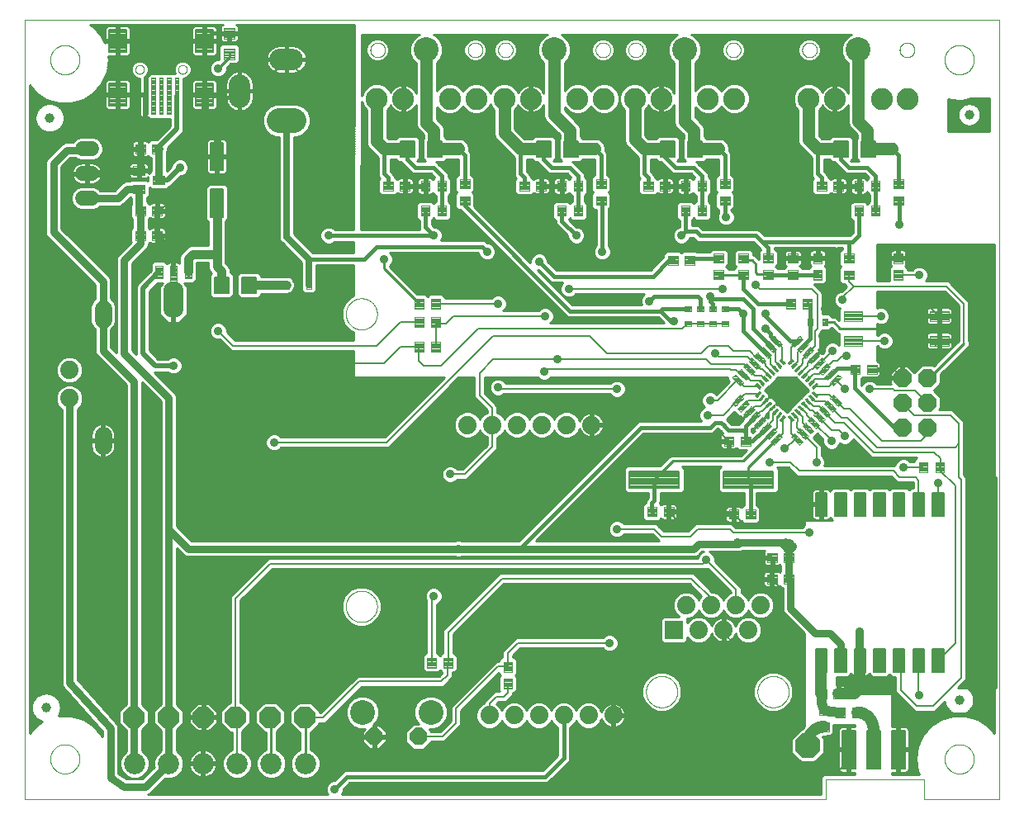
<source format=gtl>
G75*
%MOIN*%
%OFA0B0*%
%FSLAX25Y25*%
%IPPOS*%
%LPD*%
%AMOC8*
5,1,8,0,0,1.08239X$1,22.5*
%
%ADD10C,0.00394*%
%ADD11C,0.10000*%
%ADD12C,0.08858*%
%ADD13C,0.00000*%
%ADD14OC8,0.04800*%
%ADD15C,0.07000*%
%ADD16C,0.03937*%
%ADD17C,0.07400*%
%ADD18C,0.00630*%
%ADD19C,0.00390*%
%ADD20C,0.06000*%
%ADD21C,0.00397*%
%ADD22C,0.00551*%
%ADD23OC8,0.07000*%
%ADD24C,0.00472*%
%ADD25C,0.00787*%
%ADD26C,0.00409*%
%ADD27C,0.05906*%
%ADD28C,0.08600*%
%ADD29C,0.10000*%
%ADD30C,0.00760*%
%ADD31C,0.00396*%
%ADD32C,0.00591*%
%ADD33OC8,0.10000*%
%ADD34C,0.00600*%
%ADD35C,0.00500*%
%ADD36OC8,0.07400*%
%ADD37R,0.07400X0.07400*%
%ADD38C,0.08600*%
%ADD39OC8,0.08500*%
%ADD40C,0.00433*%
%ADD41C,0.00402*%
%ADD42C,0.01600*%
%ADD43C,0.02000*%
%ADD44C,0.03000*%
%ADD45C,0.03569*%
%ADD46C,0.00800*%
%ADD47C,0.01000*%
%ADD48C,0.04500*%
%ADD49C,0.03200*%
%ADD50C,0.05000*%
%ADD51C,0.02500*%
%ADD52C,0.03500*%
%ADD53C,0.04000*%
D10*
X0004500Y0077464D02*
X0327728Y0077438D01*
X0327728Y0085312D01*
X0367492Y0085312D01*
X0367492Y0077464D01*
X0397807Y0077464D01*
X0397807Y0392031D01*
X0004500Y0392031D01*
X0004500Y0077464D01*
X0166883Y0130470D02*
X0170425Y0130470D01*
X0166883Y0130470D02*
X0166883Y0134406D01*
X0170425Y0134406D01*
X0170425Y0130470D01*
X0170425Y0130863D02*
X0166883Y0130863D01*
X0166883Y0131256D02*
X0170425Y0131256D01*
X0170425Y0131649D02*
X0166883Y0131649D01*
X0166883Y0132042D02*
X0170425Y0132042D01*
X0170425Y0132435D02*
X0166883Y0132435D01*
X0166883Y0132828D02*
X0170425Y0132828D01*
X0170425Y0133221D02*
X0166883Y0133221D01*
X0166883Y0133614D02*
X0170425Y0133614D01*
X0170425Y0134007D02*
X0166883Y0134007D01*
X0166883Y0134400D02*
X0170425Y0134400D01*
X0173575Y0130470D02*
X0177117Y0130470D01*
X0173575Y0130470D02*
X0173575Y0134406D01*
X0177117Y0134406D01*
X0177117Y0130470D01*
X0177117Y0130863D02*
X0173575Y0130863D01*
X0173575Y0131256D02*
X0177117Y0131256D01*
X0177117Y0131649D02*
X0173575Y0131649D01*
X0173575Y0132042D02*
X0177117Y0132042D01*
X0177117Y0132435D02*
X0173575Y0132435D01*
X0173575Y0132828D02*
X0177117Y0132828D01*
X0177117Y0133221D02*
X0173575Y0133221D01*
X0173575Y0133614D02*
X0177117Y0133614D01*
X0177117Y0134007D02*
X0173575Y0134007D01*
X0173575Y0134400D02*
X0177117Y0134400D01*
X0197729Y0132752D02*
X0197729Y0128816D01*
X0197729Y0132752D02*
X0201271Y0132752D01*
X0201271Y0128816D01*
X0197729Y0128816D01*
X0197729Y0129209D02*
X0201271Y0129209D01*
X0201271Y0129602D02*
X0197729Y0129602D01*
X0197729Y0129995D02*
X0201271Y0129995D01*
X0201271Y0130388D02*
X0197729Y0130388D01*
X0197729Y0130781D02*
X0201271Y0130781D01*
X0201271Y0131174D02*
X0197729Y0131174D01*
X0197729Y0131567D02*
X0201271Y0131567D01*
X0201271Y0131960D02*
X0197729Y0131960D01*
X0197729Y0132353D02*
X0201271Y0132353D01*
X0201271Y0132746D02*
X0197729Y0132746D01*
X0197729Y0126059D02*
X0197729Y0122123D01*
X0197729Y0126059D02*
X0201271Y0126059D01*
X0201271Y0122123D01*
X0197729Y0122123D01*
X0197729Y0122516D02*
X0201271Y0122516D01*
X0201271Y0122909D02*
X0197729Y0122909D01*
X0197729Y0123302D02*
X0201271Y0123302D01*
X0201271Y0123695D02*
X0197729Y0123695D01*
X0197729Y0124088D02*
X0201271Y0124088D01*
X0201271Y0124481D02*
X0197729Y0124481D01*
X0197729Y0124874D02*
X0201271Y0124874D01*
X0201271Y0125267D02*
X0197729Y0125267D01*
X0197729Y0125660D02*
X0201271Y0125660D01*
X0201271Y0126053D02*
X0197729Y0126053D01*
X0255686Y0191667D02*
X0259622Y0191667D01*
X0255686Y0191667D02*
X0255686Y0195209D01*
X0259622Y0195209D01*
X0259622Y0191667D01*
X0259622Y0192060D02*
X0255686Y0192060D01*
X0255686Y0192453D02*
X0259622Y0192453D01*
X0259622Y0192846D02*
X0255686Y0192846D01*
X0255686Y0193239D02*
X0259622Y0193239D01*
X0259622Y0193632D02*
X0255686Y0193632D01*
X0255686Y0194025D02*
X0259622Y0194025D01*
X0259622Y0194418D02*
X0255686Y0194418D01*
X0255686Y0194811D02*
X0259622Y0194811D01*
X0259622Y0195204D02*
X0255686Y0195204D01*
X0262378Y0191667D02*
X0266314Y0191667D01*
X0262378Y0191667D02*
X0262378Y0195209D01*
X0266314Y0195209D01*
X0266314Y0191667D01*
X0266314Y0192060D02*
X0262378Y0192060D01*
X0262378Y0192453D02*
X0266314Y0192453D01*
X0266314Y0192846D02*
X0262378Y0192846D01*
X0262378Y0193239D02*
X0266314Y0193239D01*
X0266314Y0193632D02*
X0262378Y0193632D01*
X0262378Y0194025D02*
X0266314Y0194025D01*
X0266314Y0194418D02*
X0262378Y0194418D01*
X0262378Y0194811D02*
X0266314Y0194811D01*
X0266314Y0195204D02*
X0262378Y0195204D01*
X0288686Y0194209D02*
X0292622Y0194209D01*
X0292622Y0190667D01*
X0288686Y0190667D01*
X0288686Y0194209D01*
X0288686Y0191060D02*
X0292622Y0191060D01*
X0292622Y0191453D02*
X0288686Y0191453D01*
X0288686Y0191846D02*
X0292622Y0191846D01*
X0292622Y0192239D02*
X0288686Y0192239D01*
X0288686Y0192632D02*
X0292622Y0192632D01*
X0292622Y0193025D02*
X0288686Y0193025D01*
X0288686Y0193418D02*
X0292622Y0193418D01*
X0292622Y0193811D02*
X0288686Y0193811D01*
X0288686Y0194204D02*
X0292622Y0194204D01*
X0295378Y0194209D02*
X0299314Y0194209D01*
X0299314Y0190667D01*
X0295378Y0190667D01*
X0295378Y0194209D01*
X0295378Y0191060D02*
X0299314Y0191060D01*
X0299314Y0191453D02*
X0295378Y0191453D01*
X0295378Y0191846D02*
X0299314Y0191846D01*
X0299314Y0192239D02*
X0295378Y0192239D01*
X0295378Y0192632D02*
X0299314Y0192632D01*
X0299314Y0193025D02*
X0295378Y0193025D01*
X0295378Y0193418D02*
X0299314Y0193418D01*
X0299314Y0193811D02*
X0295378Y0193811D01*
X0295378Y0194204D02*
X0299314Y0194204D01*
X0304186Y0176709D02*
X0308122Y0176709D01*
X0308122Y0173167D01*
X0304186Y0173167D01*
X0304186Y0176709D01*
X0304186Y0173560D02*
X0308122Y0173560D01*
X0308122Y0173953D02*
X0304186Y0173953D01*
X0304186Y0174346D02*
X0308122Y0174346D01*
X0308122Y0174739D02*
X0304186Y0174739D01*
X0304186Y0175132D02*
X0308122Y0175132D01*
X0308122Y0175525D02*
X0304186Y0175525D01*
X0304186Y0175918D02*
X0308122Y0175918D01*
X0308122Y0176311D02*
X0304186Y0176311D01*
X0304186Y0176704D02*
X0308122Y0176704D01*
X0310878Y0176709D02*
X0314814Y0176709D01*
X0314814Y0173167D01*
X0310878Y0173167D01*
X0310878Y0176709D01*
X0310878Y0173560D02*
X0314814Y0173560D01*
X0314814Y0173953D02*
X0310878Y0173953D01*
X0310878Y0174346D02*
X0314814Y0174346D01*
X0314814Y0174739D02*
X0310878Y0174739D01*
X0310878Y0175132D02*
X0314814Y0175132D01*
X0314814Y0175525D02*
X0310878Y0175525D01*
X0310878Y0175918D02*
X0314814Y0175918D01*
X0314814Y0176311D02*
X0310878Y0176311D01*
X0310878Y0176704D02*
X0314814Y0176704D01*
X0314736Y0168028D02*
X0310800Y0168028D01*
X0314736Y0168028D02*
X0314736Y0164486D01*
X0310800Y0164486D01*
X0310800Y0168028D01*
X0310800Y0164879D02*
X0314736Y0164879D01*
X0314736Y0165272D02*
X0310800Y0165272D01*
X0310800Y0165665D02*
X0314736Y0165665D01*
X0314736Y0166058D02*
X0310800Y0166058D01*
X0310800Y0166451D02*
X0314736Y0166451D01*
X0314736Y0166844D02*
X0310800Y0166844D01*
X0310800Y0167237D02*
X0314736Y0167237D01*
X0314736Y0167630D02*
X0310800Y0167630D01*
X0310800Y0168023D02*
X0314736Y0168023D01*
X0308043Y0168028D02*
X0304107Y0168028D01*
X0308043Y0168028D02*
X0308043Y0164486D01*
X0304107Y0164486D01*
X0304107Y0168028D01*
X0304107Y0164879D02*
X0308043Y0164879D01*
X0308043Y0165272D02*
X0304107Y0165272D01*
X0304107Y0165665D02*
X0308043Y0165665D01*
X0308043Y0166058D02*
X0304107Y0166058D01*
X0304107Y0166451D02*
X0308043Y0166451D01*
X0308043Y0166844D02*
X0304107Y0166844D01*
X0304107Y0167237D02*
X0308043Y0167237D01*
X0308043Y0167630D02*
X0304107Y0167630D01*
X0304107Y0168023D02*
X0308043Y0168023D01*
X0365327Y0213461D02*
X0368869Y0213461D01*
X0368869Y0209525D01*
X0365327Y0209525D01*
X0365327Y0213461D01*
X0365327Y0209918D02*
X0368869Y0209918D01*
X0368869Y0210311D02*
X0365327Y0210311D01*
X0365327Y0210704D02*
X0368869Y0210704D01*
X0368869Y0211097D02*
X0365327Y0211097D01*
X0365327Y0211490D02*
X0368869Y0211490D01*
X0368869Y0211883D02*
X0365327Y0211883D01*
X0365327Y0212276D02*
X0368869Y0212276D01*
X0368869Y0212669D02*
X0365327Y0212669D01*
X0365327Y0213062D02*
X0368869Y0213062D01*
X0368869Y0213455D02*
X0365327Y0213455D01*
X0372020Y0213461D02*
X0375562Y0213461D01*
X0375562Y0209525D01*
X0372020Y0209525D01*
X0372020Y0213461D01*
X0372020Y0209918D02*
X0375562Y0209918D01*
X0375562Y0210311D02*
X0372020Y0210311D01*
X0372020Y0210704D02*
X0375562Y0210704D01*
X0375562Y0211097D02*
X0372020Y0211097D01*
X0372020Y0211490D02*
X0375562Y0211490D01*
X0375562Y0211883D02*
X0372020Y0211883D01*
X0372020Y0212276D02*
X0375562Y0212276D01*
X0375562Y0212669D02*
X0372020Y0212669D01*
X0372020Y0213062D02*
X0375562Y0213062D01*
X0375562Y0213455D02*
X0372020Y0213455D01*
X0348314Y0249167D02*
X0344378Y0249167D01*
X0344378Y0252709D01*
X0348314Y0252709D01*
X0348314Y0249167D01*
X0348314Y0249560D02*
X0344378Y0249560D01*
X0344378Y0249953D02*
X0348314Y0249953D01*
X0348314Y0250346D02*
X0344378Y0250346D01*
X0344378Y0250739D02*
X0348314Y0250739D01*
X0348314Y0251132D02*
X0344378Y0251132D01*
X0344378Y0251525D02*
X0348314Y0251525D01*
X0348314Y0251918D02*
X0344378Y0251918D01*
X0344378Y0252311D02*
X0348314Y0252311D01*
X0348314Y0252704D02*
X0344378Y0252704D01*
X0341622Y0249167D02*
X0337686Y0249167D01*
X0337686Y0252709D01*
X0341622Y0252709D01*
X0341622Y0249167D01*
X0341622Y0249560D02*
X0337686Y0249560D01*
X0337686Y0249953D02*
X0341622Y0249953D01*
X0341622Y0250346D02*
X0337686Y0250346D01*
X0337686Y0250739D02*
X0341622Y0250739D01*
X0341622Y0251132D02*
X0337686Y0251132D01*
X0337686Y0251525D02*
X0341622Y0251525D01*
X0341622Y0251918D02*
X0337686Y0251918D01*
X0337686Y0252311D02*
X0341622Y0252311D01*
X0341622Y0252704D02*
X0337686Y0252704D01*
X0322111Y0279406D02*
X0318569Y0279406D01*
X0322111Y0279406D02*
X0322111Y0275470D01*
X0318569Y0275470D01*
X0318569Y0279406D01*
X0318569Y0275863D02*
X0322111Y0275863D01*
X0322111Y0276256D02*
X0318569Y0276256D01*
X0318569Y0276649D02*
X0322111Y0276649D01*
X0322111Y0277042D02*
X0318569Y0277042D01*
X0318569Y0277435D02*
X0322111Y0277435D01*
X0322111Y0277828D02*
X0318569Y0277828D01*
X0318569Y0278221D02*
X0322111Y0278221D01*
X0322111Y0278614D02*
X0318569Y0278614D01*
X0318569Y0279007D02*
X0322111Y0279007D01*
X0322111Y0279400D02*
X0318569Y0279400D01*
X0315418Y0279406D02*
X0311876Y0279406D01*
X0315418Y0279406D02*
X0315418Y0275470D01*
X0311876Y0275470D01*
X0311876Y0279406D01*
X0311876Y0275863D02*
X0315418Y0275863D01*
X0315418Y0276256D02*
X0311876Y0276256D01*
X0311876Y0276649D02*
X0315418Y0276649D01*
X0315418Y0277042D02*
X0311876Y0277042D01*
X0311876Y0277435D02*
X0315418Y0277435D01*
X0315418Y0277828D02*
X0311876Y0277828D01*
X0311876Y0278221D02*
X0315418Y0278221D01*
X0315418Y0278614D02*
X0311876Y0278614D01*
X0311876Y0279007D02*
X0315418Y0279007D01*
X0315418Y0279400D02*
X0311876Y0279400D01*
X0312532Y0287327D02*
X0312532Y0290869D01*
X0316468Y0290869D01*
X0316468Y0287327D01*
X0312532Y0287327D01*
X0312532Y0287720D02*
X0316468Y0287720D01*
X0316468Y0288113D02*
X0312532Y0288113D01*
X0312532Y0288506D02*
X0316468Y0288506D01*
X0316468Y0288899D02*
X0312532Y0288899D01*
X0312532Y0289292D02*
X0316468Y0289292D01*
X0316468Y0289685D02*
X0312532Y0289685D01*
X0312532Y0290078D02*
X0316468Y0290078D01*
X0316468Y0290471D02*
X0312532Y0290471D01*
X0312532Y0290864D02*
X0316468Y0290864D01*
X0312532Y0294019D02*
X0312532Y0297561D01*
X0316468Y0297561D01*
X0316468Y0294019D01*
X0312532Y0294019D01*
X0312532Y0294412D02*
X0316468Y0294412D01*
X0316468Y0294805D02*
X0312532Y0294805D01*
X0312532Y0295198D02*
X0316468Y0295198D01*
X0316468Y0295591D02*
X0312532Y0295591D01*
X0312532Y0295984D02*
X0316468Y0295984D01*
X0316468Y0296377D02*
X0312532Y0296377D01*
X0312532Y0296770D02*
X0316468Y0296770D01*
X0316468Y0297163D02*
X0312532Y0297163D01*
X0312532Y0297556D02*
X0316468Y0297556D01*
X0326271Y0297758D02*
X0326271Y0293822D01*
X0322729Y0293822D01*
X0322729Y0297758D01*
X0326271Y0297758D01*
X0326271Y0294215D02*
X0322729Y0294215D01*
X0322729Y0294608D02*
X0326271Y0294608D01*
X0326271Y0295001D02*
X0322729Y0295001D01*
X0322729Y0295394D02*
X0326271Y0295394D01*
X0326271Y0295787D02*
X0322729Y0295787D01*
X0322729Y0296180D02*
X0326271Y0296180D01*
X0326271Y0296573D02*
X0322729Y0296573D01*
X0322729Y0296966D02*
X0326271Y0296966D01*
X0326271Y0297359D02*
X0322729Y0297359D01*
X0322729Y0297752D02*
X0326271Y0297752D01*
X0326271Y0291066D02*
X0326271Y0287130D01*
X0322729Y0287130D01*
X0322729Y0291066D01*
X0326271Y0291066D01*
X0326271Y0287523D02*
X0322729Y0287523D01*
X0322729Y0287916D02*
X0326271Y0287916D01*
X0326271Y0288309D02*
X0322729Y0288309D01*
X0322729Y0288702D02*
X0326271Y0288702D01*
X0326271Y0289095D02*
X0322729Y0289095D01*
X0322729Y0289488D02*
X0326271Y0289488D01*
X0326271Y0289881D02*
X0322729Y0289881D01*
X0322729Y0290274D02*
X0326271Y0290274D01*
X0326271Y0290667D02*
X0322729Y0290667D01*
X0322729Y0291060D02*
X0326271Y0291060D01*
X0338968Y0290862D02*
X0338968Y0287320D01*
X0335032Y0287320D01*
X0335032Y0290862D01*
X0338968Y0290862D01*
X0338968Y0287713D02*
X0335032Y0287713D01*
X0335032Y0288106D02*
X0338968Y0288106D01*
X0338968Y0288499D02*
X0335032Y0288499D01*
X0335032Y0288892D02*
X0338968Y0288892D01*
X0338968Y0289285D02*
X0335032Y0289285D01*
X0335032Y0289678D02*
X0338968Y0289678D01*
X0338968Y0290071D02*
X0335032Y0290071D01*
X0335032Y0290464D02*
X0338968Y0290464D01*
X0338968Y0290857D02*
X0335032Y0290857D01*
X0338968Y0294013D02*
X0338968Y0297555D01*
X0338968Y0294013D02*
X0335032Y0294013D01*
X0335032Y0297555D01*
X0338968Y0297555D01*
X0338968Y0294406D02*
X0335032Y0294406D01*
X0335032Y0294799D02*
X0338968Y0294799D01*
X0338968Y0295192D02*
X0335032Y0295192D01*
X0335032Y0295585D02*
X0338968Y0295585D01*
X0338968Y0295978D02*
X0335032Y0295978D01*
X0335032Y0296371D02*
X0338968Y0296371D01*
X0338968Y0296764D02*
X0335032Y0296764D01*
X0335032Y0297157D02*
X0338968Y0297157D01*
X0338968Y0297550D02*
X0335032Y0297550D01*
X0358771Y0297752D02*
X0358771Y0293816D01*
X0355229Y0293816D01*
X0355229Y0297752D01*
X0358771Y0297752D01*
X0358771Y0294209D02*
X0355229Y0294209D01*
X0355229Y0294602D02*
X0358771Y0294602D01*
X0358771Y0294995D02*
X0355229Y0294995D01*
X0355229Y0295388D02*
X0358771Y0295388D01*
X0358771Y0295781D02*
X0355229Y0295781D01*
X0355229Y0296174D02*
X0358771Y0296174D01*
X0358771Y0296567D02*
X0355229Y0296567D01*
X0355229Y0296960D02*
X0358771Y0296960D01*
X0358771Y0297353D02*
X0355229Y0297353D01*
X0355229Y0297746D02*
X0358771Y0297746D01*
X0358771Y0291059D02*
X0358771Y0287123D01*
X0355229Y0287123D01*
X0355229Y0291059D01*
X0358771Y0291059D01*
X0358771Y0287516D02*
X0355229Y0287516D01*
X0355229Y0287909D02*
X0358771Y0287909D01*
X0358771Y0288302D02*
X0355229Y0288302D01*
X0355229Y0288695D02*
X0358771Y0288695D01*
X0358771Y0289088D02*
X0355229Y0289088D01*
X0355229Y0289481D02*
X0358771Y0289481D01*
X0358771Y0289874D02*
X0355229Y0289874D01*
X0355229Y0290267D02*
X0358771Y0290267D01*
X0358771Y0290660D02*
X0355229Y0290660D01*
X0355229Y0291053D02*
X0358771Y0291053D01*
X0349617Y0316912D02*
X0346075Y0316912D01*
X0349617Y0316912D02*
X0349617Y0312976D01*
X0346075Y0312976D01*
X0346075Y0316912D01*
X0346075Y0313369D02*
X0349617Y0313369D01*
X0349617Y0313762D02*
X0346075Y0313762D01*
X0346075Y0314155D02*
X0349617Y0314155D01*
X0349617Y0314548D02*
X0346075Y0314548D01*
X0346075Y0314941D02*
X0349617Y0314941D01*
X0349617Y0315334D02*
X0346075Y0315334D01*
X0346075Y0315727D02*
X0349617Y0315727D01*
X0349617Y0316120D02*
X0346075Y0316120D01*
X0346075Y0316513D02*
X0349617Y0316513D01*
X0349617Y0316906D02*
X0346075Y0316906D01*
X0342925Y0316912D02*
X0339383Y0316912D01*
X0342925Y0316912D02*
X0342925Y0312976D01*
X0339383Y0312976D01*
X0339383Y0316912D01*
X0339383Y0313369D02*
X0342925Y0313369D01*
X0342925Y0313762D02*
X0339383Y0313762D01*
X0339383Y0314155D02*
X0342925Y0314155D01*
X0342925Y0314548D02*
X0339383Y0314548D01*
X0339383Y0314941D02*
X0342925Y0314941D01*
X0342925Y0315334D02*
X0339383Y0315334D01*
X0339383Y0315727D02*
X0342925Y0315727D01*
X0342925Y0316120D02*
X0339383Y0316120D01*
X0339383Y0316513D02*
X0342925Y0316513D01*
X0342925Y0316906D02*
X0339383Y0316906D01*
X0339383Y0326912D02*
X0342925Y0326912D01*
X0342925Y0322976D01*
X0339383Y0322976D01*
X0339383Y0326912D01*
X0339383Y0323369D02*
X0342925Y0323369D01*
X0342925Y0323762D02*
X0339383Y0323762D01*
X0339383Y0324155D02*
X0342925Y0324155D01*
X0342925Y0324548D02*
X0339383Y0324548D01*
X0339383Y0324941D02*
X0342925Y0324941D01*
X0342925Y0325334D02*
X0339383Y0325334D01*
X0339383Y0325727D02*
X0342925Y0325727D01*
X0342925Y0326120D02*
X0339383Y0326120D01*
X0339383Y0326513D02*
X0342925Y0326513D01*
X0342925Y0326906D02*
X0339383Y0326906D01*
X0334814Y0323173D02*
X0330878Y0323173D01*
X0330878Y0326715D01*
X0334814Y0326715D01*
X0334814Y0323173D01*
X0334814Y0323566D02*
X0330878Y0323566D01*
X0330878Y0323959D02*
X0334814Y0323959D01*
X0334814Y0324352D02*
X0330878Y0324352D01*
X0330878Y0324745D02*
X0334814Y0324745D01*
X0334814Y0325138D02*
X0330878Y0325138D01*
X0330878Y0325531D02*
X0334814Y0325531D01*
X0334814Y0325924D02*
X0330878Y0325924D01*
X0330878Y0326317D02*
X0334814Y0326317D01*
X0334814Y0326710D02*
X0330878Y0326710D01*
X0328122Y0323173D02*
X0324186Y0323173D01*
X0324186Y0326715D01*
X0328122Y0326715D01*
X0328122Y0323173D01*
X0328122Y0323566D02*
X0324186Y0323566D01*
X0324186Y0323959D02*
X0328122Y0323959D01*
X0328122Y0324352D02*
X0324186Y0324352D01*
X0324186Y0324745D02*
X0328122Y0324745D01*
X0328122Y0325138D02*
X0324186Y0325138D01*
X0324186Y0325531D02*
X0328122Y0325531D01*
X0328122Y0325924D02*
X0324186Y0325924D01*
X0324186Y0326317D02*
X0328122Y0326317D01*
X0328122Y0326710D02*
X0324186Y0326710D01*
X0346075Y0326912D02*
X0349617Y0326912D01*
X0349617Y0322976D01*
X0346075Y0322976D01*
X0346075Y0326912D01*
X0346075Y0323369D02*
X0349617Y0323369D01*
X0349617Y0323762D02*
X0346075Y0323762D01*
X0346075Y0324155D02*
X0349617Y0324155D01*
X0349617Y0324548D02*
X0346075Y0324548D01*
X0346075Y0324941D02*
X0349617Y0324941D01*
X0349617Y0325334D02*
X0346075Y0325334D01*
X0346075Y0325727D02*
X0349617Y0325727D01*
X0349617Y0326120D02*
X0346075Y0326120D01*
X0346075Y0326513D02*
X0349617Y0326513D01*
X0349617Y0326906D02*
X0346075Y0326906D01*
X0355032Y0327555D02*
X0355032Y0324013D01*
X0355032Y0327555D02*
X0358968Y0327555D01*
X0358968Y0324013D01*
X0355032Y0324013D01*
X0355032Y0324406D02*
X0358968Y0324406D01*
X0358968Y0324799D02*
X0355032Y0324799D01*
X0355032Y0325192D02*
X0358968Y0325192D01*
X0358968Y0325585D02*
X0355032Y0325585D01*
X0355032Y0325978D02*
X0358968Y0325978D01*
X0358968Y0326371D02*
X0355032Y0326371D01*
X0355032Y0326764D02*
X0358968Y0326764D01*
X0358968Y0327157D02*
X0355032Y0327157D01*
X0355032Y0327550D02*
X0358968Y0327550D01*
X0355032Y0320862D02*
X0355032Y0317320D01*
X0355032Y0320862D02*
X0358968Y0320862D01*
X0358968Y0317320D01*
X0355032Y0317320D01*
X0355032Y0317713D02*
X0358968Y0317713D01*
X0358968Y0318106D02*
X0355032Y0318106D01*
X0355032Y0318499D02*
X0358968Y0318499D01*
X0358968Y0318892D02*
X0355032Y0318892D01*
X0355032Y0319285D02*
X0358968Y0319285D01*
X0358968Y0319678D02*
X0355032Y0319678D01*
X0355032Y0320071D02*
X0358968Y0320071D01*
X0358968Y0320464D02*
X0355032Y0320464D01*
X0355032Y0320857D02*
X0358968Y0320857D01*
X0306468Y0297561D02*
X0306468Y0294019D01*
X0302532Y0294019D01*
X0302532Y0297561D01*
X0306468Y0297561D01*
X0306468Y0294412D02*
X0302532Y0294412D01*
X0302532Y0294805D02*
X0306468Y0294805D01*
X0306468Y0295198D02*
X0302532Y0295198D01*
X0302532Y0295591D02*
X0306468Y0295591D01*
X0306468Y0295984D02*
X0302532Y0295984D01*
X0302532Y0296377D02*
X0306468Y0296377D01*
X0306468Y0296770D02*
X0302532Y0296770D01*
X0302532Y0297163D02*
X0306468Y0297163D01*
X0306468Y0297556D02*
X0302532Y0297556D01*
X0296468Y0297561D02*
X0296468Y0294019D01*
X0292532Y0294019D01*
X0292532Y0297561D01*
X0296468Y0297561D01*
X0296468Y0294412D02*
X0292532Y0294412D01*
X0292532Y0294805D02*
X0296468Y0294805D01*
X0296468Y0295198D02*
X0292532Y0295198D01*
X0292532Y0295591D02*
X0296468Y0295591D01*
X0296468Y0295984D02*
X0292532Y0295984D01*
X0292532Y0296377D02*
X0296468Y0296377D01*
X0296468Y0296770D02*
X0292532Y0296770D01*
X0292532Y0297163D02*
X0296468Y0297163D01*
X0296468Y0297556D02*
X0292532Y0297556D01*
X0282532Y0297561D02*
X0282532Y0294019D01*
X0282532Y0297561D02*
X0286468Y0297561D01*
X0286468Y0294019D01*
X0282532Y0294019D01*
X0282532Y0294412D02*
X0286468Y0294412D01*
X0286468Y0294805D02*
X0282532Y0294805D01*
X0282532Y0295198D02*
X0286468Y0295198D01*
X0286468Y0295591D02*
X0282532Y0295591D01*
X0282532Y0295984D02*
X0286468Y0295984D01*
X0286468Y0296377D02*
X0282532Y0296377D01*
X0282532Y0296770D02*
X0286468Y0296770D01*
X0286468Y0297163D02*
X0282532Y0297163D01*
X0282532Y0297556D02*
X0286468Y0297556D01*
X0282532Y0290869D02*
X0282532Y0287327D01*
X0282532Y0290869D02*
X0286468Y0290869D01*
X0286468Y0287327D01*
X0282532Y0287327D01*
X0282532Y0287720D02*
X0286468Y0287720D01*
X0286468Y0288113D02*
X0282532Y0288113D01*
X0282532Y0288506D02*
X0286468Y0288506D01*
X0286468Y0288899D02*
X0282532Y0288899D01*
X0282532Y0289292D02*
X0286468Y0289292D01*
X0286468Y0289685D02*
X0282532Y0289685D01*
X0282532Y0290078D02*
X0286468Y0290078D01*
X0286468Y0290471D02*
X0282532Y0290471D01*
X0282532Y0290864D02*
X0286468Y0290864D01*
X0296468Y0290869D02*
X0296468Y0287327D01*
X0292532Y0287327D01*
X0292532Y0290869D01*
X0296468Y0290869D01*
X0296468Y0287720D02*
X0292532Y0287720D01*
X0292532Y0288113D02*
X0296468Y0288113D01*
X0296468Y0288506D02*
X0292532Y0288506D01*
X0292532Y0288899D02*
X0296468Y0288899D01*
X0296468Y0289292D02*
X0292532Y0289292D01*
X0292532Y0289685D02*
X0296468Y0289685D01*
X0296468Y0290078D02*
X0292532Y0290078D01*
X0292532Y0290471D02*
X0296468Y0290471D01*
X0296468Y0290864D02*
X0292532Y0290864D01*
X0306468Y0290869D02*
X0306468Y0287327D01*
X0302532Y0287327D01*
X0302532Y0290869D01*
X0306468Y0290869D01*
X0306468Y0287720D02*
X0302532Y0287720D01*
X0302532Y0288113D02*
X0306468Y0288113D01*
X0306468Y0288506D02*
X0302532Y0288506D01*
X0302532Y0288899D02*
X0306468Y0288899D01*
X0306468Y0289292D02*
X0302532Y0289292D01*
X0302532Y0289685D02*
X0306468Y0289685D01*
X0306468Y0290078D02*
X0302532Y0290078D01*
X0302532Y0290471D02*
X0306468Y0290471D01*
X0306468Y0290864D02*
X0302532Y0290864D01*
X0274814Y0296715D02*
X0270878Y0296715D01*
X0274814Y0296715D02*
X0274814Y0293173D01*
X0270878Y0293173D01*
X0270878Y0296715D01*
X0270878Y0293566D02*
X0274814Y0293566D01*
X0274814Y0293959D02*
X0270878Y0293959D01*
X0270878Y0294352D02*
X0274814Y0294352D01*
X0274814Y0294745D02*
X0270878Y0294745D01*
X0270878Y0295138D02*
X0274814Y0295138D01*
X0274814Y0295531D02*
X0270878Y0295531D01*
X0270878Y0295924D02*
X0274814Y0295924D01*
X0274814Y0296317D02*
X0270878Y0296317D01*
X0270878Y0296710D02*
X0274814Y0296710D01*
X0268122Y0296715D02*
X0264186Y0296715D01*
X0268122Y0296715D02*
X0268122Y0293173D01*
X0264186Y0293173D01*
X0264186Y0296715D01*
X0264186Y0293566D02*
X0268122Y0293566D01*
X0268122Y0293959D02*
X0264186Y0293959D01*
X0264186Y0294352D02*
X0268122Y0294352D01*
X0268122Y0294745D02*
X0264186Y0294745D01*
X0264186Y0295138D02*
X0268122Y0295138D01*
X0268122Y0295531D02*
X0264186Y0295531D01*
X0264186Y0295924D02*
X0268122Y0295924D01*
X0268122Y0296317D02*
X0264186Y0296317D01*
X0264186Y0296710D02*
X0268122Y0296710D01*
X0269383Y0316912D02*
X0272925Y0316912D01*
X0272925Y0312976D01*
X0269383Y0312976D01*
X0269383Y0316912D01*
X0269383Y0313369D02*
X0272925Y0313369D01*
X0272925Y0313762D02*
X0269383Y0313762D01*
X0269383Y0314155D02*
X0272925Y0314155D01*
X0272925Y0314548D02*
X0269383Y0314548D01*
X0269383Y0314941D02*
X0272925Y0314941D01*
X0272925Y0315334D02*
X0269383Y0315334D01*
X0269383Y0315727D02*
X0272925Y0315727D01*
X0272925Y0316120D02*
X0269383Y0316120D01*
X0269383Y0316513D02*
X0272925Y0316513D01*
X0272925Y0316906D02*
X0269383Y0316906D01*
X0269383Y0326912D02*
X0272925Y0326912D01*
X0272925Y0322976D01*
X0269383Y0322976D01*
X0269383Y0326912D01*
X0269383Y0323369D02*
X0272925Y0323369D01*
X0272925Y0323762D02*
X0269383Y0323762D01*
X0269383Y0324155D02*
X0272925Y0324155D01*
X0272925Y0324548D02*
X0269383Y0324548D01*
X0269383Y0324941D02*
X0272925Y0324941D01*
X0272925Y0325334D02*
X0269383Y0325334D01*
X0269383Y0325727D02*
X0272925Y0325727D01*
X0272925Y0326120D02*
X0269383Y0326120D01*
X0269383Y0326513D02*
X0272925Y0326513D01*
X0272925Y0326906D02*
X0269383Y0326906D01*
X0264814Y0323173D02*
X0260878Y0323173D01*
X0260878Y0326715D01*
X0264814Y0326715D01*
X0264814Y0323173D01*
X0264814Y0323566D02*
X0260878Y0323566D01*
X0260878Y0323959D02*
X0264814Y0323959D01*
X0264814Y0324352D02*
X0260878Y0324352D01*
X0260878Y0324745D02*
X0264814Y0324745D01*
X0264814Y0325138D02*
X0260878Y0325138D01*
X0260878Y0325531D02*
X0264814Y0325531D01*
X0264814Y0325924D02*
X0260878Y0325924D01*
X0260878Y0326317D02*
X0264814Y0326317D01*
X0264814Y0326710D02*
X0260878Y0326710D01*
X0258122Y0323173D02*
X0254186Y0323173D01*
X0254186Y0326715D01*
X0258122Y0326715D01*
X0258122Y0323173D01*
X0258122Y0323566D02*
X0254186Y0323566D01*
X0254186Y0323959D02*
X0258122Y0323959D01*
X0258122Y0324352D02*
X0254186Y0324352D01*
X0254186Y0324745D02*
X0258122Y0324745D01*
X0258122Y0325138D02*
X0254186Y0325138D01*
X0254186Y0325531D02*
X0258122Y0325531D01*
X0258122Y0325924D02*
X0254186Y0325924D01*
X0254186Y0326317D02*
X0258122Y0326317D01*
X0258122Y0326710D02*
X0254186Y0326710D01*
X0235032Y0327555D02*
X0235032Y0324013D01*
X0235032Y0327555D02*
X0238968Y0327555D01*
X0238968Y0324013D01*
X0235032Y0324013D01*
X0235032Y0324406D02*
X0238968Y0324406D01*
X0238968Y0324799D02*
X0235032Y0324799D01*
X0235032Y0325192D02*
X0238968Y0325192D01*
X0238968Y0325585D02*
X0235032Y0325585D01*
X0235032Y0325978D02*
X0238968Y0325978D01*
X0238968Y0326371D02*
X0235032Y0326371D01*
X0235032Y0326764D02*
X0238968Y0326764D01*
X0238968Y0327157D02*
X0235032Y0327157D01*
X0235032Y0327550D02*
X0238968Y0327550D01*
X0235032Y0320862D02*
X0235032Y0317320D01*
X0235032Y0320862D02*
X0238968Y0320862D01*
X0238968Y0317320D01*
X0235032Y0317320D01*
X0235032Y0317713D02*
X0238968Y0317713D01*
X0238968Y0318106D02*
X0235032Y0318106D01*
X0235032Y0318499D02*
X0238968Y0318499D01*
X0238968Y0318892D02*
X0235032Y0318892D01*
X0235032Y0319285D02*
X0238968Y0319285D01*
X0238968Y0319678D02*
X0235032Y0319678D01*
X0235032Y0320071D02*
X0238968Y0320071D01*
X0238968Y0320464D02*
X0235032Y0320464D01*
X0235032Y0320857D02*
X0238968Y0320857D01*
X0229617Y0326912D02*
X0226075Y0326912D01*
X0229617Y0326912D02*
X0229617Y0322976D01*
X0226075Y0322976D01*
X0226075Y0326912D01*
X0226075Y0323369D02*
X0229617Y0323369D01*
X0229617Y0323762D02*
X0226075Y0323762D01*
X0226075Y0324155D02*
X0229617Y0324155D01*
X0229617Y0324548D02*
X0226075Y0324548D01*
X0226075Y0324941D02*
X0229617Y0324941D01*
X0229617Y0325334D02*
X0226075Y0325334D01*
X0226075Y0325727D02*
X0229617Y0325727D01*
X0229617Y0326120D02*
X0226075Y0326120D01*
X0226075Y0326513D02*
X0229617Y0326513D01*
X0229617Y0326906D02*
X0226075Y0326906D01*
X0222925Y0326912D02*
X0219383Y0326912D01*
X0222925Y0326912D02*
X0222925Y0322976D01*
X0219383Y0322976D01*
X0219383Y0326912D01*
X0219383Y0323369D02*
X0222925Y0323369D01*
X0222925Y0323762D02*
X0219383Y0323762D01*
X0219383Y0324155D02*
X0222925Y0324155D01*
X0222925Y0324548D02*
X0219383Y0324548D01*
X0219383Y0324941D02*
X0222925Y0324941D01*
X0222925Y0325334D02*
X0219383Y0325334D01*
X0219383Y0325727D02*
X0222925Y0325727D01*
X0222925Y0326120D02*
X0219383Y0326120D01*
X0219383Y0326513D02*
X0222925Y0326513D01*
X0222925Y0326906D02*
X0219383Y0326906D01*
X0214814Y0323173D02*
X0210878Y0323173D01*
X0210878Y0326715D01*
X0214814Y0326715D01*
X0214814Y0323173D01*
X0214814Y0323566D02*
X0210878Y0323566D01*
X0210878Y0323959D02*
X0214814Y0323959D01*
X0214814Y0324352D02*
X0210878Y0324352D01*
X0210878Y0324745D02*
X0214814Y0324745D01*
X0214814Y0325138D02*
X0210878Y0325138D01*
X0210878Y0325531D02*
X0214814Y0325531D01*
X0214814Y0325924D02*
X0210878Y0325924D01*
X0210878Y0326317D02*
X0214814Y0326317D01*
X0214814Y0326710D02*
X0210878Y0326710D01*
X0208122Y0323173D02*
X0204186Y0323173D01*
X0204186Y0326715D01*
X0208122Y0326715D01*
X0208122Y0323173D01*
X0208122Y0323566D02*
X0204186Y0323566D01*
X0204186Y0323959D02*
X0208122Y0323959D01*
X0208122Y0324352D02*
X0204186Y0324352D01*
X0204186Y0324745D02*
X0208122Y0324745D01*
X0208122Y0325138D02*
X0204186Y0325138D01*
X0204186Y0325531D02*
X0208122Y0325531D01*
X0208122Y0325924D02*
X0204186Y0325924D01*
X0204186Y0326317D02*
X0208122Y0326317D01*
X0208122Y0326710D02*
X0204186Y0326710D01*
X0219383Y0316912D02*
X0222925Y0316912D01*
X0222925Y0312976D01*
X0219383Y0312976D01*
X0219383Y0316912D01*
X0219383Y0313369D02*
X0222925Y0313369D01*
X0222925Y0313762D02*
X0219383Y0313762D01*
X0219383Y0314155D02*
X0222925Y0314155D01*
X0222925Y0314548D02*
X0219383Y0314548D01*
X0219383Y0314941D02*
X0222925Y0314941D01*
X0222925Y0315334D02*
X0219383Y0315334D01*
X0219383Y0315727D02*
X0222925Y0315727D01*
X0222925Y0316120D02*
X0219383Y0316120D01*
X0219383Y0316513D02*
X0222925Y0316513D01*
X0222925Y0316906D02*
X0219383Y0316906D01*
X0226075Y0316912D02*
X0229617Y0316912D01*
X0229617Y0312976D01*
X0226075Y0312976D01*
X0226075Y0316912D01*
X0226075Y0313369D02*
X0229617Y0313369D01*
X0229617Y0313762D02*
X0226075Y0313762D01*
X0226075Y0314155D02*
X0229617Y0314155D01*
X0229617Y0314548D02*
X0226075Y0314548D01*
X0226075Y0314941D02*
X0229617Y0314941D01*
X0229617Y0315334D02*
X0226075Y0315334D01*
X0226075Y0315727D02*
X0229617Y0315727D01*
X0229617Y0316120D02*
X0226075Y0316120D01*
X0226075Y0316513D02*
X0229617Y0316513D01*
X0229617Y0316906D02*
X0226075Y0316906D01*
X0180032Y0317320D02*
X0180032Y0320862D01*
X0183968Y0320862D01*
X0183968Y0317320D01*
X0180032Y0317320D01*
X0180032Y0317713D02*
X0183968Y0317713D01*
X0183968Y0318106D02*
X0180032Y0318106D01*
X0180032Y0318499D02*
X0183968Y0318499D01*
X0183968Y0318892D02*
X0180032Y0318892D01*
X0180032Y0319285D02*
X0183968Y0319285D01*
X0183968Y0319678D02*
X0180032Y0319678D01*
X0180032Y0320071D02*
X0183968Y0320071D01*
X0183968Y0320464D02*
X0180032Y0320464D01*
X0180032Y0320857D02*
X0183968Y0320857D01*
X0180032Y0324013D02*
X0180032Y0327555D01*
X0183968Y0327555D01*
X0183968Y0324013D01*
X0180032Y0324013D01*
X0180032Y0324406D02*
X0183968Y0324406D01*
X0183968Y0324799D02*
X0180032Y0324799D01*
X0180032Y0325192D02*
X0183968Y0325192D01*
X0183968Y0325585D02*
X0180032Y0325585D01*
X0180032Y0325978D02*
X0183968Y0325978D01*
X0183968Y0326371D02*
X0180032Y0326371D01*
X0180032Y0326764D02*
X0183968Y0326764D01*
X0183968Y0327157D02*
X0180032Y0327157D01*
X0180032Y0327550D02*
X0183968Y0327550D01*
X0174617Y0326912D02*
X0171075Y0326912D01*
X0174617Y0326912D02*
X0174617Y0322976D01*
X0171075Y0322976D01*
X0171075Y0326912D01*
X0171075Y0323369D02*
X0174617Y0323369D01*
X0174617Y0323762D02*
X0171075Y0323762D01*
X0171075Y0324155D02*
X0174617Y0324155D01*
X0174617Y0324548D02*
X0171075Y0324548D01*
X0171075Y0324941D02*
X0174617Y0324941D01*
X0174617Y0325334D02*
X0171075Y0325334D01*
X0171075Y0325727D02*
X0174617Y0325727D01*
X0174617Y0326120D02*
X0171075Y0326120D01*
X0171075Y0326513D02*
X0174617Y0326513D01*
X0174617Y0326906D02*
X0171075Y0326906D01*
X0167925Y0326912D02*
X0164383Y0326912D01*
X0167925Y0326912D02*
X0167925Y0322976D01*
X0164383Y0322976D01*
X0164383Y0326912D01*
X0164383Y0323369D02*
X0167925Y0323369D01*
X0167925Y0323762D02*
X0164383Y0323762D01*
X0164383Y0324155D02*
X0167925Y0324155D01*
X0167925Y0324548D02*
X0164383Y0324548D01*
X0164383Y0324941D02*
X0167925Y0324941D01*
X0167925Y0325334D02*
X0164383Y0325334D01*
X0164383Y0325727D02*
X0167925Y0325727D01*
X0167925Y0326120D02*
X0164383Y0326120D01*
X0164383Y0326513D02*
X0167925Y0326513D01*
X0167925Y0326906D02*
X0164383Y0326906D01*
X0159814Y0323173D02*
X0155878Y0323173D01*
X0155878Y0326715D01*
X0159814Y0326715D01*
X0159814Y0323173D01*
X0159814Y0323566D02*
X0155878Y0323566D01*
X0155878Y0323959D02*
X0159814Y0323959D01*
X0159814Y0324352D02*
X0155878Y0324352D01*
X0155878Y0324745D02*
X0159814Y0324745D01*
X0159814Y0325138D02*
X0155878Y0325138D01*
X0155878Y0325531D02*
X0159814Y0325531D01*
X0159814Y0325924D02*
X0155878Y0325924D01*
X0155878Y0326317D02*
X0159814Y0326317D01*
X0159814Y0326710D02*
X0155878Y0326710D01*
X0153122Y0323173D02*
X0149186Y0323173D01*
X0149186Y0326715D01*
X0153122Y0326715D01*
X0153122Y0323173D01*
X0153122Y0323566D02*
X0149186Y0323566D01*
X0149186Y0323959D02*
X0153122Y0323959D01*
X0153122Y0324352D02*
X0149186Y0324352D01*
X0149186Y0324745D02*
X0153122Y0324745D01*
X0153122Y0325138D02*
X0149186Y0325138D01*
X0149186Y0325531D02*
X0153122Y0325531D01*
X0153122Y0325924D02*
X0149186Y0325924D01*
X0149186Y0326317D02*
X0153122Y0326317D01*
X0153122Y0326710D02*
X0149186Y0326710D01*
X0164383Y0316912D02*
X0167925Y0316912D01*
X0167925Y0312976D01*
X0164383Y0312976D01*
X0164383Y0316912D01*
X0164383Y0313369D02*
X0167925Y0313369D01*
X0167925Y0313762D02*
X0164383Y0313762D01*
X0164383Y0314155D02*
X0167925Y0314155D01*
X0167925Y0314548D02*
X0164383Y0314548D01*
X0164383Y0314941D02*
X0167925Y0314941D01*
X0167925Y0315334D02*
X0164383Y0315334D01*
X0164383Y0315727D02*
X0167925Y0315727D01*
X0167925Y0316120D02*
X0164383Y0316120D01*
X0164383Y0316513D02*
X0167925Y0316513D01*
X0167925Y0316906D02*
X0164383Y0316906D01*
X0171075Y0316912D02*
X0174617Y0316912D01*
X0174617Y0312976D01*
X0171075Y0312976D01*
X0171075Y0316912D01*
X0171075Y0313369D02*
X0174617Y0313369D01*
X0174617Y0313762D02*
X0171075Y0313762D01*
X0171075Y0314155D02*
X0174617Y0314155D01*
X0174617Y0314548D02*
X0171075Y0314548D01*
X0171075Y0314941D02*
X0174617Y0314941D01*
X0174617Y0315334D02*
X0171075Y0315334D01*
X0171075Y0315727D02*
X0174617Y0315727D01*
X0174617Y0316120D02*
X0171075Y0316120D01*
X0171075Y0316513D02*
X0174617Y0316513D01*
X0174617Y0316906D02*
X0171075Y0316906D01*
X0172117Y0275470D02*
X0168575Y0275470D01*
X0168575Y0279406D01*
X0172117Y0279406D01*
X0172117Y0275470D01*
X0172117Y0275863D02*
X0168575Y0275863D01*
X0168575Y0276256D02*
X0172117Y0276256D01*
X0172117Y0276649D02*
X0168575Y0276649D01*
X0168575Y0277042D02*
X0172117Y0277042D01*
X0172117Y0277435D02*
X0168575Y0277435D01*
X0168575Y0277828D02*
X0172117Y0277828D01*
X0172117Y0278221D02*
X0168575Y0278221D01*
X0168575Y0278614D02*
X0172117Y0278614D01*
X0172117Y0279007D02*
X0168575Y0279007D01*
X0168575Y0279400D02*
X0172117Y0279400D01*
X0165425Y0275470D02*
X0161883Y0275470D01*
X0161883Y0279406D01*
X0165425Y0279406D01*
X0165425Y0275470D01*
X0165425Y0275863D02*
X0161883Y0275863D01*
X0161883Y0276256D02*
X0165425Y0276256D01*
X0165425Y0276649D02*
X0161883Y0276649D01*
X0161883Y0277042D02*
X0165425Y0277042D01*
X0165425Y0277435D02*
X0161883Y0277435D01*
X0161883Y0277828D02*
X0165425Y0277828D01*
X0165425Y0278221D02*
X0161883Y0278221D01*
X0161883Y0278614D02*
X0165425Y0278614D01*
X0165425Y0279007D02*
X0161883Y0279007D01*
X0161883Y0279400D02*
X0165425Y0279400D01*
X0165425Y0271906D02*
X0161883Y0271906D01*
X0165425Y0271906D02*
X0165425Y0267970D01*
X0161883Y0267970D01*
X0161883Y0271906D01*
X0161883Y0268363D02*
X0165425Y0268363D01*
X0165425Y0268756D02*
X0161883Y0268756D01*
X0161883Y0269149D02*
X0165425Y0269149D01*
X0165425Y0269542D02*
X0161883Y0269542D01*
X0161883Y0269935D02*
X0165425Y0269935D01*
X0165425Y0270328D02*
X0161883Y0270328D01*
X0161883Y0270721D02*
X0165425Y0270721D01*
X0165425Y0271114D02*
X0161883Y0271114D01*
X0161883Y0271507D02*
X0165425Y0271507D01*
X0165425Y0271900D02*
X0161883Y0271900D01*
X0168575Y0271906D02*
X0172117Y0271906D01*
X0172117Y0267970D01*
X0168575Y0267970D01*
X0168575Y0271906D01*
X0168575Y0268363D02*
X0172117Y0268363D01*
X0172117Y0268756D02*
X0168575Y0268756D01*
X0168575Y0269149D02*
X0172117Y0269149D01*
X0172117Y0269542D02*
X0168575Y0269542D01*
X0168575Y0269935D02*
X0172117Y0269935D01*
X0172117Y0270328D02*
X0168575Y0270328D01*
X0168575Y0270721D02*
X0172117Y0270721D01*
X0172117Y0271114D02*
X0168575Y0271114D01*
X0168575Y0271507D02*
X0172117Y0271507D01*
X0172117Y0271900D02*
X0168575Y0271900D01*
X0168575Y0257970D02*
X0172117Y0257970D01*
X0168575Y0257970D02*
X0168575Y0261906D01*
X0172117Y0261906D01*
X0172117Y0257970D01*
X0172117Y0258363D02*
X0168575Y0258363D01*
X0168575Y0258756D02*
X0172117Y0258756D01*
X0172117Y0259149D02*
X0168575Y0259149D01*
X0168575Y0259542D02*
X0172117Y0259542D01*
X0172117Y0259935D02*
X0168575Y0259935D01*
X0168575Y0260328D02*
X0172117Y0260328D01*
X0172117Y0260721D02*
X0168575Y0260721D01*
X0168575Y0261114D02*
X0172117Y0261114D01*
X0172117Y0261507D02*
X0168575Y0261507D01*
X0168575Y0261900D02*
X0172117Y0261900D01*
X0165425Y0257970D02*
X0161883Y0257970D01*
X0161883Y0261906D01*
X0165425Y0261906D01*
X0165425Y0257970D01*
X0165425Y0258363D02*
X0161883Y0258363D01*
X0161883Y0258756D02*
X0165425Y0258756D01*
X0165425Y0259149D02*
X0161883Y0259149D01*
X0161883Y0259542D02*
X0165425Y0259542D01*
X0165425Y0259935D02*
X0161883Y0259935D01*
X0161883Y0260328D02*
X0165425Y0260328D01*
X0165425Y0260721D02*
X0161883Y0260721D01*
X0161883Y0261114D02*
X0165425Y0261114D01*
X0165425Y0261507D02*
X0161883Y0261507D01*
X0161883Y0261900D02*
X0165425Y0261900D01*
X0059814Y0306715D02*
X0055878Y0306715D01*
X0059814Y0306715D02*
X0059814Y0303173D01*
X0055878Y0303173D01*
X0055878Y0306715D01*
X0055878Y0303566D02*
X0059814Y0303566D01*
X0059814Y0303959D02*
X0055878Y0303959D01*
X0055878Y0304352D02*
X0059814Y0304352D01*
X0059814Y0304745D02*
X0055878Y0304745D01*
X0055878Y0305138D02*
X0059814Y0305138D01*
X0059814Y0305531D02*
X0055878Y0305531D01*
X0055878Y0305924D02*
X0059814Y0305924D01*
X0059814Y0306317D02*
X0055878Y0306317D01*
X0055878Y0306710D02*
X0059814Y0306710D01*
X0053122Y0306715D02*
X0049186Y0306715D01*
X0053122Y0306715D02*
X0053122Y0303173D01*
X0049186Y0303173D01*
X0049186Y0306715D01*
X0049186Y0303566D02*
X0053122Y0303566D01*
X0053122Y0303959D02*
X0049186Y0303959D01*
X0049186Y0304352D02*
X0053122Y0304352D01*
X0053122Y0304745D02*
X0049186Y0304745D01*
X0049186Y0305138D02*
X0053122Y0305138D01*
X0053122Y0305531D02*
X0049186Y0305531D01*
X0049186Y0305924D02*
X0053122Y0305924D01*
X0053122Y0306317D02*
X0049186Y0306317D01*
X0049186Y0306710D02*
X0053122Y0306710D01*
X0053122Y0316715D02*
X0049186Y0316715D01*
X0053122Y0316715D02*
X0053122Y0313173D01*
X0049186Y0313173D01*
X0049186Y0316715D01*
X0049186Y0313566D02*
X0053122Y0313566D01*
X0053122Y0313959D02*
X0049186Y0313959D01*
X0049186Y0314352D02*
X0053122Y0314352D01*
X0053122Y0314745D02*
X0049186Y0314745D01*
X0049186Y0315138D02*
X0053122Y0315138D01*
X0053122Y0315531D02*
X0049186Y0315531D01*
X0049186Y0315924D02*
X0053122Y0315924D01*
X0053122Y0316317D02*
X0049186Y0316317D01*
X0049186Y0316710D02*
X0053122Y0316710D01*
X0055878Y0316715D02*
X0059814Y0316715D01*
X0059814Y0313173D01*
X0055878Y0313173D01*
X0055878Y0316715D01*
X0055878Y0313566D02*
X0059814Y0313566D01*
X0059814Y0313959D02*
X0055878Y0313959D01*
X0055878Y0314352D02*
X0059814Y0314352D01*
X0059814Y0314745D02*
X0055878Y0314745D01*
X0055878Y0315138D02*
X0059814Y0315138D01*
X0059814Y0315531D02*
X0055878Y0315531D01*
X0055878Y0315924D02*
X0059814Y0315924D01*
X0059814Y0316317D02*
X0055878Y0316317D01*
X0055878Y0316710D02*
X0059814Y0316710D01*
X0059814Y0338173D02*
X0055878Y0338173D01*
X0055878Y0341715D01*
X0059814Y0341715D01*
X0059814Y0338173D01*
X0059814Y0338566D02*
X0055878Y0338566D01*
X0055878Y0338959D02*
X0059814Y0338959D01*
X0059814Y0339352D02*
X0055878Y0339352D01*
X0055878Y0339745D02*
X0059814Y0339745D01*
X0059814Y0340138D02*
X0055878Y0340138D01*
X0055878Y0340531D02*
X0059814Y0340531D01*
X0059814Y0340924D02*
X0055878Y0340924D01*
X0055878Y0341317D02*
X0059814Y0341317D01*
X0059814Y0341710D02*
X0055878Y0341710D01*
X0053122Y0338173D02*
X0049186Y0338173D01*
X0049186Y0341715D01*
X0053122Y0341715D01*
X0053122Y0338173D01*
X0053122Y0338566D02*
X0049186Y0338566D01*
X0049186Y0338959D02*
X0053122Y0338959D01*
X0053122Y0339352D02*
X0049186Y0339352D01*
X0049186Y0339745D02*
X0053122Y0339745D01*
X0053122Y0340138D02*
X0049186Y0340138D01*
X0049186Y0340531D02*
X0053122Y0340531D01*
X0053122Y0340924D02*
X0049186Y0340924D01*
X0049186Y0341317D02*
X0053122Y0341317D01*
X0053122Y0341710D02*
X0049186Y0341710D01*
X0052414Y0354052D02*
X0052414Y0368618D01*
X0053988Y0368618D01*
X0053988Y0354052D01*
X0052414Y0354052D01*
X0052414Y0354445D02*
X0053988Y0354445D01*
X0053988Y0354838D02*
X0052414Y0354838D01*
X0052414Y0355231D02*
X0053988Y0355231D01*
X0053988Y0355624D02*
X0052414Y0355624D01*
X0052414Y0356017D02*
X0053988Y0356017D01*
X0053988Y0356410D02*
X0052414Y0356410D01*
X0052414Y0356803D02*
X0053988Y0356803D01*
X0053988Y0357196D02*
X0052414Y0357196D01*
X0052414Y0357589D02*
X0053988Y0357589D01*
X0053988Y0357982D02*
X0052414Y0357982D01*
X0052414Y0358375D02*
X0053988Y0358375D01*
X0053988Y0358768D02*
X0052414Y0358768D01*
X0052414Y0359161D02*
X0053988Y0359161D01*
X0053988Y0359554D02*
X0052414Y0359554D01*
X0052414Y0359947D02*
X0053988Y0359947D01*
X0053988Y0360340D02*
X0052414Y0360340D01*
X0052414Y0360733D02*
X0053988Y0360733D01*
X0053988Y0361126D02*
X0052414Y0361126D01*
X0052414Y0361519D02*
X0053988Y0361519D01*
X0053988Y0361912D02*
X0052414Y0361912D01*
X0052414Y0362305D02*
X0053988Y0362305D01*
X0053988Y0362698D02*
X0052414Y0362698D01*
X0052414Y0363091D02*
X0053988Y0363091D01*
X0053988Y0363484D02*
X0052414Y0363484D01*
X0052414Y0363877D02*
X0053988Y0363877D01*
X0053988Y0364270D02*
X0052414Y0364270D01*
X0052414Y0364663D02*
X0053988Y0364663D01*
X0053988Y0365056D02*
X0052414Y0365056D01*
X0052414Y0365449D02*
X0053988Y0365449D01*
X0053988Y0365842D02*
X0052414Y0365842D01*
X0052414Y0366235D02*
X0053988Y0366235D01*
X0053988Y0366628D02*
X0052414Y0366628D01*
X0052414Y0367021D02*
X0053988Y0367021D01*
X0053988Y0367414D02*
X0052414Y0367414D01*
X0052414Y0367807D02*
X0053988Y0367807D01*
X0053988Y0368200D02*
X0052414Y0368200D01*
X0052414Y0368593D02*
X0053988Y0368593D01*
X0055563Y0368618D02*
X0055563Y0354052D01*
X0055563Y0368618D02*
X0057137Y0368618D01*
X0057137Y0354052D01*
X0055563Y0354052D01*
X0055563Y0354445D02*
X0057137Y0354445D01*
X0057137Y0354838D02*
X0055563Y0354838D01*
X0055563Y0355231D02*
X0057137Y0355231D01*
X0057137Y0355624D02*
X0055563Y0355624D01*
X0055563Y0356017D02*
X0057137Y0356017D01*
X0057137Y0356410D02*
X0055563Y0356410D01*
X0055563Y0356803D02*
X0057137Y0356803D01*
X0057137Y0357196D02*
X0055563Y0357196D01*
X0055563Y0357589D02*
X0057137Y0357589D01*
X0057137Y0357982D02*
X0055563Y0357982D01*
X0055563Y0358375D02*
X0057137Y0358375D01*
X0057137Y0358768D02*
X0055563Y0358768D01*
X0055563Y0359161D02*
X0057137Y0359161D01*
X0057137Y0359554D02*
X0055563Y0359554D01*
X0055563Y0359947D02*
X0057137Y0359947D01*
X0057137Y0360340D02*
X0055563Y0360340D01*
X0055563Y0360733D02*
X0057137Y0360733D01*
X0057137Y0361126D02*
X0055563Y0361126D01*
X0055563Y0361519D02*
X0057137Y0361519D01*
X0057137Y0361912D02*
X0055563Y0361912D01*
X0055563Y0362305D02*
X0057137Y0362305D01*
X0057137Y0362698D02*
X0055563Y0362698D01*
X0055563Y0363091D02*
X0057137Y0363091D01*
X0057137Y0363484D02*
X0055563Y0363484D01*
X0055563Y0363877D02*
X0057137Y0363877D01*
X0057137Y0364270D02*
X0055563Y0364270D01*
X0055563Y0364663D02*
X0057137Y0364663D01*
X0057137Y0365056D02*
X0055563Y0365056D01*
X0055563Y0365449D02*
X0057137Y0365449D01*
X0057137Y0365842D02*
X0055563Y0365842D01*
X0055563Y0366235D02*
X0057137Y0366235D01*
X0057137Y0366628D02*
X0055563Y0366628D01*
X0055563Y0367021D02*
X0057137Y0367021D01*
X0057137Y0367414D02*
X0055563Y0367414D01*
X0055563Y0367807D02*
X0057137Y0367807D01*
X0057137Y0368200D02*
X0055563Y0368200D01*
X0055563Y0368593D02*
X0057137Y0368593D01*
X0058713Y0368618D02*
X0058713Y0354052D01*
X0058713Y0368618D02*
X0060287Y0368618D01*
X0060287Y0354052D01*
X0058713Y0354052D01*
X0058713Y0354445D02*
X0060287Y0354445D01*
X0060287Y0354838D02*
X0058713Y0354838D01*
X0058713Y0355231D02*
X0060287Y0355231D01*
X0060287Y0355624D02*
X0058713Y0355624D01*
X0058713Y0356017D02*
X0060287Y0356017D01*
X0060287Y0356410D02*
X0058713Y0356410D01*
X0058713Y0356803D02*
X0060287Y0356803D01*
X0060287Y0357196D02*
X0058713Y0357196D01*
X0058713Y0357589D02*
X0060287Y0357589D01*
X0060287Y0357982D02*
X0058713Y0357982D01*
X0058713Y0358375D02*
X0060287Y0358375D01*
X0060287Y0358768D02*
X0058713Y0358768D01*
X0058713Y0359161D02*
X0060287Y0359161D01*
X0060287Y0359554D02*
X0058713Y0359554D01*
X0058713Y0359947D02*
X0060287Y0359947D01*
X0060287Y0360340D02*
X0058713Y0360340D01*
X0058713Y0360733D02*
X0060287Y0360733D01*
X0060287Y0361126D02*
X0058713Y0361126D01*
X0058713Y0361519D02*
X0060287Y0361519D01*
X0060287Y0361912D02*
X0058713Y0361912D01*
X0058713Y0362305D02*
X0060287Y0362305D01*
X0060287Y0362698D02*
X0058713Y0362698D01*
X0058713Y0363091D02*
X0060287Y0363091D01*
X0060287Y0363484D02*
X0058713Y0363484D01*
X0058713Y0363877D02*
X0060287Y0363877D01*
X0060287Y0364270D02*
X0058713Y0364270D01*
X0058713Y0364663D02*
X0060287Y0364663D01*
X0060287Y0365056D02*
X0058713Y0365056D01*
X0058713Y0365449D02*
X0060287Y0365449D01*
X0060287Y0365842D02*
X0058713Y0365842D01*
X0058713Y0366235D02*
X0060287Y0366235D01*
X0060287Y0366628D02*
X0058713Y0366628D01*
X0058713Y0367021D02*
X0060287Y0367021D01*
X0060287Y0367414D02*
X0058713Y0367414D01*
X0058713Y0367807D02*
X0060287Y0367807D01*
X0060287Y0368200D02*
X0058713Y0368200D01*
X0058713Y0368593D02*
X0060287Y0368593D01*
X0061863Y0368618D02*
X0061863Y0354052D01*
X0061863Y0368618D02*
X0063437Y0368618D01*
X0063437Y0354052D01*
X0061863Y0354052D01*
X0061863Y0354445D02*
X0063437Y0354445D01*
X0063437Y0354838D02*
X0061863Y0354838D01*
X0061863Y0355231D02*
X0063437Y0355231D01*
X0063437Y0355624D02*
X0061863Y0355624D01*
X0061863Y0356017D02*
X0063437Y0356017D01*
X0063437Y0356410D02*
X0061863Y0356410D01*
X0061863Y0356803D02*
X0063437Y0356803D01*
X0063437Y0357196D02*
X0061863Y0357196D01*
X0061863Y0357589D02*
X0063437Y0357589D01*
X0063437Y0357982D02*
X0061863Y0357982D01*
X0061863Y0358375D02*
X0063437Y0358375D01*
X0063437Y0358768D02*
X0061863Y0358768D01*
X0061863Y0359161D02*
X0063437Y0359161D01*
X0063437Y0359554D02*
X0061863Y0359554D01*
X0061863Y0359947D02*
X0063437Y0359947D01*
X0063437Y0360340D02*
X0061863Y0360340D01*
X0061863Y0360733D02*
X0063437Y0360733D01*
X0063437Y0361126D02*
X0061863Y0361126D01*
X0061863Y0361519D02*
X0063437Y0361519D01*
X0063437Y0361912D02*
X0061863Y0361912D01*
X0061863Y0362305D02*
X0063437Y0362305D01*
X0063437Y0362698D02*
X0061863Y0362698D01*
X0061863Y0363091D02*
X0063437Y0363091D01*
X0063437Y0363484D02*
X0061863Y0363484D01*
X0061863Y0363877D02*
X0063437Y0363877D01*
X0063437Y0364270D02*
X0061863Y0364270D01*
X0061863Y0364663D02*
X0063437Y0364663D01*
X0063437Y0365056D02*
X0061863Y0365056D01*
X0061863Y0365449D02*
X0063437Y0365449D01*
X0063437Y0365842D02*
X0061863Y0365842D01*
X0061863Y0366235D02*
X0063437Y0366235D01*
X0063437Y0366628D02*
X0061863Y0366628D01*
X0061863Y0367021D02*
X0063437Y0367021D01*
X0063437Y0367414D02*
X0061863Y0367414D01*
X0061863Y0367807D02*
X0063437Y0367807D01*
X0063437Y0368200D02*
X0061863Y0368200D01*
X0061863Y0368593D02*
X0063437Y0368593D01*
X0065012Y0368618D02*
X0065012Y0354052D01*
X0065012Y0368618D02*
X0066586Y0368618D01*
X0066586Y0354052D01*
X0065012Y0354052D01*
X0065012Y0354445D02*
X0066586Y0354445D01*
X0066586Y0354838D02*
X0065012Y0354838D01*
X0065012Y0355231D02*
X0066586Y0355231D01*
X0066586Y0355624D02*
X0065012Y0355624D01*
X0065012Y0356017D02*
X0066586Y0356017D01*
X0066586Y0356410D02*
X0065012Y0356410D01*
X0065012Y0356803D02*
X0066586Y0356803D01*
X0066586Y0357196D02*
X0065012Y0357196D01*
X0065012Y0357589D02*
X0066586Y0357589D01*
X0066586Y0357982D02*
X0065012Y0357982D01*
X0065012Y0358375D02*
X0066586Y0358375D01*
X0066586Y0358768D02*
X0065012Y0358768D01*
X0065012Y0359161D02*
X0066586Y0359161D01*
X0066586Y0359554D02*
X0065012Y0359554D01*
X0065012Y0359947D02*
X0066586Y0359947D01*
X0066586Y0360340D02*
X0065012Y0360340D01*
X0065012Y0360733D02*
X0066586Y0360733D01*
X0066586Y0361126D02*
X0065012Y0361126D01*
X0065012Y0361519D02*
X0066586Y0361519D01*
X0066586Y0361912D02*
X0065012Y0361912D01*
X0065012Y0362305D02*
X0066586Y0362305D01*
X0066586Y0362698D02*
X0065012Y0362698D01*
X0065012Y0363091D02*
X0066586Y0363091D01*
X0066586Y0363484D02*
X0065012Y0363484D01*
X0065012Y0363877D02*
X0066586Y0363877D01*
X0066586Y0364270D02*
X0065012Y0364270D01*
X0065012Y0364663D02*
X0066586Y0364663D01*
X0066586Y0365056D02*
X0065012Y0365056D01*
X0065012Y0365449D02*
X0066586Y0365449D01*
X0066586Y0365842D02*
X0065012Y0365842D01*
X0065012Y0366235D02*
X0066586Y0366235D01*
X0066586Y0366628D02*
X0065012Y0366628D01*
X0065012Y0367021D02*
X0066586Y0367021D01*
X0066586Y0367414D02*
X0065012Y0367414D01*
X0065012Y0367807D02*
X0066586Y0367807D01*
X0066586Y0368200D02*
X0065012Y0368200D01*
X0065012Y0368593D02*
X0066586Y0368593D01*
X0276075Y0326912D02*
X0279617Y0326912D01*
X0279617Y0322976D01*
X0276075Y0322976D01*
X0276075Y0326912D01*
X0276075Y0323369D02*
X0279617Y0323369D01*
X0279617Y0323762D02*
X0276075Y0323762D01*
X0276075Y0324155D02*
X0279617Y0324155D01*
X0279617Y0324548D02*
X0276075Y0324548D01*
X0276075Y0324941D02*
X0279617Y0324941D01*
X0279617Y0325334D02*
X0276075Y0325334D01*
X0276075Y0325727D02*
X0279617Y0325727D01*
X0279617Y0326120D02*
X0276075Y0326120D01*
X0276075Y0326513D02*
X0279617Y0326513D01*
X0279617Y0326906D02*
X0276075Y0326906D01*
X0285032Y0327555D02*
X0285032Y0324013D01*
X0285032Y0327555D02*
X0288968Y0327555D01*
X0288968Y0324013D01*
X0285032Y0324013D01*
X0285032Y0324406D02*
X0288968Y0324406D01*
X0288968Y0324799D02*
X0285032Y0324799D01*
X0285032Y0325192D02*
X0288968Y0325192D01*
X0288968Y0325585D02*
X0285032Y0325585D01*
X0285032Y0325978D02*
X0288968Y0325978D01*
X0288968Y0326371D02*
X0285032Y0326371D01*
X0285032Y0326764D02*
X0288968Y0326764D01*
X0288968Y0327157D02*
X0285032Y0327157D01*
X0285032Y0327550D02*
X0288968Y0327550D01*
X0285032Y0320862D02*
X0285032Y0317320D01*
X0285032Y0320862D02*
X0288968Y0320862D01*
X0288968Y0317320D01*
X0285032Y0317320D01*
X0285032Y0317713D02*
X0288968Y0317713D01*
X0288968Y0318106D02*
X0285032Y0318106D01*
X0285032Y0318499D02*
X0288968Y0318499D01*
X0288968Y0318892D02*
X0285032Y0318892D01*
X0285032Y0319285D02*
X0288968Y0319285D01*
X0288968Y0319678D02*
X0285032Y0319678D01*
X0285032Y0320071D02*
X0288968Y0320071D01*
X0288968Y0320464D02*
X0285032Y0320464D01*
X0285032Y0320857D02*
X0288968Y0320857D01*
X0279617Y0316912D02*
X0276075Y0316912D01*
X0279617Y0316912D02*
X0279617Y0312976D01*
X0276075Y0312976D01*
X0276075Y0316912D01*
X0276075Y0313369D02*
X0279617Y0313369D01*
X0279617Y0313762D02*
X0276075Y0313762D01*
X0276075Y0314155D02*
X0279617Y0314155D01*
X0279617Y0314548D02*
X0276075Y0314548D01*
X0276075Y0314941D02*
X0279617Y0314941D01*
X0279617Y0315334D02*
X0276075Y0315334D01*
X0276075Y0315727D02*
X0279617Y0315727D01*
X0279617Y0316120D02*
X0276075Y0316120D01*
X0276075Y0316513D02*
X0279617Y0316513D01*
X0279617Y0316906D02*
X0276075Y0316906D01*
X0286686Y0223709D02*
X0290622Y0223709D01*
X0290622Y0220167D01*
X0286686Y0220167D01*
X0286686Y0223709D01*
X0286686Y0220560D02*
X0290622Y0220560D01*
X0290622Y0220953D02*
X0286686Y0220953D01*
X0286686Y0221346D02*
X0290622Y0221346D01*
X0290622Y0221739D02*
X0286686Y0221739D01*
X0286686Y0222132D02*
X0290622Y0222132D01*
X0290622Y0222525D02*
X0286686Y0222525D01*
X0286686Y0222918D02*
X0290622Y0222918D01*
X0290622Y0223311D02*
X0286686Y0223311D01*
X0286686Y0223704D02*
X0290622Y0223704D01*
X0293378Y0223709D02*
X0297314Y0223709D01*
X0297314Y0220167D01*
X0293378Y0220167D01*
X0293378Y0223709D01*
X0293378Y0220560D02*
X0297314Y0220560D01*
X0297314Y0220953D02*
X0293378Y0220953D01*
X0293378Y0221346D02*
X0297314Y0221346D01*
X0297314Y0221739D02*
X0293378Y0221739D01*
X0293378Y0222132D02*
X0297314Y0222132D01*
X0297314Y0222525D02*
X0293378Y0222525D01*
X0293378Y0222918D02*
X0297314Y0222918D01*
X0297314Y0223311D02*
X0293378Y0223311D01*
X0293378Y0223704D02*
X0297314Y0223704D01*
X0324186Y0118167D02*
X0328122Y0118167D01*
X0324186Y0118167D02*
X0324186Y0121709D01*
X0328122Y0121709D01*
X0328122Y0118167D01*
X0328122Y0118560D02*
X0324186Y0118560D01*
X0324186Y0118953D02*
X0328122Y0118953D01*
X0328122Y0119346D02*
X0324186Y0119346D01*
X0324186Y0119739D02*
X0328122Y0119739D01*
X0328122Y0120132D02*
X0324186Y0120132D01*
X0324186Y0120525D02*
X0328122Y0120525D01*
X0328122Y0120918D02*
X0324186Y0120918D01*
X0324186Y0121311D02*
X0328122Y0121311D01*
X0328122Y0121704D02*
X0324186Y0121704D01*
X0330878Y0118167D02*
X0334814Y0118167D01*
X0330878Y0118167D02*
X0330878Y0121709D01*
X0334814Y0121709D01*
X0334814Y0118167D01*
X0334814Y0118560D02*
X0330878Y0118560D01*
X0330878Y0118953D02*
X0334814Y0118953D01*
X0334814Y0119346D02*
X0330878Y0119346D01*
X0330878Y0119739D02*
X0334814Y0119739D01*
X0334814Y0120132D02*
X0330878Y0120132D01*
X0330878Y0120525D02*
X0334814Y0120525D01*
X0334814Y0120918D02*
X0330878Y0120918D01*
X0330878Y0121311D02*
X0334814Y0121311D01*
X0334814Y0121704D02*
X0330878Y0121704D01*
X0325032Y0115055D02*
X0325032Y0111513D01*
X0325032Y0115055D02*
X0328968Y0115055D01*
X0328968Y0111513D01*
X0325032Y0111513D01*
X0325032Y0111906D02*
X0328968Y0111906D01*
X0328968Y0112299D02*
X0325032Y0112299D01*
X0325032Y0112692D02*
X0328968Y0112692D01*
X0328968Y0113085D02*
X0325032Y0113085D01*
X0325032Y0113478D02*
X0328968Y0113478D01*
X0328968Y0113871D02*
X0325032Y0113871D01*
X0325032Y0114264D02*
X0328968Y0114264D01*
X0328968Y0114657D02*
X0325032Y0114657D01*
X0325032Y0115050D02*
X0328968Y0115050D01*
X0331883Y0110470D02*
X0335425Y0110470D01*
X0331883Y0110470D02*
X0331883Y0114406D01*
X0335425Y0114406D01*
X0335425Y0110470D01*
X0335425Y0110863D02*
X0331883Y0110863D01*
X0331883Y0111256D02*
X0335425Y0111256D01*
X0335425Y0111649D02*
X0331883Y0111649D01*
X0331883Y0112042D02*
X0335425Y0112042D01*
X0335425Y0112435D02*
X0331883Y0112435D01*
X0331883Y0112828D02*
X0335425Y0112828D01*
X0335425Y0113221D02*
X0331883Y0113221D01*
X0331883Y0113614D02*
X0335425Y0113614D01*
X0335425Y0114007D02*
X0331883Y0114007D01*
X0331883Y0114400D02*
X0335425Y0114400D01*
X0338575Y0110470D02*
X0342117Y0110470D01*
X0338575Y0110470D02*
X0338575Y0114406D01*
X0342117Y0114406D01*
X0342117Y0110470D01*
X0342117Y0110863D02*
X0338575Y0110863D01*
X0338575Y0111256D02*
X0342117Y0111256D01*
X0342117Y0111649D02*
X0338575Y0111649D01*
X0338575Y0112042D02*
X0342117Y0112042D01*
X0342117Y0112435D02*
X0338575Y0112435D01*
X0338575Y0112828D02*
X0342117Y0112828D01*
X0342117Y0113221D02*
X0338575Y0113221D01*
X0338575Y0113614D02*
X0342117Y0113614D01*
X0342117Y0114007D02*
X0338575Y0114007D01*
X0338575Y0114400D02*
X0342117Y0114400D01*
X0325032Y0108362D02*
X0325032Y0104820D01*
X0325032Y0108362D02*
X0328968Y0108362D01*
X0328968Y0104820D01*
X0325032Y0104820D01*
X0325032Y0105213D02*
X0328968Y0105213D01*
X0328968Y0105606D02*
X0325032Y0105606D01*
X0325032Y0105999D02*
X0328968Y0105999D01*
X0328968Y0106392D02*
X0325032Y0106392D01*
X0325032Y0106785D02*
X0328968Y0106785D01*
X0328968Y0107178D02*
X0325032Y0107178D01*
X0325032Y0107571D02*
X0328968Y0107571D01*
X0328968Y0107964D02*
X0325032Y0107964D01*
X0325032Y0108357D02*
X0328968Y0108357D01*
D11*
X0168300Y0112442D03*
X0140700Y0112442D03*
X0166587Y0379865D03*
X0218142Y0379865D03*
X0270760Y0379865D03*
X0340878Y0379865D03*
D12*
X0350327Y0360180D03*
X0360957Y0360180D03*
X0331429Y0360180D03*
X0320799Y0360180D03*
X0290839Y0360180D03*
X0280209Y0360180D03*
X0261311Y0360180D03*
X0250681Y0360180D03*
X0238220Y0360180D03*
X0227591Y0360180D03*
X0208693Y0360180D03*
X0198063Y0360180D03*
X0186665Y0360180D03*
X0176035Y0360180D03*
X0157138Y0360180D03*
X0146508Y0360180D03*
D13*
X0143949Y0379865D02*
X0143951Y0379973D01*
X0143957Y0380082D01*
X0143967Y0380190D01*
X0143981Y0380297D01*
X0143999Y0380404D01*
X0144020Y0380511D01*
X0144046Y0380616D01*
X0144076Y0380721D01*
X0144109Y0380824D01*
X0144146Y0380926D01*
X0144187Y0381026D01*
X0144231Y0381125D01*
X0144280Y0381223D01*
X0144331Y0381318D01*
X0144386Y0381411D01*
X0144445Y0381503D01*
X0144507Y0381592D01*
X0144572Y0381679D01*
X0144640Y0381763D01*
X0144711Y0381845D01*
X0144785Y0381924D01*
X0144862Y0382000D01*
X0144942Y0382074D01*
X0145025Y0382144D01*
X0145110Y0382212D01*
X0145197Y0382276D01*
X0145287Y0382337D01*
X0145379Y0382395D01*
X0145473Y0382449D01*
X0145569Y0382500D01*
X0145666Y0382547D01*
X0145766Y0382591D01*
X0145867Y0382631D01*
X0145969Y0382667D01*
X0146072Y0382699D01*
X0146177Y0382728D01*
X0146283Y0382752D01*
X0146389Y0382773D01*
X0146496Y0382790D01*
X0146604Y0382803D01*
X0146712Y0382812D01*
X0146821Y0382817D01*
X0146929Y0382818D01*
X0147038Y0382815D01*
X0147146Y0382808D01*
X0147254Y0382797D01*
X0147361Y0382782D01*
X0147468Y0382763D01*
X0147574Y0382740D01*
X0147679Y0382714D01*
X0147784Y0382683D01*
X0147886Y0382649D01*
X0147988Y0382611D01*
X0148088Y0382569D01*
X0148187Y0382524D01*
X0148284Y0382475D01*
X0148378Y0382422D01*
X0148471Y0382366D01*
X0148562Y0382307D01*
X0148651Y0382244D01*
X0148737Y0382179D01*
X0148821Y0382110D01*
X0148902Y0382038D01*
X0148980Y0381963D01*
X0149056Y0381885D01*
X0149129Y0381804D01*
X0149199Y0381721D01*
X0149265Y0381636D01*
X0149329Y0381548D01*
X0149389Y0381457D01*
X0149446Y0381365D01*
X0149499Y0381270D01*
X0149549Y0381174D01*
X0149595Y0381076D01*
X0149638Y0380976D01*
X0149677Y0380875D01*
X0149712Y0380772D01*
X0149744Y0380669D01*
X0149771Y0380564D01*
X0149795Y0380458D01*
X0149815Y0380351D01*
X0149831Y0380244D01*
X0149843Y0380136D01*
X0149851Y0380028D01*
X0149855Y0379919D01*
X0149855Y0379811D01*
X0149851Y0379702D01*
X0149843Y0379594D01*
X0149831Y0379486D01*
X0149815Y0379379D01*
X0149795Y0379272D01*
X0149771Y0379166D01*
X0149744Y0379061D01*
X0149712Y0378958D01*
X0149677Y0378855D01*
X0149638Y0378754D01*
X0149595Y0378654D01*
X0149549Y0378556D01*
X0149499Y0378460D01*
X0149446Y0378365D01*
X0149389Y0378273D01*
X0149329Y0378182D01*
X0149265Y0378094D01*
X0149199Y0378009D01*
X0149129Y0377926D01*
X0149056Y0377845D01*
X0148980Y0377767D01*
X0148902Y0377692D01*
X0148821Y0377620D01*
X0148737Y0377551D01*
X0148651Y0377486D01*
X0148562Y0377423D01*
X0148471Y0377364D01*
X0148379Y0377308D01*
X0148284Y0377255D01*
X0148187Y0377206D01*
X0148088Y0377161D01*
X0147988Y0377119D01*
X0147886Y0377081D01*
X0147784Y0377047D01*
X0147679Y0377016D01*
X0147574Y0376990D01*
X0147468Y0376967D01*
X0147361Y0376948D01*
X0147254Y0376933D01*
X0147146Y0376922D01*
X0147038Y0376915D01*
X0146929Y0376912D01*
X0146821Y0376913D01*
X0146712Y0376918D01*
X0146604Y0376927D01*
X0146496Y0376940D01*
X0146389Y0376957D01*
X0146283Y0376978D01*
X0146177Y0377002D01*
X0146072Y0377031D01*
X0145969Y0377063D01*
X0145867Y0377099D01*
X0145766Y0377139D01*
X0145666Y0377183D01*
X0145569Y0377230D01*
X0145473Y0377281D01*
X0145379Y0377335D01*
X0145287Y0377393D01*
X0145197Y0377454D01*
X0145110Y0377518D01*
X0145025Y0377586D01*
X0144942Y0377656D01*
X0144862Y0377730D01*
X0144785Y0377806D01*
X0144711Y0377885D01*
X0144640Y0377967D01*
X0144572Y0378051D01*
X0144507Y0378138D01*
X0144445Y0378227D01*
X0144386Y0378319D01*
X0144331Y0378412D01*
X0144280Y0378507D01*
X0144231Y0378605D01*
X0144187Y0378704D01*
X0144146Y0378804D01*
X0144109Y0378906D01*
X0144076Y0379009D01*
X0144046Y0379114D01*
X0144020Y0379219D01*
X0143999Y0379326D01*
X0143981Y0379433D01*
X0143967Y0379540D01*
X0143957Y0379648D01*
X0143951Y0379757D01*
X0143949Y0379865D01*
X0183319Y0379865D02*
X0183321Y0379973D01*
X0183327Y0380082D01*
X0183337Y0380190D01*
X0183351Y0380297D01*
X0183369Y0380404D01*
X0183390Y0380511D01*
X0183416Y0380616D01*
X0183446Y0380721D01*
X0183479Y0380824D01*
X0183516Y0380926D01*
X0183557Y0381026D01*
X0183601Y0381125D01*
X0183650Y0381223D01*
X0183701Y0381318D01*
X0183756Y0381411D01*
X0183815Y0381503D01*
X0183877Y0381592D01*
X0183942Y0381679D01*
X0184010Y0381763D01*
X0184081Y0381845D01*
X0184155Y0381924D01*
X0184232Y0382000D01*
X0184312Y0382074D01*
X0184395Y0382144D01*
X0184480Y0382212D01*
X0184567Y0382276D01*
X0184657Y0382337D01*
X0184749Y0382395D01*
X0184843Y0382449D01*
X0184939Y0382500D01*
X0185036Y0382547D01*
X0185136Y0382591D01*
X0185237Y0382631D01*
X0185339Y0382667D01*
X0185442Y0382699D01*
X0185547Y0382728D01*
X0185653Y0382752D01*
X0185759Y0382773D01*
X0185866Y0382790D01*
X0185974Y0382803D01*
X0186082Y0382812D01*
X0186191Y0382817D01*
X0186299Y0382818D01*
X0186408Y0382815D01*
X0186516Y0382808D01*
X0186624Y0382797D01*
X0186731Y0382782D01*
X0186838Y0382763D01*
X0186944Y0382740D01*
X0187049Y0382714D01*
X0187154Y0382683D01*
X0187256Y0382649D01*
X0187358Y0382611D01*
X0187458Y0382569D01*
X0187557Y0382524D01*
X0187654Y0382475D01*
X0187748Y0382422D01*
X0187841Y0382366D01*
X0187932Y0382307D01*
X0188021Y0382244D01*
X0188107Y0382179D01*
X0188191Y0382110D01*
X0188272Y0382038D01*
X0188350Y0381963D01*
X0188426Y0381885D01*
X0188499Y0381804D01*
X0188569Y0381721D01*
X0188635Y0381636D01*
X0188699Y0381548D01*
X0188759Y0381457D01*
X0188816Y0381365D01*
X0188869Y0381270D01*
X0188919Y0381174D01*
X0188965Y0381076D01*
X0189008Y0380976D01*
X0189047Y0380875D01*
X0189082Y0380772D01*
X0189114Y0380669D01*
X0189141Y0380564D01*
X0189165Y0380458D01*
X0189185Y0380351D01*
X0189201Y0380244D01*
X0189213Y0380136D01*
X0189221Y0380028D01*
X0189225Y0379919D01*
X0189225Y0379811D01*
X0189221Y0379702D01*
X0189213Y0379594D01*
X0189201Y0379486D01*
X0189185Y0379379D01*
X0189165Y0379272D01*
X0189141Y0379166D01*
X0189114Y0379061D01*
X0189082Y0378958D01*
X0189047Y0378855D01*
X0189008Y0378754D01*
X0188965Y0378654D01*
X0188919Y0378556D01*
X0188869Y0378460D01*
X0188816Y0378365D01*
X0188759Y0378273D01*
X0188699Y0378182D01*
X0188635Y0378094D01*
X0188569Y0378009D01*
X0188499Y0377926D01*
X0188426Y0377845D01*
X0188350Y0377767D01*
X0188272Y0377692D01*
X0188191Y0377620D01*
X0188107Y0377551D01*
X0188021Y0377486D01*
X0187932Y0377423D01*
X0187841Y0377364D01*
X0187749Y0377308D01*
X0187654Y0377255D01*
X0187557Y0377206D01*
X0187458Y0377161D01*
X0187358Y0377119D01*
X0187256Y0377081D01*
X0187154Y0377047D01*
X0187049Y0377016D01*
X0186944Y0376990D01*
X0186838Y0376967D01*
X0186731Y0376948D01*
X0186624Y0376933D01*
X0186516Y0376922D01*
X0186408Y0376915D01*
X0186299Y0376912D01*
X0186191Y0376913D01*
X0186082Y0376918D01*
X0185974Y0376927D01*
X0185866Y0376940D01*
X0185759Y0376957D01*
X0185653Y0376978D01*
X0185547Y0377002D01*
X0185442Y0377031D01*
X0185339Y0377063D01*
X0185237Y0377099D01*
X0185136Y0377139D01*
X0185036Y0377183D01*
X0184939Y0377230D01*
X0184843Y0377281D01*
X0184749Y0377335D01*
X0184657Y0377393D01*
X0184567Y0377454D01*
X0184480Y0377518D01*
X0184395Y0377586D01*
X0184312Y0377656D01*
X0184232Y0377730D01*
X0184155Y0377806D01*
X0184081Y0377885D01*
X0184010Y0377967D01*
X0183942Y0378051D01*
X0183877Y0378138D01*
X0183815Y0378227D01*
X0183756Y0378319D01*
X0183701Y0378412D01*
X0183650Y0378507D01*
X0183601Y0378605D01*
X0183557Y0378704D01*
X0183516Y0378804D01*
X0183479Y0378906D01*
X0183446Y0379009D01*
X0183416Y0379114D01*
X0183390Y0379219D01*
X0183369Y0379326D01*
X0183351Y0379433D01*
X0183337Y0379540D01*
X0183327Y0379648D01*
X0183321Y0379757D01*
X0183319Y0379865D01*
X0195504Y0379865D02*
X0195506Y0379973D01*
X0195512Y0380082D01*
X0195522Y0380190D01*
X0195536Y0380297D01*
X0195554Y0380404D01*
X0195575Y0380511D01*
X0195601Y0380616D01*
X0195631Y0380721D01*
X0195664Y0380824D01*
X0195701Y0380926D01*
X0195742Y0381026D01*
X0195786Y0381125D01*
X0195835Y0381223D01*
X0195886Y0381318D01*
X0195941Y0381411D01*
X0196000Y0381503D01*
X0196062Y0381592D01*
X0196127Y0381679D01*
X0196195Y0381763D01*
X0196266Y0381845D01*
X0196340Y0381924D01*
X0196417Y0382000D01*
X0196497Y0382074D01*
X0196580Y0382144D01*
X0196665Y0382212D01*
X0196752Y0382276D01*
X0196842Y0382337D01*
X0196934Y0382395D01*
X0197028Y0382449D01*
X0197124Y0382500D01*
X0197221Y0382547D01*
X0197321Y0382591D01*
X0197422Y0382631D01*
X0197524Y0382667D01*
X0197627Y0382699D01*
X0197732Y0382728D01*
X0197838Y0382752D01*
X0197944Y0382773D01*
X0198051Y0382790D01*
X0198159Y0382803D01*
X0198267Y0382812D01*
X0198376Y0382817D01*
X0198484Y0382818D01*
X0198593Y0382815D01*
X0198701Y0382808D01*
X0198809Y0382797D01*
X0198916Y0382782D01*
X0199023Y0382763D01*
X0199129Y0382740D01*
X0199234Y0382714D01*
X0199339Y0382683D01*
X0199441Y0382649D01*
X0199543Y0382611D01*
X0199643Y0382569D01*
X0199742Y0382524D01*
X0199839Y0382475D01*
X0199933Y0382422D01*
X0200026Y0382366D01*
X0200117Y0382307D01*
X0200206Y0382244D01*
X0200292Y0382179D01*
X0200376Y0382110D01*
X0200457Y0382038D01*
X0200535Y0381963D01*
X0200611Y0381885D01*
X0200684Y0381804D01*
X0200754Y0381721D01*
X0200820Y0381636D01*
X0200884Y0381548D01*
X0200944Y0381457D01*
X0201001Y0381365D01*
X0201054Y0381270D01*
X0201104Y0381174D01*
X0201150Y0381076D01*
X0201193Y0380976D01*
X0201232Y0380875D01*
X0201267Y0380772D01*
X0201299Y0380669D01*
X0201326Y0380564D01*
X0201350Y0380458D01*
X0201370Y0380351D01*
X0201386Y0380244D01*
X0201398Y0380136D01*
X0201406Y0380028D01*
X0201410Y0379919D01*
X0201410Y0379811D01*
X0201406Y0379702D01*
X0201398Y0379594D01*
X0201386Y0379486D01*
X0201370Y0379379D01*
X0201350Y0379272D01*
X0201326Y0379166D01*
X0201299Y0379061D01*
X0201267Y0378958D01*
X0201232Y0378855D01*
X0201193Y0378754D01*
X0201150Y0378654D01*
X0201104Y0378556D01*
X0201054Y0378460D01*
X0201001Y0378365D01*
X0200944Y0378273D01*
X0200884Y0378182D01*
X0200820Y0378094D01*
X0200754Y0378009D01*
X0200684Y0377926D01*
X0200611Y0377845D01*
X0200535Y0377767D01*
X0200457Y0377692D01*
X0200376Y0377620D01*
X0200292Y0377551D01*
X0200206Y0377486D01*
X0200117Y0377423D01*
X0200026Y0377364D01*
X0199934Y0377308D01*
X0199839Y0377255D01*
X0199742Y0377206D01*
X0199643Y0377161D01*
X0199543Y0377119D01*
X0199441Y0377081D01*
X0199339Y0377047D01*
X0199234Y0377016D01*
X0199129Y0376990D01*
X0199023Y0376967D01*
X0198916Y0376948D01*
X0198809Y0376933D01*
X0198701Y0376922D01*
X0198593Y0376915D01*
X0198484Y0376912D01*
X0198376Y0376913D01*
X0198267Y0376918D01*
X0198159Y0376927D01*
X0198051Y0376940D01*
X0197944Y0376957D01*
X0197838Y0376978D01*
X0197732Y0377002D01*
X0197627Y0377031D01*
X0197524Y0377063D01*
X0197422Y0377099D01*
X0197321Y0377139D01*
X0197221Y0377183D01*
X0197124Y0377230D01*
X0197028Y0377281D01*
X0196934Y0377335D01*
X0196842Y0377393D01*
X0196752Y0377454D01*
X0196665Y0377518D01*
X0196580Y0377586D01*
X0196497Y0377656D01*
X0196417Y0377730D01*
X0196340Y0377806D01*
X0196266Y0377885D01*
X0196195Y0377967D01*
X0196127Y0378051D01*
X0196062Y0378138D01*
X0196000Y0378227D01*
X0195941Y0378319D01*
X0195886Y0378412D01*
X0195835Y0378507D01*
X0195786Y0378605D01*
X0195742Y0378704D01*
X0195701Y0378804D01*
X0195664Y0378906D01*
X0195631Y0379009D01*
X0195601Y0379114D01*
X0195575Y0379219D01*
X0195554Y0379326D01*
X0195536Y0379433D01*
X0195522Y0379540D01*
X0195512Y0379648D01*
X0195506Y0379757D01*
X0195504Y0379865D01*
X0234874Y0379865D02*
X0234876Y0379973D01*
X0234882Y0380082D01*
X0234892Y0380190D01*
X0234906Y0380297D01*
X0234924Y0380404D01*
X0234945Y0380511D01*
X0234971Y0380616D01*
X0235001Y0380721D01*
X0235034Y0380824D01*
X0235071Y0380926D01*
X0235112Y0381026D01*
X0235156Y0381125D01*
X0235205Y0381223D01*
X0235256Y0381318D01*
X0235311Y0381411D01*
X0235370Y0381503D01*
X0235432Y0381592D01*
X0235497Y0381679D01*
X0235565Y0381763D01*
X0235636Y0381845D01*
X0235710Y0381924D01*
X0235787Y0382000D01*
X0235867Y0382074D01*
X0235950Y0382144D01*
X0236035Y0382212D01*
X0236122Y0382276D01*
X0236212Y0382337D01*
X0236304Y0382395D01*
X0236398Y0382449D01*
X0236494Y0382500D01*
X0236591Y0382547D01*
X0236691Y0382591D01*
X0236792Y0382631D01*
X0236894Y0382667D01*
X0236997Y0382699D01*
X0237102Y0382728D01*
X0237208Y0382752D01*
X0237314Y0382773D01*
X0237421Y0382790D01*
X0237529Y0382803D01*
X0237637Y0382812D01*
X0237746Y0382817D01*
X0237854Y0382818D01*
X0237963Y0382815D01*
X0238071Y0382808D01*
X0238179Y0382797D01*
X0238286Y0382782D01*
X0238393Y0382763D01*
X0238499Y0382740D01*
X0238604Y0382714D01*
X0238709Y0382683D01*
X0238811Y0382649D01*
X0238913Y0382611D01*
X0239013Y0382569D01*
X0239112Y0382524D01*
X0239209Y0382475D01*
X0239303Y0382422D01*
X0239396Y0382366D01*
X0239487Y0382307D01*
X0239576Y0382244D01*
X0239662Y0382179D01*
X0239746Y0382110D01*
X0239827Y0382038D01*
X0239905Y0381963D01*
X0239981Y0381885D01*
X0240054Y0381804D01*
X0240124Y0381721D01*
X0240190Y0381636D01*
X0240254Y0381548D01*
X0240314Y0381457D01*
X0240371Y0381365D01*
X0240424Y0381270D01*
X0240474Y0381174D01*
X0240520Y0381076D01*
X0240563Y0380976D01*
X0240602Y0380875D01*
X0240637Y0380772D01*
X0240669Y0380669D01*
X0240696Y0380564D01*
X0240720Y0380458D01*
X0240740Y0380351D01*
X0240756Y0380244D01*
X0240768Y0380136D01*
X0240776Y0380028D01*
X0240780Y0379919D01*
X0240780Y0379811D01*
X0240776Y0379702D01*
X0240768Y0379594D01*
X0240756Y0379486D01*
X0240740Y0379379D01*
X0240720Y0379272D01*
X0240696Y0379166D01*
X0240669Y0379061D01*
X0240637Y0378958D01*
X0240602Y0378855D01*
X0240563Y0378754D01*
X0240520Y0378654D01*
X0240474Y0378556D01*
X0240424Y0378460D01*
X0240371Y0378365D01*
X0240314Y0378273D01*
X0240254Y0378182D01*
X0240190Y0378094D01*
X0240124Y0378009D01*
X0240054Y0377926D01*
X0239981Y0377845D01*
X0239905Y0377767D01*
X0239827Y0377692D01*
X0239746Y0377620D01*
X0239662Y0377551D01*
X0239576Y0377486D01*
X0239487Y0377423D01*
X0239396Y0377364D01*
X0239304Y0377308D01*
X0239209Y0377255D01*
X0239112Y0377206D01*
X0239013Y0377161D01*
X0238913Y0377119D01*
X0238811Y0377081D01*
X0238709Y0377047D01*
X0238604Y0377016D01*
X0238499Y0376990D01*
X0238393Y0376967D01*
X0238286Y0376948D01*
X0238179Y0376933D01*
X0238071Y0376922D01*
X0237963Y0376915D01*
X0237854Y0376912D01*
X0237746Y0376913D01*
X0237637Y0376918D01*
X0237529Y0376927D01*
X0237421Y0376940D01*
X0237314Y0376957D01*
X0237208Y0376978D01*
X0237102Y0377002D01*
X0236997Y0377031D01*
X0236894Y0377063D01*
X0236792Y0377099D01*
X0236691Y0377139D01*
X0236591Y0377183D01*
X0236494Y0377230D01*
X0236398Y0377281D01*
X0236304Y0377335D01*
X0236212Y0377393D01*
X0236122Y0377454D01*
X0236035Y0377518D01*
X0235950Y0377586D01*
X0235867Y0377656D01*
X0235787Y0377730D01*
X0235710Y0377806D01*
X0235636Y0377885D01*
X0235565Y0377967D01*
X0235497Y0378051D01*
X0235432Y0378138D01*
X0235370Y0378227D01*
X0235311Y0378319D01*
X0235256Y0378412D01*
X0235205Y0378507D01*
X0235156Y0378605D01*
X0235112Y0378704D01*
X0235071Y0378804D01*
X0235034Y0378906D01*
X0235001Y0379009D01*
X0234971Y0379114D01*
X0234945Y0379219D01*
X0234924Y0379326D01*
X0234906Y0379433D01*
X0234892Y0379540D01*
X0234882Y0379648D01*
X0234876Y0379757D01*
X0234874Y0379865D01*
X0248122Y0379865D02*
X0248124Y0379973D01*
X0248130Y0380082D01*
X0248140Y0380190D01*
X0248154Y0380297D01*
X0248172Y0380404D01*
X0248193Y0380511D01*
X0248219Y0380616D01*
X0248249Y0380721D01*
X0248282Y0380824D01*
X0248319Y0380926D01*
X0248360Y0381026D01*
X0248404Y0381125D01*
X0248453Y0381223D01*
X0248504Y0381318D01*
X0248559Y0381411D01*
X0248618Y0381503D01*
X0248680Y0381592D01*
X0248745Y0381679D01*
X0248813Y0381763D01*
X0248884Y0381845D01*
X0248958Y0381924D01*
X0249035Y0382000D01*
X0249115Y0382074D01*
X0249198Y0382144D01*
X0249283Y0382212D01*
X0249370Y0382276D01*
X0249460Y0382337D01*
X0249552Y0382395D01*
X0249646Y0382449D01*
X0249742Y0382500D01*
X0249839Y0382547D01*
X0249939Y0382591D01*
X0250040Y0382631D01*
X0250142Y0382667D01*
X0250245Y0382699D01*
X0250350Y0382728D01*
X0250456Y0382752D01*
X0250562Y0382773D01*
X0250669Y0382790D01*
X0250777Y0382803D01*
X0250885Y0382812D01*
X0250994Y0382817D01*
X0251102Y0382818D01*
X0251211Y0382815D01*
X0251319Y0382808D01*
X0251427Y0382797D01*
X0251534Y0382782D01*
X0251641Y0382763D01*
X0251747Y0382740D01*
X0251852Y0382714D01*
X0251957Y0382683D01*
X0252059Y0382649D01*
X0252161Y0382611D01*
X0252261Y0382569D01*
X0252360Y0382524D01*
X0252457Y0382475D01*
X0252551Y0382422D01*
X0252644Y0382366D01*
X0252735Y0382307D01*
X0252824Y0382244D01*
X0252910Y0382179D01*
X0252994Y0382110D01*
X0253075Y0382038D01*
X0253153Y0381963D01*
X0253229Y0381885D01*
X0253302Y0381804D01*
X0253372Y0381721D01*
X0253438Y0381636D01*
X0253502Y0381548D01*
X0253562Y0381457D01*
X0253619Y0381365D01*
X0253672Y0381270D01*
X0253722Y0381174D01*
X0253768Y0381076D01*
X0253811Y0380976D01*
X0253850Y0380875D01*
X0253885Y0380772D01*
X0253917Y0380669D01*
X0253944Y0380564D01*
X0253968Y0380458D01*
X0253988Y0380351D01*
X0254004Y0380244D01*
X0254016Y0380136D01*
X0254024Y0380028D01*
X0254028Y0379919D01*
X0254028Y0379811D01*
X0254024Y0379702D01*
X0254016Y0379594D01*
X0254004Y0379486D01*
X0253988Y0379379D01*
X0253968Y0379272D01*
X0253944Y0379166D01*
X0253917Y0379061D01*
X0253885Y0378958D01*
X0253850Y0378855D01*
X0253811Y0378754D01*
X0253768Y0378654D01*
X0253722Y0378556D01*
X0253672Y0378460D01*
X0253619Y0378365D01*
X0253562Y0378273D01*
X0253502Y0378182D01*
X0253438Y0378094D01*
X0253372Y0378009D01*
X0253302Y0377926D01*
X0253229Y0377845D01*
X0253153Y0377767D01*
X0253075Y0377692D01*
X0252994Y0377620D01*
X0252910Y0377551D01*
X0252824Y0377486D01*
X0252735Y0377423D01*
X0252644Y0377364D01*
X0252552Y0377308D01*
X0252457Y0377255D01*
X0252360Y0377206D01*
X0252261Y0377161D01*
X0252161Y0377119D01*
X0252059Y0377081D01*
X0251957Y0377047D01*
X0251852Y0377016D01*
X0251747Y0376990D01*
X0251641Y0376967D01*
X0251534Y0376948D01*
X0251427Y0376933D01*
X0251319Y0376922D01*
X0251211Y0376915D01*
X0251102Y0376912D01*
X0250994Y0376913D01*
X0250885Y0376918D01*
X0250777Y0376927D01*
X0250669Y0376940D01*
X0250562Y0376957D01*
X0250456Y0376978D01*
X0250350Y0377002D01*
X0250245Y0377031D01*
X0250142Y0377063D01*
X0250040Y0377099D01*
X0249939Y0377139D01*
X0249839Y0377183D01*
X0249742Y0377230D01*
X0249646Y0377281D01*
X0249552Y0377335D01*
X0249460Y0377393D01*
X0249370Y0377454D01*
X0249283Y0377518D01*
X0249198Y0377586D01*
X0249115Y0377656D01*
X0249035Y0377730D01*
X0248958Y0377806D01*
X0248884Y0377885D01*
X0248813Y0377967D01*
X0248745Y0378051D01*
X0248680Y0378138D01*
X0248618Y0378227D01*
X0248559Y0378319D01*
X0248504Y0378412D01*
X0248453Y0378507D01*
X0248404Y0378605D01*
X0248360Y0378704D01*
X0248319Y0378804D01*
X0248282Y0378906D01*
X0248249Y0379009D01*
X0248219Y0379114D01*
X0248193Y0379219D01*
X0248172Y0379326D01*
X0248154Y0379433D01*
X0248140Y0379540D01*
X0248130Y0379648D01*
X0248124Y0379757D01*
X0248122Y0379865D01*
X0287492Y0379865D02*
X0287494Y0379973D01*
X0287500Y0380082D01*
X0287510Y0380190D01*
X0287524Y0380297D01*
X0287542Y0380404D01*
X0287563Y0380511D01*
X0287589Y0380616D01*
X0287619Y0380721D01*
X0287652Y0380824D01*
X0287689Y0380926D01*
X0287730Y0381026D01*
X0287774Y0381125D01*
X0287823Y0381223D01*
X0287874Y0381318D01*
X0287929Y0381411D01*
X0287988Y0381503D01*
X0288050Y0381592D01*
X0288115Y0381679D01*
X0288183Y0381763D01*
X0288254Y0381845D01*
X0288328Y0381924D01*
X0288405Y0382000D01*
X0288485Y0382074D01*
X0288568Y0382144D01*
X0288653Y0382212D01*
X0288740Y0382276D01*
X0288830Y0382337D01*
X0288922Y0382395D01*
X0289016Y0382449D01*
X0289112Y0382500D01*
X0289209Y0382547D01*
X0289309Y0382591D01*
X0289410Y0382631D01*
X0289512Y0382667D01*
X0289615Y0382699D01*
X0289720Y0382728D01*
X0289826Y0382752D01*
X0289932Y0382773D01*
X0290039Y0382790D01*
X0290147Y0382803D01*
X0290255Y0382812D01*
X0290364Y0382817D01*
X0290472Y0382818D01*
X0290581Y0382815D01*
X0290689Y0382808D01*
X0290797Y0382797D01*
X0290904Y0382782D01*
X0291011Y0382763D01*
X0291117Y0382740D01*
X0291222Y0382714D01*
X0291327Y0382683D01*
X0291429Y0382649D01*
X0291531Y0382611D01*
X0291631Y0382569D01*
X0291730Y0382524D01*
X0291827Y0382475D01*
X0291921Y0382422D01*
X0292014Y0382366D01*
X0292105Y0382307D01*
X0292194Y0382244D01*
X0292280Y0382179D01*
X0292364Y0382110D01*
X0292445Y0382038D01*
X0292523Y0381963D01*
X0292599Y0381885D01*
X0292672Y0381804D01*
X0292742Y0381721D01*
X0292808Y0381636D01*
X0292872Y0381548D01*
X0292932Y0381457D01*
X0292989Y0381365D01*
X0293042Y0381270D01*
X0293092Y0381174D01*
X0293138Y0381076D01*
X0293181Y0380976D01*
X0293220Y0380875D01*
X0293255Y0380772D01*
X0293287Y0380669D01*
X0293314Y0380564D01*
X0293338Y0380458D01*
X0293358Y0380351D01*
X0293374Y0380244D01*
X0293386Y0380136D01*
X0293394Y0380028D01*
X0293398Y0379919D01*
X0293398Y0379811D01*
X0293394Y0379702D01*
X0293386Y0379594D01*
X0293374Y0379486D01*
X0293358Y0379379D01*
X0293338Y0379272D01*
X0293314Y0379166D01*
X0293287Y0379061D01*
X0293255Y0378958D01*
X0293220Y0378855D01*
X0293181Y0378754D01*
X0293138Y0378654D01*
X0293092Y0378556D01*
X0293042Y0378460D01*
X0292989Y0378365D01*
X0292932Y0378273D01*
X0292872Y0378182D01*
X0292808Y0378094D01*
X0292742Y0378009D01*
X0292672Y0377926D01*
X0292599Y0377845D01*
X0292523Y0377767D01*
X0292445Y0377692D01*
X0292364Y0377620D01*
X0292280Y0377551D01*
X0292194Y0377486D01*
X0292105Y0377423D01*
X0292014Y0377364D01*
X0291922Y0377308D01*
X0291827Y0377255D01*
X0291730Y0377206D01*
X0291631Y0377161D01*
X0291531Y0377119D01*
X0291429Y0377081D01*
X0291327Y0377047D01*
X0291222Y0377016D01*
X0291117Y0376990D01*
X0291011Y0376967D01*
X0290904Y0376948D01*
X0290797Y0376933D01*
X0290689Y0376922D01*
X0290581Y0376915D01*
X0290472Y0376912D01*
X0290364Y0376913D01*
X0290255Y0376918D01*
X0290147Y0376927D01*
X0290039Y0376940D01*
X0289932Y0376957D01*
X0289826Y0376978D01*
X0289720Y0377002D01*
X0289615Y0377031D01*
X0289512Y0377063D01*
X0289410Y0377099D01*
X0289309Y0377139D01*
X0289209Y0377183D01*
X0289112Y0377230D01*
X0289016Y0377281D01*
X0288922Y0377335D01*
X0288830Y0377393D01*
X0288740Y0377454D01*
X0288653Y0377518D01*
X0288568Y0377586D01*
X0288485Y0377656D01*
X0288405Y0377730D01*
X0288328Y0377806D01*
X0288254Y0377885D01*
X0288183Y0377967D01*
X0288115Y0378051D01*
X0288050Y0378138D01*
X0287988Y0378227D01*
X0287929Y0378319D01*
X0287874Y0378412D01*
X0287823Y0378507D01*
X0287774Y0378605D01*
X0287730Y0378704D01*
X0287689Y0378804D01*
X0287652Y0378906D01*
X0287619Y0379009D01*
X0287589Y0379114D01*
X0287563Y0379219D01*
X0287542Y0379326D01*
X0287524Y0379433D01*
X0287510Y0379540D01*
X0287500Y0379648D01*
X0287494Y0379757D01*
X0287492Y0379865D01*
X0318240Y0379865D02*
X0318242Y0379973D01*
X0318248Y0380082D01*
X0318258Y0380190D01*
X0318272Y0380297D01*
X0318290Y0380404D01*
X0318311Y0380511D01*
X0318337Y0380616D01*
X0318367Y0380721D01*
X0318400Y0380824D01*
X0318437Y0380926D01*
X0318478Y0381026D01*
X0318522Y0381125D01*
X0318571Y0381223D01*
X0318622Y0381318D01*
X0318677Y0381411D01*
X0318736Y0381503D01*
X0318798Y0381592D01*
X0318863Y0381679D01*
X0318931Y0381763D01*
X0319002Y0381845D01*
X0319076Y0381924D01*
X0319153Y0382000D01*
X0319233Y0382074D01*
X0319316Y0382144D01*
X0319401Y0382212D01*
X0319488Y0382276D01*
X0319578Y0382337D01*
X0319670Y0382395D01*
X0319764Y0382449D01*
X0319860Y0382500D01*
X0319957Y0382547D01*
X0320057Y0382591D01*
X0320158Y0382631D01*
X0320260Y0382667D01*
X0320363Y0382699D01*
X0320468Y0382728D01*
X0320574Y0382752D01*
X0320680Y0382773D01*
X0320787Y0382790D01*
X0320895Y0382803D01*
X0321003Y0382812D01*
X0321112Y0382817D01*
X0321220Y0382818D01*
X0321329Y0382815D01*
X0321437Y0382808D01*
X0321545Y0382797D01*
X0321652Y0382782D01*
X0321759Y0382763D01*
X0321865Y0382740D01*
X0321970Y0382714D01*
X0322075Y0382683D01*
X0322177Y0382649D01*
X0322279Y0382611D01*
X0322379Y0382569D01*
X0322478Y0382524D01*
X0322575Y0382475D01*
X0322669Y0382422D01*
X0322762Y0382366D01*
X0322853Y0382307D01*
X0322942Y0382244D01*
X0323028Y0382179D01*
X0323112Y0382110D01*
X0323193Y0382038D01*
X0323271Y0381963D01*
X0323347Y0381885D01*
X0323420Y0381804D01*
X0323490Y0381721D01*
X0323556Y0381636D01*
X0323620Y0381548D01*
X0323680Y0381457D01*
X0323737Y0381365D01*
X0323790Y0381270D01*
X0323840Y0381174D01*
X0323886Y0381076D01*
X0323929Y0380976D01*
X0323968Y0380875D01*
X0324003Y0380772D01*
X0324035Y0380669D01*
X0324062Y0380564D01*
X0324086Y0380458D01*
X0324106Y0380351D01*
X0324122Y0380244D01*
X0324134Y0380136D01*
X0324142Y0380028D01*
X0324146Y0379919D01*
X0324146Y0379811D01*
X0324142Y0379702D01*
X0324134Y0379594D01*
X0324122Y0379486D01*
X0324106Y0379379D01*
X0324086Y0379272D01*
X0324062Y0379166D01*
X0324035Y0379061D01*
X0324003Y0378958D01*
X0323968Y0378855D01*
X0323929Y0378754D01*
X0323886Y0378654D01*
X0323840Y0378556D01*
X0323790Y0378460D01*
X0323737Y0378365D01*
X0323680Y0378273D01*
X0323620Y0378182D01*
X0323556Y0378094D01*
X0323490Y0378009D01*
X0323420Y0377926D01*
X0323347Y0377845D01*
X0323271Y0377767D01*
X0323193Y0377692D01*
X0323112Y0377620D01*
X0323028Y0377551D01*
X0322942Y0377486D01*
X0322853Y0377423D01*
X0322762Y0377364D01*
X0322670Y0377308D01*
X0322575Y0377255D01*
X0322478Y0377206D01*
X0322379Y0377161D01*
X0322279Y0377119D01*
X0322177Y0377081D01*
X0322075Y0377047D01*
X0321970Y0377016D01*
X0321865Y0376990D01*
X0321759Y0376967D01*
X0321652Y0376948D01*
X0321545Y0376933D01*
X0321437Y0376922D01*
X0321329Y0376915D01*
X0321220Y0376912D01*
X0321112Y0376913D01*
X0321003Y0376918D01*
X0320895Y0376927D01*
X0320787Y0376940D01*
X0320680Y0376957D01*
X0320574Y0376978D01*
X0320468Y0377002D01*
X0320363Y0377031D01*
X0320260Y0377063D01*
X0320158Y0377099D01*
X0320057Y0377139D01*
X0319957Y0377183D01*
X0319860Y0377230D01*
X0319764Y0377281D01*
X0319670Y0377335D01*
X0319578Y0377393D01*
X0319488Y0377454D01*
X0319401Y0377518D01*
X0319316Y0377586D01*
X0319233Y0377656D01*
X0319153Y0377730D01*
X0319076Y0377806D01*
X0319002Y0377885D01*
X0318931Y0377967D01*
X0318863Y0378051D01*
X0318798Y0378138D01*
X0318736Y0378227D01*
X0318677Y0378319D01*
X0318622Y0378412D01*
X0318571Y0378507D01*
X0318522Y0378605D01*
X0318478Y0378704D01*
X0318437Y0378804D01*
X0318400Y0378906D01*
X0318367Y0379009D01*
X0318337Y0379114D01*
X0318311Y0379219D01*
X0318290Y0379326D01*
X0318272Y0379433D01*
X0318258Y0379540D01*
X0318248Y0379648D01*
X0318242Y0379757D01*
X0318240Y0379865D01*
X0357610Y0379865D02*
X0357612Y0379973D01*
X0357618Y0380082D01*
X0357628Y0380190D01*
X0357642Y0380297D01*
X0357660Y0380404D01*
X0357681Y0380511D01*
X0357707Y0380616D01*
X0357737Y0380721D01*
X0357770Y0380824D01*
X0357807Y0380926D01*
X0357848Y0381026D01*
X0357892Y0381125D01*
X0357941Y0381223D01*
X0357992Y0381318D01*
X0358047Y0381411D01*
X0358106Y0381503D01*
X0358168Y0381592D01*
X0358233Y0381679D01*
X0358301Y0381763D01*
X0358372Y0381845D01*
X0358446Y0381924D01*
X0358523Y0382000D01*
X0358603Y0382074D01*
X0358686Y0382144D01*
X0358771Y0382212D01*
X0358858Y0382276D01*
X0358948Y0382337D01*
X0359040Y0382395D01*
X0359134Y0382449D01*
X0359230Y0382500D01*
X0359327Y0382547D01*
X0359427Y0382591D01*
X0359528Y0382631D01*
X0359630Y0382667D01*
X0359733Y0382699D01*
X0359838Y0382728D01*
X0359944Y0382752D01*
X0360050Y0382773D01*
X0360157Y0382790D01*
X0360265Y0382803D01*
X0360373Y0382812D01*
X0360482Y0382817D01*
X0360590Y0382818D01*
X0360699Y0382815D01*
X0360807Y0382808D01*
X0360915Y0382797D01*
X0361022Y0382782D01*
X0361129Y0382763D01*
X0361235Y0382740D01*
X0361340Y0382714D01*
X0361445Y0382683D01*
X0361547Y0382649D01*
X0361649Y0382611D01*
X0361749Y0382569D01*
X0361848Y0382524D01*
X0361945Y0382475D01*
X0362039Y0382422D01*
X0362132Y0382366D01*
X0362223Y0382307D01*
X0362312Y0382244D01*
X0362398Y0382179D01*
X0362482Y0382110D01*
X0362563Y0382038D01*
X0362641Y0381963D01*
X0362717Y0381885D01*
X0362790Y0381804D01*
X0362860Y0381721D01*
X0362926Y0381636D01*
X0362990Y0381548D01*
X0363050Y0381457D01*
X0363107Y0381365D01*
X0363160Y0381270D01*
X0363210Y0381174D01*
X0363256Y0381076D01*
X0363299Y0380976D01*
X0363338Y0380875D01*
X0363373Y0380772D01*
X0363405Y0380669D01*
X0363432Y0380564D01*
X0363456Y0380458D01*
X0363476Y0380351D01*
X0363492Y0380244D01*
X0363504Y0380136D01*
X0363512Y0380028D01*
X0363516Y0379919D01*
X0363516Y0379811D01*
X0363512Y0379702D01*
X0363504Y0379594D01*
X0363492Y0379486D01*
X0363476Y0379379D01*
X0363456Y0379272D01*
X0363432Y0379166D01*
X0363405Y0379061D01*
X0363373Y0378958D01*
X0363338Y0378855D01*
X0363299Y0378754D01*
X0363256Y0378654D01*
X0363210Y0378556D01*
X0363160Y0378460D01*
X0363107Y0378365D01*
X0363050Y0378273D01*
X0362990Y0378182D01*
X0362926Y0378094D01*
X0362860Y0378009D01*
X0362790Y0377926D01*
X0362717Y0377845D01*
X0362641Y0377767D01*
X0362563Y0377692D01*
X0362482Y0377620D01*
X0362398Y0377551D01*
X0362312Y0377486D01*
X0362223Y0377423D01*
X0362132Y0377364D01*
X0362040Y0377308D01*
X0361945Y0377255D01*
X0361848Y0377206D01*
X0361749Y0377161D01*
X0361649Y0377119D01*
X0361547Y0377081D01*
X0361445Y0377047D01*
X0361340Y0377016D01*
X0361235Y0376990D01*
X0361129Y0376967D01*
X0361022Y0376948D01*
X0360915Y0376933D01*
X0360807Y0376922D01*
X0360699Y0376915D01*
X0360590Y0376912D01*
X0360482Y0376913D01*
X0360373Y0376918D01*
X0360265Y0376927D01*
X0360157Y0376940D01*
X0360050Y0376957D01*
X0359944Y0376978D01*
X0359838Y0377002D01*
X0359733Y0377031D01*
X0359630Y0377063D01*
X0359528Y0377099D01*
X0359427Y0377139D01*
X0359327Y0377183D01*
X0359230Y0377230D01*
X0359134Y0377281D01*
X0359040Y0377335D01*
X0358948Y0377393D01*
X0358858Y0377454D01*
X0358771Y0377518D01*
X0358686Y0377586D01*
X0358603Y0377656D01*
X0358523Y0377730D01*
X0358446Y0377806D01*
X0358372Y0377885D01*
X0358301Y0377967D01*
X0358233Y0378051D01*
X0358168Y0378138D01*
X0358106Y0378227D01*
X0358047Y0378319D01*
X0357992Y0378412D01*
X0357941Y0378507D01*
X0357892Y0378605D01*
X0357848Y0378704D01*
X0357807Y0378804D01*
X0357770Y0378906D01*
X0357737Y0379009D01*
X0357707Y0379114D01*
X0357681Y0379219D01*
X0357660Y0379326D01*
X0357642Y0379433D01*
X0357628Y0379540D01*
X0357618Y0379648D01*
X0357612Y0379757D01*
X0357610Y0379865D01*
X0375759Y0375889D02*
X0375761Y0376042D01*
X0375767Y0376196D01*
X0375777Y0376349D01*
X0375791Y0376501D01*
X0375809Y0376654D01*
X0375831Y0376805D01*
X0375856Y0376956D01*
X0375886Y0377107D01*
X0375920Y0377257D01*
X0375957Y0377405D01*
X0375998Y0377553D01*
X0376043Y0377699D01*
X0376092Y0377845D01*
X0376145Y0377989D01*
X0376201Y0378131D01*
X0376261Y0378272D01*
X0376325Y0378412D01*
X0376392Y0378550D01*
X0376463Y0378686D01*
X0376538Y0378820D01*
X0376615Y0378952D01*
X0376697Y0379082D01*
X0376781Y0379210D01*
X0376869Y0379336D01*
X0376960Y0379459D01*
X0377054Y0379580D01*
X0377152Y0379698D01*
X0377252Y0379814D01*
X0377356Y0379927D01*
X0377462Y0380038D01*
X0377571Y0380146D01*
X0377683Y0380251D01*
X0377797Y0380352D01*
X0377915Y0380451D01*
X0378034Y0380547D01*
X0378156Y0380640D01*
X0378281Y0380729D01*
X0378408Y0380816D01*
X0378537Y0380898D01*
X0378668Y0380978D01*
X0378801Y0381054D01*
X0378936Y0381127D01*
X0379073Y0381196D01*
X0379212Y0381261D01*
X0379352Y0381323D01*
X0379494Y0381381D01*
X0379637Y0381436D01*
X0379782Y0381487D01*
X0379928Y0381534D01*
X0380075Y0381577D01*
X0380223Y0381616D01*
X0380372Y0381652D01*
X0380522Y0381683D01*
X0380673Y0381711D01*
X0380824Y0381735D01*
X0380977Y0381755D01*
X0381129Y0381771D01*
X0381282Y0381783D01*
X0381435Y0381791D01*
X0381588Y0381795D01*
X0381742Y0381795D01*
X0381895Y0381791D01*
X0382048Y0381783D01*
X0382201Y0381771D01*
X0382353Y0381755D01*
X0382506Y0381735D01*
X0382657Y0381711D01*
X0382808Y0381683D01*
X0382958Y0381652D01*
X0383107Y0381616D01*
X0383255Y0381577D01*
X0383402Y0381534D01*
X0383548Y0381487D01*
X0383693Y0381436D01*
X0383836Y0381381D01*
X0383978Y0381323D01*
X0384118Y0381261D01*
X0384257Y0381196D01*
X0384394Y0381127D01*
X0384529Y0381054D01*
X0384662Y0380978D01*
X0384793Y0380898D01*
X0384922Y0380816D01*
X0385049Y0380729D01*
X0385174Y0380640D01*
X0385296Y0380547D01*
X0385415Y0380451D01*
X0385533Y0380352D01*
X0385647Y0380251D01*
X0385759Y0380146D01*
X0385868Y0380038D01*
X0385974Y0379927D01*
X0386078Y0379814D01*
X0386178Y0379698D01*
X0386276Y0379580D01*
X0386370Y0379459D01*
X0386461Y0379336D01*
X0386549Y0379210D01*
X0386633Y0379082D01*
X0386715Y0378952D01*
X0386792Y0378820D01*
X0386867Y0378686D01*
X0386938Y0378550D01*
X0387005Y0378412D01*
X0387069Y0378272D01*
X0387129Y0378131D01*
X0387185Y0377989D01*
X0387238Y0377845D01*
X0387287Y0377699D01*
X0387332Y0377553D01*
X0387373Y0377405D01*
X0387410Y0377257D01*
X0387444Y0377107D01*
X0387474Y0376956D01*
X0387499Y0376805D01*
X0387521Y0376654D01*
X0387539Y0376501D01*
X0387553Y0376349D01*
X0387563Y0376196D01*
X0387569Y0376042D01*
X0387571Y0375889D01*
X0387569Y0375736D01*
X0387563Y0375582D01*
X0387553Y0375429D01*
X0387539Y0375277D01*
X0387521Y0375124D01*
X0387499Y0374973D01*
X0387474Y0374822D01*
X0387444Y0374671D01*
X0387410Y0374521D01*
X0387373Y0374373D01*
X0387332Y0374225D01*
X0387287Y0374079D01*
X0387238Y0373933D01*
X0387185Y0373789D01*
X0387129Y0373647D01*
X0387069Y0373506D01*
X0387005Y0373366D01*
X0386938Y0373228D01*
X0386867Y0373092D01*
X0386792Y0372958D01*
X0386715Y0372826D01*
X0386633Y0372696D01*
X0386549Y0372568D01*
X0386461Y0372442D01*
X0386370Y0372319D01*
X0386276Y0372198D01*
X0386178Y0372080D01*
X0386078Y0371964D01*
X0385974Y0371851D01*
X0385868Y0371740D01*
X0385759Y0371632D01*
X0385647Y0371527D01*
X0385533Y0371426D01*
X0385415Y0371327D01*
X0385296Y0371231D01*
X0385174Y0371138D01*
X0385049Y0371049D01*
X0384922Y0370962D01*
X0384793Y0370880D01*
X0384662Y0370800D01*
X0384529Y0370724D01*
X0384394Y0370651D01*
X0384257Y0370582D01*
X0384118Y0370517D01*
X0383978Y0370455D01*
X0383836Y0370397D01*
X0383693Y0370342D01*
X0383548Y0370291D01*
X0383402Y0370244D01*
X0383255Y0370201D01*
X0383107Y0370162D01*
X0382958Y0370126D01*
X0382808Y0370095D01*
X0382657Y0370067D01*
X0382506Y0370043D01*
X0382353Y0370023D01*
X0382201Y0370007D01*
X0382048Y0369995D01*
X0381895Y0369987D01*
X0381742Y0369983D01*
X0381588Y0369983D01*
X0381435Y0369987D01*
X0381282Y0369995D01*
X0381129Y0370007D01*
X0380977Y0370023D01*
X0380824Y0370043D01*
X0380673Y0370067D01*
X0380522Y0370095D01*
X0380372Y0370126D01*
X0380223Y0370162D01*
X0380075Y0370201D01*
X0379928Y0370244D01*
X0379782Y0370291D01*
X0379637Y0370342D01*
X0379494Y0370397D01*
X0379352Y0370455D01*
X0379212Y0370517D01*
X0379073Y0370582D01*
X0378936Y0370651D01*
X0378801Y0370724D01*
X0378668Y0370800D01*
X0378537Y0370880D01*
X0378408Y0370962D01*
X0378281Y0371049D01*
X0378156Y0371138D01*
X0378034Y0371231D01*
X0377915Y0371327D01*
X0377797Y0371426D01*
X0377683Y0371527D01*
X0377571Y0371632D01*
X0377462Y0371740D01*
X0377356Y0371851D01*
X0377252Y0371964D01*
X0377152Y0372080D01*
X0377054Y0372198D01*
X0376960Y0372319D01*
X0376869Y0372442D01*
X0376781Y0372568D01*
X0376697Y0372696D01*
X0376615Y0372826D01*
X0376538Y0372958D01*
X0376463Y0373092D01*
X0376392Y0373228D01*
X0376325Y0373366D01*
X0376261Y0373506D01*
X0376201Y0373647D01*
X0376145Y0373789D01*
X0376092Y0373933D01*
X0376043Y0374079D01*
X0375998Y0374225D01*
X0375957Y0374373D01*
X0375920Y0374521D01*
X0375886Y0374671D01*
X0375856Y0374822D01*
X0375831Y0374973D01*
X0375809Y0375124D01*
X0375791Y0375277D01*
X0375777Y0375429D01*
X0375767Y0375582D01*
X0375761Y0375736D01*
X0375759Y0375889D01*
X0134067Y0273290D02*
X0134069Y0273448D01*
X0134075Y0273606D01*
X0134085Y0273764D01*
X0134099Y0273922D01*
X0134117Y0274079D01*
X0134138Y0274236D01*
X0134164Y0274392D01*
X0134194Y0274548D01*
X0134227Y0274703D01*
X0134265Y0274856D01*
X0134306Y0275009D01*
X0134351Y0275161D01*
X0134400Y0275312D01*
X0134453Y0275461D01*
X0134509Y0275609D01*
X0134569Y0275755D01*
X0134633Y0275900D01*
X0134701Y0276043D01*
X0134772Y0276185D01*
X0134846Y0276325D01*
X0134924Y0276462D01*
X0135006Y0276598D01*
X0135090Y0276732D01*
X0135179Y0276863D01*
X0135270Y0276992D01*
X0135365Y0277119D01*
X0135462Y0277244D01*
X0135563Y0277366D01*
X0135667Y0277485D01*
X0135774Y0277602D01*
X0135884Y0277716D01*
X0135997Y0277827D01*
X0136112Y0277936D01*
X0136230Y0278041D01*
X0136351Y0278143D01*
X0136474Y0278243D01*
X0136600Y0278339D01*
X0136728Y0278432D01*
X0136858Y0278522D01*
X0136991Y0278608D01*
X0137126Y0278692D01*
X0137262Y0278771D01*
X0137401Y0278848D01*
X0137542Y0278920D01*
X0137684Y0278990D01*
X0137828Y0279055D01*
X0137974Y0279117D01*
X0138121Y0279175D01*
X0138270Y0279230D01*
X0138420Y0279281D01*
X0138571Y0279328D01*
X0138723Y0279371D01*
X0138876Y0279410D01*
X0139031Y0279446D01*
X0139186Y0279477D01*
X0139342Y0279505D01*
X0139498Y0279529D01*
X0139655Y0279549D01*
X0139813Y0279565D01*
X0139970Y0279577D01*
X0140129Y0279585D01*
X0140287Y0279589D01*
X0140445Y0279589D01*
X0140603Y0279585D01*
X0140762Y0279577D01*
X0140919Y0279565D01*
X0141077Y0279549D01*
X0141234Y0279529D01*
X0141390Y0279505D01*
X0141546Y0279477D01*
X0141701Y0279446D01*
X0141856Y0279410D01*
X0142009Y0279371D01*
X0142161Y0279328D01*
X0142312Y0279281D01*
X0142462Y0279230D01*
X0142611Y0279175D01*
X0142758Y0279117D01*
X0142904Y0279055D01*
X0143048Y0278990D01*
X0143190Y0278920D01*
X0143331Y0278848D01*
X0143470Y0278771D01*
X0143606Y0278692D01*
X0143741Y0278608D01*
X0143874Y0278522D01*
X0144004Y0278432D01*
X0144132Y0278339D01*
X0144258Y0278243D01*
X0144381Y0278143D01*
X0144502Y0278041D01*
X0144620Y0277936D01*
X0144735Y0277827D01*
X0144848Y0277716D01*
X0144958Y0277602D01*
X0145065Y0277485D01*
X0145169Y0277366D01*
X0145270Y0277244D01*
X0145367Y0277119D01*
X0145462Y0276992D01*
X0145553Y0276863D01*
X0145642Y0276732D01*
X0145726Y0276598D01*
X0145808Y0276462D01*
X0145886Y0276325D01*
X0145960Y0276185D01*
X0146031Y0276043D01*
X0146099Y0275900D01*
X0146163Y0275755D01*
X0146223Y0275609D01*
X0146279Y0275461D01*
X0146332Y0275312D01*
X0146381Y0275161D01*
X0146426Y0275009D01*
X0146467Y0274856D01*
X0146505Y0274703D01*
X0146538Y0274548D01*
X0146568Y0274392D01*
X0146594Y0274236D01*
X0146615Y0274079D01*
X0146633Y0273922D01*
X0146647Y0273764D01*
X0146657Y0273606D01*
X0146663Y0273448D01*
X0146665Y0273290D01*
X0146663Y0273132D01*
X0146657Y0272974D01*
X0146647Y0272816D01*
X0146633Y0272658D01*
X0146615Y0272501D01*
X0146594Y0272344D01*
X0146568Y0272188D01*
X0146538Y0272032D01*
X0146505Y0271877D01*
X0146467Y0271724D01*
X0146426Y0271571D01*
X0146381Y0271419D01*
X0146332Y0271268D01*
X0146279Y0271119D01*
X0146223Y0270971D01*
X0146163Y0270825D01*
X0146099Y0270680D01*
X0146031Y0270537D01*
X0145960Y0270395D01*
X0145886Y0270255D01*
X0145808Y0270118D01*
X0145726Y0269982D01*
X0145642Y0269848D01*
X0145553Y0269717D01*
X0145462Y0269588D01*
X0145367Y0269461D01*
X0145270Y0269336D01*
X0145169Y0269214D01*
X0145065Y0269095D01*
X0144958Y0268978D01*
X0144848Y0268864D01*
X0144735Y0268753D01*
X0144620Y0268644D01*
X0144502Y0268539D01*
X0144381Y0268437D01*
X0144258Y0268337D01*
X0144132Y0268241D01*
X0144004Y0268148D01*
X0143874Y0268058D01*
X0143741Y0267972D01*
X0143606Y0267888D01*
X0143470Y0267809D01*
X0143331Y0267732D01*
X0143190Y0267660D01*
X0143048Y0267590D01*
X0142904Y0267525D01*
X0142758Y0267463D01*
X0142611Y0267405D01*
X0142462Y0267350D01*
X0142312Y0267299D01*
X0142161Y0267252D01*
X0142009Y0267209D01*
X0141856Y0267170D01*
X0141701Y0267134D01*
X0141546Y0267103D01*
X0141390Y0267075D01*
X0141234Y0267051D01*
X0141077Y0267031D01*
X0140919Y0267015D01*
X0140762Y0267003D01*
X0140603Y0266995D01*
X0140445Y0266991D01*
X0140287Y0266991D01*
X0140129Y0266995D01*
X0139970Y0267003D01*
X0139813Y0267015D01*
X0139655Y0267031D01*
X0139498Y0267051D01*
X0139342Y0267075D01*
X0139186Y0267103D01*
X0139031Y0267134D01*
X0138876Y0267170D01*
X0138723Y0267209D01*
X0138571Y0267252D01*
X0138420Y0267299D01*
X0138270Y0267350D01*
X0138121Y0267405D01*
X0137974Y0267463D01*
X0137828Y0267525D01*
X0137684Y0267590D01*
X0137542Y0267660D01*
X0137401Y0267732D01*
X0137262Y0267809D01*
X0137126Y0267888D01*
X0136991Y0267972D01*
X0136858Y0268058D01*
X0136728Y0268148D01*
X0136600Y0268241D01*
X0136474Y0268337D01*
X0136351Y0268437D01*
X0136230Y0268539D01*
X0136112Y0268644D01*
X0135997Y0268753D01*
X0135884Y0268864D01*
X0135774Y0268978D01*
X0135667Y0269095D01*
X0135563Y0269214D01*
X0135462Y0269336D01*
X0135365Y0269461D01*
X0135270Y0269588D01*
X0135179Y0269717D01*
X0135090Y0269848D01*
X0135006Y0269982D01*
X0134924Y0270118D01*
X0134846Y0270255D01*
X0134772Y0270395D01*
X0134701Y0270537D01*
X0134633Y0270680D01*
X0134569Y0270825D01*
X0134509Y0270971D01*
X0134453Y0271119D01*
X0134400Y0271268D01*
X0134351Y0271419D01*
X0134306Y0271571D01*
X0134265Y0271724D01*
X0134227Y0271877D01*
X0134194Y0272032D01*
X0134164Y0272188D01*
X0134138Y0272344D01*
X0134117Y0272501D01*
X0134099Y0272658D01*
X0134085Y0272816D01*
X0134075Y0272974D01*
X0134069Y0273132D01*
X0134067Y0273290D01*
X0034460Y0273290D02*
X0034462Y0273369D01*
X0034468Y0273448D01*
X0034478Y0273527D01*
X0034492Y0273605D01*
X0034509Y0273682D01*
X0034531Y0273758D01*
X0034556Y0273833D01*
X0034586Y0273906D01*
X0034618Y0273978D01*
X0034655Y0274049D01*
X0034695Y0274117D01*
X0034738Y0274183D01*
X0034784Y0274247D01*
X0034834Y0274309D01*
X0034887Y0274368D01*
X0034942Y0274424D01*
X0035001Y0274478D01*
X0035062Y0274528D01*
X0035125Y0274576D01*
X0035191Y0274620D01*
X0035259Y0274661D01*
X0035329Y0274698D01*
X0035400Y0274732D01*
X0035474Y0274762D01*
X0035548Y0274788D01*
X0035624Y0274810D01*
X0035701Y0274829D01*
X0035779Y0274844D01*
X0035857Y0274855D01*
X0035936Y0274862D01*
X0036015Y0274865D01*
X0036094Y0274864D01*
X0036173Y0274859D01*
X0036252Y0274850D01*
X0036330Y0274837D01*
X0036407Y0274820D01*
X0036484Y0274800D01*
X0036559Y0274775D01*
X0036633Y0274747D01*
X0036706Y0274715D01*
X0036776Y0274680D01*
X0036845Y0274641D01*
X0036912Y0274598D01*
X0036977Y0274552D01*
X0037039Y0274504D01*
X0037099Y0274452D01*
X0037156Y0274397D01*
X0037210Y0274339D01*
X0037261Y0274279D01*
X0037309Y0274216D01*
X0037354Y0274151D01*
X0037396Y0274083D01*
X0037434Y0274014D01*
X0037468Y0273943D01*
X0037499Y0273870D01*
X0037527Y0273795D01*
X0037550Y0273720D01*
X0037570Y0273643D01*
X0037586Y0273566D01*
X0037598Y0273487D01*
X0037606Y0273409D01*
X0037610Y0273330D01*
X0037610Y0273250D01*
X0037606Y0273171D01*
X0037598Y0273093D01*
X0037586Y0273014D01*
X0037570Y0272937D01*
X0037550Y0272860D01*
X0037527Y0272785D01*
X0037499Y0272710D01*
X0037468Y0272637D01*
X0037434Y0272566D01*
X0037396Y0272497D01*
X0037354Y0272429D01*
X0037309Y0272364D01*
X0037261Y0272301D01*
X0037210Y0272241D01*
X0037156Y0272183D01*
X0037099Y0272128D01*
X0037039Y0272076D01*
X0036977Y0272028D01*
X0036912Y0271982D01*
X0036845Y0271939D01*
X0036776Y0271900D01*
X0036706Y0271865D01*
X0036633Y0271833D01*
X0036559Y0271805D01*
X0036484Y0271780D01*
X0036407Y0271760D01*
X0036330Y0271743D01*
X0036252Y0271730D01*
X0036173Y0271721D01*
X0036094Y0271716D01*
X0036015Y0271715D01*
X0035936Y0271718D01*
X0035857Y0271725D01*
X0035779Y0271736D01*
X0035701Y0271751D01*
X0035624Y0271770D01*
X0035548Y0271792D01*
X0035474Y0271818D01*
X0035400Y0271848D01*
X0035329Y0271882D01*
X0035259Y0271919D01*
X0035191Y0271960D01*
X0035125Y0272004D01*
X0035062Y0272052D01*
X0035001Y0272102D01*
X0034942Y0272156D01*
X0034887Y0272212D01*
X0034834Y0272271D01*
X0034784Y0272333D01*
X0034738Y0272397D01*
X0034695Y0272463D01*
X0034655Y0272531D01*
X0034618Y0272602D01*
X0034586Y0272674D01*
X0034556Y0272747D01*
X0034531Y0272822D01*
X0034509Y0272898D01*
X0034492Y0272975D01*
X0034478Y0273053D01*
X0034468Y0273132D01*
X0034462Y0273211D01*
X0034460Y0273290D01*
X0034460Y0222109D02*
X0034462Y0222188D01*
X0034468Y0222267D01*
X0034478Y0222346D01*
X0034492Y0222424D01*
X0034509Y0222501D01*
X0034531Y0222577D01*
X0034556Y0222652D01*
X0034586Y0222725D01*
X0034618Y0222797D01*
X0034655Y0222868D01*
X0034695Y0222936D01*
X0034738Y0223002D01*
X0034784Y0223066D01*
X0034834Y0223128D01*
X0034887Y0223187D01*
X0034942Y0223243D01*
X0035001Y0223297D01*
X0035062Y0223347D01*
X0035125Y0223395D01*
X0035191Y0223439D01*
X0035259Y0223480D01*
X0035329Y0223517D01*
X0035400Y0223551D01*
X0035474Y0223581D01*
X0035548Y0223607D01*
X0035624Y0223629D01*
X0035701Y0223648D01*
X0035779Y0223663D01*
X0035857Y0223674D01*
X0035936Y0223681D01*
X0036015Y0223684D01*
X0036094Y0223683D01*
X0036173Y0223678D01*
X0036252Y0223669D01*
X0036330Y0223656D01*
X0036407Y0223639D01*
X0036484Y0223619D01*
X0036559Y0223594D01*
X0036633Y0223566D01*
X0036706Y0223534D01*
X0036776Y0223499D01*
X0036845Y0223460D01*
X0036912Y0223417D01*
X0036977Y0223371D01*
X0037039Y0223323D01*
X0037099Y0223271D01*
X0037156Y0223216D01*
X0037210Y0223158D01*
X0037261Y0223098D01*
X0037309Y0223035D01*
X0037354Y0222970D01*
X0037396Y0222902D01*
X0037434Y0222833D01*
X0037468Y0222762D01*
X0037499Y0222689D01*
X0037527Y0222614D01*
X0037550Y0222539D01*
X0037570Y0222462D01*
X0037586Y0222385D01*
X0037598Y0222306D01*
X0037606Y0222228D01*
X0037610Y0222149D01*
X0037610Y0222069D01*
X0037606Y0221990D01*
X0037598Y0221912D01*
X0037586Y0221833D01*
X0037570Y0221756D01*
X0037550Y0221679D01*
X0037527Y0221604D01*
X0037499Y0221529D01*
X0037468Y0221456D01*
X0037434Y0221385D01*
X0037396Y0221316D01*
X0037354Y0221248D01*
X0037309Y0221183D01*
X0037261Y0221120D01*
X0037210Y0221060D01*
X0037156Y0221002D01*
X0037099Y0220947D01*
X0037039Y0220895D01*
X0036977Y0220847D01*
X0036912Y0220801D01*
X0036845Y0220758D01*
X0036776Y0220719D01*
X0036706Y0220684D01*
X0036633Y0220652D01*
X0036559Y0220624D01*
X0036484Y0220599D01*
X0036407Y0220579D01*
X0036330Y0220562D01*
X0036252Y0220549D01*
X0036173Y0220540D01*
X0036094Y0220535D01*
X0036015Y0220534D01*
X0035936Y0220537D01*
X0035857Y0220544D01*
X0035779Y0220555D01*
X0035701Y0220570D01*
X0035624Y0220589D01*
X0035548Y0220611D01*
X0035474Y0220637D01*
X0035400Y0220667D01*
X0035329Y0220701D01*
X0035259Y0220738D01*
X0035191Y0220779D01*
X0035125Y0220823D01*
X0035062Y0220871D01*
X0035001Y0220921D01*
X0034942Y0220975D01*
X0034887Y0221031D01*
X0034834Y0221090D01*
X0034784Y0221152D01*
X0034738Y0221216D01*
X0034695Y0221282D01*
X0034655Y0221350D01*
X0034618Y0221421D01*
X0034586Y0221493D01*
X0034556Y0221566D01*
X0034531Y0221641D01*
X0034509Y0221717D01*
X0034492Y0221794D01*
X0034478Y0221872D01*
X0034468Y0221951D01*
X0034462Y0222030D01*
X0034460Y0222109D01*
X0134067Y0155180D02*
X0134069Y0155338D01*
X0134075Y0155496D01*
X0134085Y0155654D01*
X0134099Y0155812D01*
X0134117Y0155969D01*
X0134138Y0156126D01*
X0134164Y0156282D01*
X0134194Y0156438D01*
X0134227Y0156593D01*
X0134265Y0156746D01*
X0134306Y0156899D01*
X0134351Y0157051D01*
X0134400Y0157202D01*
X0134453Y0157351D01*
X0134509Y0157499D01*
X0134569Y0157645D01*
X0134633Y0157790D01*
X0134701Y0157933D01*
X0134772Y0158075D01*
X0134846Y0158215D01*
X0134924Y0158352D01*
X0135006Y0158488D01*
X0135090Y0158622D01*
X0135179Y0158753D01*
X0135270Y0158882D01*
X0135365Y0159009D01*
X0135462Y0159134D01*
X0135563Y0159256D01*
X0135667Y0159375D01*
X0135774Y0159492D01*
X0135884Y0159606D01*
X0135997Y0159717D01*
X0136112Y0159826D01*
X0136230Y0159931D01*
X0136351Y0160033D01*
X0136474Y0160133D01*
X0136600Y0160229D01*
X0136728Y0160322D01*
X0136858Y0160412D01*
X0136991Y0160498D01*
X0137126Y0160582D01*
X0137262Y0160661D01*
X0137401Y0160738D01*
X0137542Y0160810D01*
X0137684Y0160880D01*
X0137828Y0160945D01*
X0137974Y0161007D01*
X0138121Y0161065D01*
X0138270Y0161120D01*
X0138420Y0161171D01*
X0138571Y0161218D01*
X0138723Y0161261D01*
X0138876Y0161300D01*
X0139031Y0161336D01*
X0139186Y0161367D01*
X0139342Y0161395D01*
X0139498Y0161419D01*
X0139655Y0161439D01*
X0139813Y0161455D01*
X0139970Y0161467D01*
X0140129Y0161475D01*
X0140287Y0161479D01*
X0140445Y0161479D01*
X0140603Y0161475D01*
X0140762Y0161467D01*
X0140919Y0161455D01*
X0141077Y0161439D01*
X0141234Y0161419D01*
X0141390Y0161395D01*
X0141546Y0161367D01*
X0141701Y0161336D01*
X0141856Y0161300D01*
X0142009Y0161261D01*
X0142161Y0161218D01*
X0142312Y0161171D01*
X0142462Y0161120D01*
X0142611Y0161065D01*
X0142758Y0161007D01*
X0142904Y0160945D01*
X0143048Y0160880D01*
X0143190Y0160810D01*
X0143331Y0160738D01*
X0143470Y0160661D01*
X0143606Y0160582D01*
X0143741Y0160498D01*
X0143874Y0160412D01*
X0144004Y0160322D01*
X0144132Y0160229D01*
X0144258Y0160133D01*
X0144381Y0160033D01*
X0144502Y0159931D01*
X0144620Y0159826D01*
X0144735Y0159717D01*
X0144848Y0159606D01*
X0144958Y0159492D01*
X0145065Y0159375D01*
X0145169Y0159256D01*
X0145270Y0159134D01*
X0145367Y0159009D01*
X0145462Y0158882D01*
X0145553Y0158753D01*
X0145642Y0158622D01*
X0145726Y0158488D01*
X0145808Y0158352D01*
X0145886Y0158215D01*
X0145960Y0158075D01*
X0146031Y0157933D01*
X0146099Y0157790D01*
X0146163Y0157645D01*
X0146223Y0157499D01*
X0146279Y0157351D01*
X0146332Y0157202D01*
X0146381Y0157051D01*
X0146426Y0156899D01*
X0146467Y0156746D01*
X0146505Y0156593D01*
X0146538Y0156438D01*
X0146568Y0156282D01*
X0146594Y0156126D01*
X0146615Y0155969D01*
X0146633Y0155812D01*
X0146647Y0155654D01*
X0146657Y0155496D01*
X0146663Y0155338D01*
X0146665Y0155180D01*
X0146663Y0155022D01*
X0146657Y0154864D01*
X0146647Y0154706D01*
X0146633Y0154548D01*
X0146615Y0154391D01*
X0146594Y0154234D01*
X0146568Y0154078D01*
X0146538Y0153922D01*
X0146505Y0153767D01*
X0146467Y0153614D01*
X0146426Y0153461D01*
X0146381Y0153309D01*
X0146332Y0153158D01*
X0146279Y0153009D01*
X0146223Y0152861D01*
X0146163Y0152715D01*
X0146099Y0152570D01*
X0146031Y0152427D01*
X0145960Y0152285D01*
X0145886Y0152145D01*
X0145808Y0152008D01*
X0145726Y0151872D01*
X0145642Y0151738D01*
X0145553Y0151607D01*
X0145462Y0151478D01*
X0145367Y0151351D01*
X0145270Y0151226D01*
X0145169Y0151104D01*
X0145065Y0150985D01*
X0144958Y0150868D01*
X0144848Y0150754D01*
X0144735Y0150643D01*
X0144620Y0150534D01*
X0144502Y0150429D01*
X0144381Y0150327D01*
X0144258Y0150227D01*
X0144132Y0150131D01*
X0144004Y0150038D01*
X0143874Y0149948D01*
X0143741Y0149862D01*
X0143606Y0149778D01*
X0143470Y0149699D01*
X0143331Y0149622D01*
X0143190Y0149550D01*
X0143048Y0149480D01*
X0142904Y0149415D01*
X0142758Y0149353D01*
X0142611Y0149295D01*
X0142462Y0149240D01*
X0142312Y0149189D01*
X0142161Y0149142D01*
X0142009Y0149099D01*
X0141856Y0149060D01*
X0141701Y0149024D01*
X0141546Y0148993D01*
X0141390Y0148965D01*
X0141234Y0148941D01*
X0141077Y0148921D01*
X0140919Y0148905D01*
X0140762Y0148893D01*
X0140603Y0148885D01*
X0140445Y0148881D01*
X0140287Y0148881D01*
X0140129Y0148885D01*
X0139970Y0148893D01*
X0139813Y0148905D01*
X0139655Y0148921D01*
X0139498Y0148941D01*
X0139342Y0148965D01*
X0139186Y0148993D01*
X0139031Y0149024D01*
X0138876Y0149060D01*
X0138723Y0149099D01*
X0138571Y0149142D01*
X0138420Y0149189D01*
X0138270Y0149240D01*
X0138121Y0149295D01*
X0137974Y0149353D01*
X0137828Y0149415D01*
X0137684Y0149480D01*
X0137542Y0149550D01*
X0137401Y0149622D01*
X0137262Y0149699D01*
X0137126Y0149778D01*
X0136991Y0149862D01*
X0136858Y0149948D01*
X0136728Y0150038D01*
X0136600Y0150131D01*
X0136474Y0150227D01*
X0136351Y0150327D01*
X0136230Y0150429D01*
X0136112Y0150534D01*
X0135997Y0150643D01*
X0135884Y0150754D01*
X0135774Y0150868D01*
X0135667Y0150985D01*
X0135563Y0151104D01*
X0135462Y0151226D01*
X0135365Y0151351D01*
X0135270Y0151478D01*
X0135179Y0151607D01*
X0135090Y0151738D01*
X0135006Y0151872D01*
X0134924Y0152008D01*
X0134846Y0152145D01*
X0134772Y0152285D01*
X0134701Y0152427D01*
X0134633Y0152570D01*
X0134569Y0152715D01*
X0134509Y0152861D01*
X0134453Y0153009D01*
X0134400Y0153158D01*
X0134351Y0153309D01*
X0134306Y0153461D01*
X0134265Y0153614D01*
X0134227Y0153767D01*
X0134194Y0153922D01*
X0134164Y0154078D01*
X0134138Y0154234D01*
X0134117Y0154391D01*
X0134099Y0154548D01*
X0134085Y0154706D01*
X0134075Y0154864D01*
X0134069Y0155022D01*
X0134067Y0155180D01*
X0014736Y0093605D02*
X0014738Y0093758D01*
X0014744Y0093912D01*
X0014754Y0094065D01*
X0014768Y0094217D01*
X0014786Y0094370D01*
X0014808Y0094521D01*
X0014833Y0094672D01*
X0014863Y0094823D01*
X0014897Y0094973D01*
X0014934Y0095121D01*
X0014975Y0095269D01*
X0015020Y0095415D01*
X0015069Y0095561D01*
X0015122Y0095705D01*
X0015178Y0095847D01*
X0015238Y0095988D01*
X0015302Y0096128D01*
X0015369Y0096266D01*
X0015440Y0096402D01*
X0015515Y0096536D01*
X0015592Y0096668D01*
X0015674Y0096798D01*
X0015758Y0096926D01*
X0015846Y0097052D01*
X0015937Y0097175D01*
X0016031Y0097296D01*
X0016129Y0097414D01*
X0016229Y0097530D01*
X0016333Y0097643D01*
X0016439Y0097754D01*
X0016548Y0097862D01*
X0016660Y0097967D01*
X0016774Y0098068D01*
X0016892Y0098167D01*
X0017011Y0098263D01*
X0017133Y0098356D01*
X0017258Y0098445D01*
X0017385Y0098532D01*
X0017514Y0098614D01*
X0017645Y0098694D01*
X0017778Y0098770D01*
X0017913Y0098843D01*
X0018050Y0098912D01*
X0018189Y0098977D01*
X0018329Y0099039D01*
X0018471Y0099097D01*
X0018614Y0099152D01*
X0018759Y0099203D01*
X0018905Y0099250D01*
X0019052Y0099293D01*
X0019200Y0099332D01*
X0019349Y0099368D01*
X0019499Y0099399D01*
X0019650Y0099427D01*
X0019801Y0099451D01*
X0019954Y0099471D01*
X0020106Y0099487D01*
X0020259Y0099499D01*
X0020412Y0099507D01*
X0020565Y0099511D01*
X0020719Y0099511D01*
X0020872Y0099507D01*
X0021025Y0099499D01*
X0021178Y0099487D01*
X0021330Y0099471D01*
X0021483Y0099451D01*
X0021634Y0099427D01*
X0021785Y0099399D01*
X0021935Y0099368D01*
X0022084Y0099332D01*
X0022232Y0099293D01*
X0022379Y0099250D01*
X0022525Y0099203D01*
X0022670Y0099152D01*
X0022813Y0099097D01*
X0022955Y0099039D01*
X0023095Y0098977D01*
X0023234Y0098912D01*
X0023371Y0098843D01*
X0023506Y0098770D01*
X0023639Y0098694D01*
X0023770Y0098614D01*
X0023899Y0098532D01*
X0024026Y0098445D01*
X0024151Y0098356D01*
X0024273Y0098263D01*
X0024392Y0098167D01*
X0024510Y0098068D01*
X0024624Y0097967D01*
X0024736Y0097862D01*
X0024845Y0097754D01*
X0024951Y0097643D01*
X0025055Y0097530D01*
X0025155Y0097414D01*
X0025253Y0097296D01*
X0025347Y0097175D01*
X0025438Y0097052D01*
X0025526Y0096926D01*
X0025610Y0096798D01*
X0025692Y0096668D01*
X0025769Y0096536D01*
X0025844Y0096402D01*
X0025915Y0096266D01*
X0025982Y0096128D01*
X0026046Y0095988D01*
X0026106Y0095847D01*
X0026162Y0095705D01*
X0026215Y0095561D01*
X0026264Y0095415D01*
X0026309Y0095269D01*
X0026350Y0095121D01*
X0026387Y0094973D01*
X0026421Y0094823D01*
X0026451Y0094672D01*
X0026476Y0094521D01*
X0026498Y0094370D01*
X0026516Y0094217D01*
X0026530Y0094065D01*
X0026540Y0093912D01*
X0026546Y0093758D01*
X0026548Y0093605D01*
X0026546Y0093452D01*
X0026540Y0093298D01*
X0026530Y0093145D01*
X0026516Y0092993D01*
X0026498Y0092840D01*
X0026476Y0092689D01*
X0026451Y0092538D01*
X0026421Y0092387D01*
X0026387Y0092237D01*
X0026350Y0092089D01*
X0026309Y0091941D01*
X0026264Y0091795D01*
X0026215Y0091649D01*
X0026162Y0091505D01*
X0026106Y0091363D01*
X0026046Y0091222D01*
X0025982Y0091082D01*
X0025915Y0090944D01*
X0025844Y0090808D01*
X0025769Y0090674D01*
X0025692Y0090542D01*
X0025610Y0090412D01*
X0025526Y0090284D01*
X0025438Y0090158D01*
X0025347Y0090035D01*
X0025253Y0089914D01*
X0025155Y0089796D01*
X0025055Y0089680D01*
X0024951Y0089567D01*
X0024845Y0089456D01*
X0024736Y0089348D01*
X0024624Y0089243D01*
X0024510Y0089142D01*
X0024392Y0089043D01*
X0024273Y0088947D01*
X0024151Y0088854D01*
X0024026Y0088765D01*
X0023899Y0088678D01*
X0023770Y0088596D01*
X0023639Y0088516D01*
X0023506Y0088440D01*
X0023371Y0088367D01*
X0023234Y0088298D01*
X0023095Y0088233D01*
X0022955Y0088171D01*
X0022813Y0088113D01*
X0022670Y0088058D01*
X0022525Y0088007D01*
X0022379Y0087960D01*
X0022232Y0087917D01*
X0022084Y0087878D01*
X0021935Y0087842D01*
X0021785Y0087811D01*
X0021634Y0087783D01*
X0021483Y0087759D01*
X0021330Y0087739D01*
X0021178Y0087723D01*
X0021025Y0087711D01*
X0020872Y0087703D01*
X0020719Y0087699D01*
X0020565Y0087699D01*
X0020412Y0087703D01*
X0020259Y0087711D01*
X0020106Y0087723D01*
X0019954Y0087739D01*
X0019801Y0087759D01*
X0019650Y0087783D01*
X0019499Y0087811D01*
X0019349Y0087842D01*
X0019200Y0087878D01*
X0019052Y0087917D01*
X0018905Y0087960D01*
X0018759Y0088007D01*
X0018614Y0088058D01*
X0018471Y0088113D01*
X0018329Y0088171D01*
X0018189Y0088233D01*
X0018050Y0088298D01*
X0017913Y0088367D01*
X0017778Y0088440D01*
X0017645Y0088516D01*
X0017514Y0088596D01*
X0017385Y0088678D01*
X0017258Y0088765D01*
X0017133Y0088854D01*
X0017011Y0088947D01*
X0016892Y0089043D01*
X0016774Y0089142D01*
X0016660Y0089243D01*
X0016548Y0089348D01*
X0016439Y0089456D01*
X0016333Y0089567D01*
X0016229Y0089680D01*
X0016129Y0089796D01*
X0016031Y0089914D01*
X0015937Y0090035D01*
X0015846Y0090158D01*
X0015758Y0090284D01*
X0015674Y0090412D01*
X0015592Y0090542D01*
X0015515Y0090674D01*
X0015440Y0090808D01*
X0015369Y0090944D01*
X0015302Y0091082D01*
X0015238Y0091222D01*
X0015178Y0091363D01*
X0015122Y0091505D01*
X0015069Y0091649D01*
X0015020Y0091795D01*
X0014975Y0091941D01*
X0014934Y0092089D01*
X0014897Y0092237D01*
X0014863Y0092387D01*
X0014833Y0092538D01*
X0014808Y0092689D01*
X0014786Y0092840D01*
X0014768Y0092993D01*
X0014754Y0093145D01*
X0014744Y0093298D01*
X0014738Y0093452D01*
X0014736Y0093605D01*
X0255229Y0120745D02*
X0255231Y0120903D01*
X0255237Y0121061D01*
X0255247Y0121219D01*
X0255261Y0121377D01*
X0255279Y0121534D01*
X0255300Y0121691D01*
X0255326Y0121847D01*
X0255356Y0122003D01*
X0255389Y0122158D01*
X0255427Y0122311D01*
X0255468Y0122464D01*
X0255513Y0122616D01*
X0255562Y0122767D01*
X0255615Y0122916D01*
X0255671Y0123064D01*
X0255731Y0123210D01*
X0255795Y0123355D01*
X0255863Y0123498D01*
X0255934Y0123640D01*
X0256008Y0123780D01*
X0256086Y0123917D01*
X0256168Y0124053D01*
X0256252Y0124187D01*
X0256341Y0124318D01*
X0256432Y0124447D01*
X0256527Y0124574D01*
X0256624Y0124699D01*
X0256725Y0124821D01*
X0256829Y0124940D01*
X0256936Y0125057D01*
X0257046Y0125171D01*
X0257159Y0125282D01*
X0257274Y0125391D01*
X0257392Y0125496D01*
X0257513Y0125598D01*
X0257636Y0125698D01*
X0257762Y0125794D01*
X0257890Y0125887D01*
X0258020Y0125977D01*
X0258153Y0126063D01*
X0258288Y0126147D01*
X0258424Y0126226D01*
X0258563Y0126303D01*
X0258704Y0126375D01*
X0258846Y0126445D01*
X0258990Y0126510D01*
X0259136Y0126572D01*
X0259283Y0126630D01*
X0259432Y0126685D01*
X0259582Y0126736D01*
X0259733Y0126783D01*
X0259885Y0126826D01*
X0260038Y0126865D01*
X0260193Y0126901D01*
X0260348Y0126932D01*
X0260504Y0126960D01*
X0260660Y0126984D01*
X0260817Y0127004D01*
X0260975Y0127020D01*
X0261132Y0127032D01*
X0261291Y0127040D01*
X0261449Y0127044D01*
X0261607Y0127044D01*
X0261765Y0127040D01*
X0261924Y0127032D01*
X0262081Y0127020D01*
X0262239Y0127004D01*
X0262396Y0126984D01*
X0262552Y0126960D01*
X0262708Y0126932D01*
X0262863Y0126901D01*
X0263018Y0126865D01*
X0263171Y0126826D01*
X0263323Y0126783D01*
X0263474Y0126736D01*
X0263624Y0126685D01*
X0263773Y0126630D01*
X0263920Y0126572D01*
X0264066Y0126510D01*
X0264210Y0126445D01*
X0264352Y0126375D01*
X0264493Y0126303D01*
X0264632Y0126226D01*
X0264768Y0126147D01*
X0264903Y0126063D01*
X0265036Y0125977D01*
X0265166Y0125887D01*
X0265294Y0125794D01*
X0265420Y0125698D01*
X0265543Y0125598D01*
X0265664Y0125496D01*
X0265782Y0125391D01*
X0265897Y0125282D01*
X0266010Y0125171D01*
X0266120Y0125057D01*
X0266227Y0124940D01*
X0266331Y0124821D01*
X0266432Y0124699D01*
X0266529Y0124574D01*
X0266624Y0124447D01*
X0266715Y0124318D01*
X0266804Y0124187D01*
X0266888Y0124053D01*
X0266970Y0123917D01*
X0267048Y0123780D01*
X0267122Y0123640D01*
X0267193Y0123498D01*
X0267261Y0123355D01*
X0267325Y0123210D01*
X0267385Y0123064D01*
X0267441Y0122916D01*
X0267494Y0122767D01*
X0267543Y0122616D01*
X0267588Y0122464D01*
X0267629Y0122311D01*
X0267667Y0122158D01*
X0267700Y0122003D01*
X0267730Y0121847D01*
X0267756Y0121691D01*
X0267777Y0121534D01*
X0267795Y0121377D01*
X0267809Y0121219D01*
X0267819Y0121061D01*
X0267825Y0120903D01*
X0267827Y0120745D01*
X0267825Y0120587D01*
X0267819Y0120429D01*
X0267809Y0120271D01*
X0267795Y0120113D01*
X0267777Y0119956D01*
X0267756Y0119799D01*
X0267730Y0119643D01*
X0267700Y0119487D01*
X0267667Y0119332D01*
X0267629Y0119179D01*
X0267588Y0119026D01*
X0267543Y0118874D01*
X0267494Y0118723D01*
X0267441Y0118574D01*
X0267385Y0118426D01*
X0267325Y0118280D01*
X0267261Y0118135D01*
X0267193Y0117992D01*
X0267122Y0117850D01*
X0267048Y0117710D01*
X0266970Y0117573D01*
X0266888Y0117437D01*
X0266804Y0117303D01*
X0266715Y0117172D01*
X0266624Y0117043D01*
X0266529Y0116916D01*
X0266432Y0116791D01*
X0266331Y0116669D01*
X0266227Y0116550D01*
X0266120Y0116433D01*
X0266010Y0116319D01*
X0265897Y0116208D01*
X0265782Y0116099D01*
X0265664Y0115994D01*
X0265543Y0115892D01*
X0265420Y0115792D01*
X0265294Y0115696D01*
X0265166Y0115603D01*
X0265036Y0115513D01*
X0264903Y0115427D01*
X0264768Y0115343D01*
X0264632Y0115264D01*
X0264493Y0115187D01*
X0264352Y0115115D01*
X0264210Y0115045D01*
X0264066Y0114980D01*
X0263920Y0114918D01*
X0263773Y0114860D01*
X0263624Y0114805D01*
X0263474Y0114754D01*
X0263323Y0114707D01*
X0263171Y0114664D01*
X0263018Y0114625D01*
X0262863Y0114589D01*
X0262708Y0114558D01*
X0262552Y0114530D01*
X0262396Y0114506D01*
X0262239Y0114486D01*
X0262081Y0114470D01*
X0261924Y0114458D01*
X0261765Y0114450D01*
X0261607Y0114446D01*
X0261449Y0114446D01*
X0261291Y0114450D01*
X0261132Y0114458D01*
X0260975Y0114470D01*
X0260817Y0114486D01*
X0260660Y0114506D01*
X0260504Y0114530D01*
X0260348Y0114558D01*
X0260193Y0114589D01*
X0260038Y0114625D01*
X0259885Y0114664D01*
X0259733Y0114707D01*
X0259582Y0114754D01*
X0259432Y0114805D01*
X0259283Y0114860D01*
X0259136Y0114918D01*
X0258990Y0114980D01*
X0258846Y0115045D01*
X0258704Y0115115D01*
X0258563Y0115187D01*
X0258424Y0115264D01*
X0258288Y0115343D01*
X0258153Y0115427D01*
X0258020Y0115513D01*
X0257890Y0115603D01*
X0257762Y0115696D01*
X0257636Y0115792D01*
X0257513Y0115892D01*
X0257392Y0115994D01*
X0257274Y0116099D01*
X0257159Y0116208D01*
X0257046Y0116319D01*
X0256936Y0116433D01*
X0256829Y0116550D01*
X0256725Y0116669D01*
X0256624Y0116791D01*
X0256527Y0116916D01*
X0256432Y0117043D01*
X0256341Y0117172D01*
X0256252Y0117303D01*
X0256168Y0117437D01*
X0256086Y0117573D01*
X0256008Y0117710D01*
X0255934Y0117850D01*
X0255863Y0117992D01*
X0255795Y0118135D01*
X0255731Y0118280D01*
X0255671Y0118426D01*
X0255615Y0118574D01*
X0255562Y0118723D01*
X0255513Y0118874D01*
X0255468Y0119026D01*
X0255427Y0119179D01*
X0255389Y0119332D01*
X0255356Y0119487D01*
X0255326Y0119643D01*
X0255300Y0119799D01*
X0255279Y0119956D01*
X0255261Y0120113D01*
X0255247Y0120271D01*
X0255237Y0120429D01*
X0255231Y0120587D01*
X0255229Y0120745D01*
X0300229Y0120745D02*
X0300231Y0120903D01*
X0300237Y0121061D01*
X0300247Y0121219D01*
X0300261Y0121377D01*
X0300279Y0121534D01*
X0300300Y0121691D01*
X0300326Y0121847D01*
X0300356Y0122003D01*
X0300389Y0122158D01*
X0300427Y0122311D01*
X0300468Y0122464D01*
X0300513Y0122616D01*
X0300562Y0122767D01*
X0300615Y0122916D01*
X0300671Y0123064D01*
X0300731Y0123210D01*
X0300795Y0123355D01*
X0300863Y0123498D01*
X0300934Y0123640D01*
X0301008Y0123780D01*
X0301086Y0123917D01*
X0301168Y0124053D01*
X0301252Y0124187D01*
X0301341Y0124318D01*
X0301432Y0124447D01*
X0301527Y0124574D01*
X0301624Y0124699D01*
X0301725Y0124821D01*
X0301829Y0124940D01*
X0301936Y0125057D01*
X0302046Y0125171D01*
X0302159Y0125282D01*
X0302274Y0125391D01*
X0302392Y0125496D01*
X0302513Y0125598D01*
X0302636Y0125698D01*
X0302762Y0125794D01*
X0302890Y0125887D01*
X0303020Y0125977D01*
X0303153Y0126063D01*
X0303288Y0126147D01*
X0303424Y0126226D01*
X0303563Y0126303D01*
X0303704Y0126375D01*
X0303846Y0126445D01*
X0303990Y0126510D01*
X0304136Y0126572D01*
X0304283Y0126630D01*
X0304432Y0126685D01*
X0304582Y0126736D01*
X0304733Y0126783D01*
X0304885Y0126826D01*
X0305038Y0126865D01*
X0305193Y0126901D01*
X0305348Y0126932D01*
X0305504Y0126960D01*
X0305660Y0126984D01*
X0305817Y0127004D01*
X0305975Y0127020D01*
X0306132Y0127032D01*
X0306291Y0127040D01*
X0306449Y0127044D01*
X0306607Y0127044D01*
X0306765Y0127040D01*
X0306924Y0127032D01*
X0307081Y0127020D01*
X0307239Y0127004D01*
X0307396Y0126984D01*
X0307552Y0126960D01*
X0307708Y0126932D01*
X0307863Y0126901D01*
X0308018Y0126865D01*
X0308171Y0126826D01*
X0308323Y0126783D01*
X0308474Y0126736D01*
X0308624Y0126685D01*
X0308773Y0126630D01*
X0308920Y0126572D01*
X0309066Y0126510D01*
X0309210Y0126445D01*
X0309352Y0126375D01*
X0309493Y0126303D01*
X0309632Y0126226D01*
X0309768Y0126147D01*
X0309903Y0126063D01*
X0310036Y0125977D01*
X0310166Y0125887D01*
X0310294Y0125794D01*
X0310420Y0125698D01*
X0310543Y0125598D01*
X0310664Y0125496D01*
X0310782Y0125391D01*
X0310897Y0125282D01*
X0311010Y0125171D01*
X0311120Y0125057D01*
X0311227Y0124940D01*
X0311331Y0124821D01*
X0311432Y0124699D01*
X0311529Y0124574D01*
X0311624Y0124447D01*
X0311715Y0124318D01*
X0311804Y0124187D01*
X0311888Y0124053D01*
X0311970Y0123917D01*
X0312048Y0123780D01*
X0312122Y0123640D01*
X0312193Y0123498D01*
X0312261Y0123355D01*
X0312325Y0123210D01*
X0312385Y0123064D01*
X0312441Y0122916D01*
X0312494Y0122767D01*
X0312543Y0122616D01*
X0312588Y0122464D01*
X0312629Y0122311D01*
X0312667Y0122158D01*
X0312700Y0122003D01*
X0312730Y0121847D01*
X0312756Y0121691D01*
X0312777Y0121534D01*
X0312795Y0121377D01*
X0312809Y0121219D01*
X0312819Y0121061D01*
X0312825Y0120903D01*
X0312827Y0120745D01*
X0312825Y0120587D01*
X0312819Y0120429D01*
X0312809Y0120271D01*
X0312795Y0120113D01*
X0312777Y0119956D01*
X0312756Y0119799D01*
X0312730Y0119643D01*
X0312700Y0119487D01*
X0312667Y0119332D01*
X0312629Y0119179D01*
X0312588Y0119026D01*
X0312543Y0118874D01*
X0312494Y0118723D01*
X0312441Y0118574D01*
X0312385Y0118426D01*
X0312325Y0118280D01*
X0312261Y0118135D01*
X0312193Y0117992D01*
X0312122Y0117850D01*
X0312048Y0117710D01*
X0311970Y0117573D01*
X0311888Y0117437D01*
X0311804Y0117303D01*
X0311715Y0117172D01*
X0311624Y0117043D01*
X0311529Y0116916D01*
X0311432Y0116791D01*
X0311331Y0116669D01*
X0311227Y0116550D01*
X0311120Y0116433D01*
X0311010Y0116319D01*
X0310897Y0116208D01*
X0310782Y0116099D01*
X0310664Y0115994D01*
X0310543Y0115892D01*
X0310420Y0115792D01*
X0310294Y0115696D01*
X0310166Y0115603D01*
X0310036Y0115513D01*
X0309903Y0115427D01*
X0309768Y0115343D01*
X0309632Y0115264D01*
X0309493Y0115187D01*
X0309352Y0115115D01*
X0309210Y0115045D01*
X0309066Y0114980D01*
X0308920Y0114918D01*
X0308773Y0114860D01*
X0308624Y0114805D01*
X0308474Y0114754D01*
X0308323Y0114707D01*
X0308171Y0114664D01*
X0308018Y0114625D01*
X0307863Y0114589D01*
X0307708Y0114558D01*
X0307552Y0114530D01*
X0307396Y0114506D01*
X0307239Y0114486D01*
X0307081Y0114470D01*
X0306924Y0114458D01*
X0306765Y0114450D01*
X0306607Y0114446D01*
X0306449Y0114446D01*
X0306291Y0114450D01*
X0306132Y0114458D01*
X0305975Y0114470D01*
X0305817Y0114486D01*
X0305660Y0114506D01*
X0305504Y0114530D01*
X0305348Y0114558D01*
X0305193Y0114589D01*
X0305038Y0114625D01*
X0304885Y0114664D01*
X0304733Y0114707D01*
X0304582Y0114754D01*
X0304432Y0114805D01*
X0304283Y0114860D01*
X0304136Y0114918D01*
X0303990Y0114980D01*
X0303846Y0115045D01*
X0303704Y0115115D01*
X0303563Y0115187D01*
X0303424Y0115264D01*
X0303288Y0115343D01*
X0303153Y0115427D01*
X0303020Y0115513D01*
X0302890Y0115603D01*
X0302762Y0115696D01*
X0302636Y0115792D01*
X0302513Y0115892D01*
X0302392Y0115994D01*
X0302274Y0116099D01*
X0302159Y0116208D01*
X0302046Y0116319D01*
X0301936Y0116433D01*
X0301829Y0116550D01*
X0301725Y0116669D01*
X0301624Y0116791D01*
X0301527Y0116916D01*
X0301432Y0117043D01*
X0301341Y0117172D01*
X0301252Y0117303D01*
X0301168Y0117437D01*
X0301086Y0117573D01*
X0301008Y0117710D01*
X0300934Y0117850D01*
X0300863Y0117992D01*
X0300795Y0118135D01*
X0300731Y0118280D01*
X0300671Y0118426D01*
X0300615Y0118574D01*
X0300562Y0118723D01*
X0300513Y0118874D01*
X0300468Y0119026D01*
X0300427Y0119179D01*
X0300389Y0119332D01*
X0300356Y0119487D01*
X0300326Y0119643D01*
X0300300Y0119799D01*
X0300279Y0119956D01*
X0300261Y0120113D01*
X0300247Y0120271D01*
X0300237Y0120429D01*
X0300231Y0120587D01*
X0300229Y0120745D01*
X0375759Y0093605D02*
X0375761Y0093758D01*
X0375767Y0093912D01*
X0375777Y0094065D01*
X0375791Y0094217D01*
X0375809Y0094370D01*
X0375831Y0094521D01*
X0375856Y0094672D01*
X0375886Y0094823D01*
X0375920Y0094973D01*
X0375957Y0095121D01*
X0375998Y0095269D01*
X0376043Y0095415D01*
X0376092Y0095561D01*
X0376145Y0095705D01*
X0376201Y0095847D01*
X0376261Y0095988D01*
X0376325Y0096128D01*
X0376392Y0096266D01*
X0376463Y0096402D01*
X0376538Y0096536D01*
X0376615Y0096668D01*
X0376697Y0096798D01*
X0376781Y0096926D01*
X0376869Y0097052D01*
X0376960Y0097175D01*
X0377054Y0097296D01*
X0377152Y0097414D01*
X0377252Y0097530D01*
X0377356Y0097643D01*
X0377462Y0097754D01*
X0377571Y0097862D01*
X0377683Y0097967D01*
X0377797Y0098068D01*
X0377915Y0098167D01*
X0378034Y0098263D01*
X0378156Y0098356D01*
X0378281Y0098445D01*
X0378408Y0098532D01*
X0378537Y0098614D01*
X0378668Y0098694D01*
X0378801Y0098770D01*
X0378936Y0098843D01*
X0379073Y0098912D01*
X0379212Y0098977D01*
X0379352Y0099039D01*
X0379494Y0099097D01*
X0379637Y0099152D01*
X0379782Y0099203D01*
X0379928Y0099250D01*
X0380075Y0099293D01*
X0380223Y0099332D01*
X0380372Y0099368D01*
X0380522Y0099399D01*
X0380673Y0099427D01*
X0380824Y0099451D01*
X0380977Y0099471D01*
X0381129Y0099487D01*
X0381282Y0099499D01*
X0381435Y0099507D01*
X0381588Y0099511D01*
X0381742Y0099511D01*
X0381895Y0099507D01*
X0382048Y0099499D01*
X0382201Y0099487D01*
X0382353Y0099471D01*
X0382506Y0099451D01*
X0382657Y0099427D01*
X0382808Y0099399D01*
X0382958Y0099368D01*
X0383107Y0099332D01*
X0383255Y0099293D01*
X0383402Y0099250D01*
X0383548Y0099203D01*
X0383693Y0099152D01*
X0383836Y0099097D01*
X0383978Y0099039D01*
X0384118Y0098977D01*
X0384257Y0098912D01*
X0384394Y0098843D01*
X0384529Y0098770D01*
X0384662Y0098694D01*
X0384793Y0098614D01*
X0384922Y0098532D01*
X0385049Y0098445D01*
X0385174Y0098356D01*
X0385296Y0098263D01*
X0385415Y0098167D01*
X0385533Y0098068D01*
X0385647Y0097967D01*
X0385759Y0097862D01*
X0385868Y0097754D01*
X0385974Y0097643D01*
X0386078Y0097530D01*
X0386178Y0097414D01*
X0386276Y0097296D01*
X0386370Y0097175D01*
X0386461Y0097052D01*
X0386549Y0096926D01*
X0386633Y0096798D01*
X0386715Y0096668D01*
X0386792Y0096536D01*
X0386867Y0096402D01*
X0386938Y0096266D01*
X0387005Y0096128D01*
X0387069Y0095988D01*
X0387129Y0095847D01*
X0387185Y0095705D01*
X0387238Y0095561D01*
X0387287Y0095415D01*
X0387332Y0095269D01*
X0387373Y0095121D01*
X0387410Y0094973D01*
X0387444Y0094823D01*
X0387474Y0094672D01*
X0387499Y0094521D01*
X0387521Y0094370D01*
X0387539Y0094217D01*
X0387553Y0094065D01*
X0387563Y0093912D01*
X0387569Y0093758D01*
X0387571Y0093605D01*
X0387569Y0093452D01*
X0387563Y0093298D01*
X0387553Y0093145D01*
X0387539Y0092993D01*
X0387521Y0092840D01*
X0387499Y0092689D01*
X0387474Y0092538D01*
X0387444Y0092387D01*
X0387410Y0092237D01*
X0387373Y0092089D01*
X0387332Y0091941D01*
X0387287Y0091795D01*
X0387238Y0091649D01*
X0387185Y0091505D01*
X0387129Y0091363D01*
X0387069Y0091222D01*
X0387005Y0091082D01*
X0386938Y0090944D01*
X0386867Y0090808D01*
X0386792Y0090674D01*
X0386715Y0090542D01*
X0386633Y0090412D01*
X0386549Y0090284D01*
X0386461Y0090158D01*
X0386370Y0090035D01*
X0386276Y0089914D01*
X0386178Y0089796D01*
X0386078Y0089680D01*
X0385974Y0089567D01*
X0385868Y0089456D01*
X0385759Y0089348D01*
X0385647Y0089243D01*
X0385533Y0089142D01*
X0385415Y0089043D01*
X0385296Y0088947D01*
X0385174Y0088854D01*
X0385049Y0088765D01*
X0384922Y0088678D01*
X0384793Y0088596D01*
X0384662Y0088516D01*
X0384529Y0088440D01*
X0384394Y0088367D01*
X0384257Y0088298D01*
X0384118Y0088233D01*
X0383978Y0088171D01*
X0383836Y0088113D01*
X0383693Y0088058D01*
X0383548Y0088007D01*
X0383402Y0087960D01*
X0383255Y0087917D01*
X0383107Y0087878D01*
X0382958Y0087842D01*
X0382808Y0087811D01*
X0382657Y0087783D01*
X0382506Y0087759D01*
X0382353Y0087739D01*
X0382201Y0087723D01*
X0382048Y0087711D01*
X0381895Y0087703D01*
X0381742Y0087699D01*
X0381588Y0087699D01*
X0381435Y0087703D01*
X0381282Y0087711D01*
X0381129Y0087723D01*
X0380977Y0087739D01*
X0380824Y0087759D01*
X0380673Y0087783D01*
X0380522Y0087811D01*
X0380372Y0087842D01*
X0380223Y0087878D01*
X0380075Y0087917D01*
X0379928Y0087960D01*
X0379782Y0088007D01*
X0379637Y0088058D01*
X0379494Y0088113D01*
X0379352Y0088171D01*
X0379212Y0088233D01*
X0379073Y0088298D01*
X0378936Y0088367D01*
X0378801Y0088440D01*
X0378668Y0088516D01*
X0378537Y0088596D01*
X0378408Y0088678D01*
X0378281Y0088765D01*
X0378156Y0088854D01*
X0378034Y0088947D01*
X0377915Y0089043D01*
X0377797Y0089142D01*
X0377683Y0089243D01*
X0377571Y0089348D01*
X0377462Y0089456D01*
X0377356Y0089567D01*
X0377252Y0089680D01*
X0377152Y0089796D01*
X0377054Y0089914D01*
X0376960Y0090035D01*
X0376869Y0090158D01*
X0376781Y0090284D01*
X0376697Y0090412D01*
X0376615Y0090542D01*
X0376538Y0090674D01*
X0376463Y0090808D01*
X0376392Y0090944D01*
X0376325Y0091082D01*
X0376261Y0091222D01*
X0376201Y0091363D01*
X0376145Y0091505D01*
X0376092Y0091649D01*
X0376043Y0091795D01*
X0375998Y0091941D01*
X0375957Y0092089D01*
X0375920Y0092237D01*
X0375886Y0092387D01*
X0375856Y0092538D01*
X0375831Y0092689D01*
X0375809Y0092840D01*
X0375791Y0092993D01*
X0375777Y0093145D01*
X0375767Y0093298D01*
X0375761Y0093452D01*
X0375759Y0093605D01*
X0066389Y0371965D02*
X0066391Y0372049D01*
X0066397Y0372132D01*
X0066407Y0372215D01*
X0066421Y0372298D01*
X0066438Y0372380D01*
X0066460Y0372461D01*
X0066485Y0372540D01*
X0066514Y0372619D01*
X0066547Y0372696D01*
X0066583Y0372771D01*
X0066623Y0372845D01*
X0066666Y0372917D01*
X0066713Y0372986D01*
X0066763Y0373053D01*
X0066816Y0373118D01*
X0066872Y0373180D01*
X0066930Y0373240D01*
X0066992Y0373297D01*
X0067056Y0373350D01*
X0067123Y0373401D01*
X0067192Y0373448D01*
X0067263Y0373493D01*
X0067336Y0373533D01*
X0067411Y0373570D01*
X0067488Y0373604D01*
X0067566Y0373634D01*
X0067645Y0373660D01*
X0067726Y0373683D01*
X0067808Y0373701D01*
X0067890Y0373716D01*
X0067973Y0373727D01*
X0068056Y0373734D01*
X0068140Y0373737D01*
X0068224Y0373736D01*
X0068307Y0373731D01*
X0068391Y0373722D01*
X0068473Y0373709D01*
X0068555Y0373693D01*
X0068636Y0373672D01*
X0068717Y0373648D01*
X0068795Y0373620D01*
X0068873Y0373588D01*
X0068949Y0373552D01*
X0069023Y0373513D01*
X0069095Y0373471D01*
X0069165Y0373425D01*
X0069233Y0373376D01*
X0069298Y0373324D01*
X0069361Y0373269D01*
X0069421Y0373211D01*
X0069479Y0373150D01*
X0069533Y0373086D01*
X0069585Y0373020D01*
X0069633Y0372952D01*
X0069678Y0372881D01*
X0069719Y0372808D01*
X0069758Y0372734D01*
X0069792Y0372658D01*
X0069823Y0372580D01*
X0069850Y0372501D01*
X0069874Y0372420D01*
X0069893Y0372339D01*
X0069909Y0372257D01*
X0069921Y0372174D01*
X0069929Y0372090D01*
X0069933Y0372007D01*
X0069933Y0371923D01*
X0069929Y0371840D01*
X0069921Y0371756D01*
X0069909Y0371673D01*
X0069893Y0371591D01*
X0069874Y0371510D01*
X0069850Y0371429D01*
X0069823Y0371350D01*
X0069792Y0371272D01*
X0069758Y0371196D01*
X0069719Y0371122D01*
X0069678Y0371049D01*
X0069633Y0370978D01*
X0069585Y0370910D01*
X0069533Y0370844D01*
X0069479Y0370780D01*
X0069421Y0370719D01*
X0069361Y0370661D01*
X0069298Y0370606D01*
X0069233Y0370554D01*
X0069165Y0370505D01*
X0069095Y0370459D01*
X0069023Y0370417D01*
X0068949Y0370378D01*
X0068873Y0370342D01*
X0068795Y0370310D01*
X0068717Y0370282D01*
X0068636Y0370258D01*
X0068555Y0370237D01*
X0068473Y0370221D01*
X0068391Y0370208D01*
X0068307Y0370199D01*
X0068224Y0370194D01*
X0068140Y0370193D01*
X0068056Y0370196D01*
X0067973Y0370203D01*
X0067890Y0370214D01*
X0067808Y0370229D01*
X0067726Y0370247D01*
X0067645Y0370270D01*
X0067566Y0370296D01*
X0067488Y0370326D01*
X0067411Y0370360D01*
X0067336Y0370397D01*
X0067263Y0370437D01*
X0067192Y0370482D01*
X0067123Y0370529D01*
X0067056Y0370580D01*
X0066992Y0370633D01*
X0066930Y0370690D01*
X0066872Y0370750D01*
X0066816Y0370812D01*
X0066763Y0370877D01*
X0066713Y0370944D01*
X0066666Y0371013D01*
X0066623Y0371085D01*
X0066583Y0371159D01*
X0066547Y0371234D01*
X0066514Y0371311D01*
X0066485Y0371390D01*
X0066460Y0371469D01*
X0066438Y0371550D01*
X0066421Y0371632D01*
X0066407Y0371715D01*
X0066397Y0371798D01*
X0066391Y0371881D01*
X0066389Y0371965D01*
X0049067Y0371965D02*
X0049069Y0372049D01*
X0049075Y0372132D01*
X0049085Y0372215D01*
X0049099Y0372298D01*
X0049116Y0372380D01*
X0049138Y0372461D01*
X0049163Y0372540D01*
X0049192Y0372619D01*
X0049225Y0372696D01*
X0049261Y0372771D01*
X0049301Y0372845D01*
X0049344Y0372917D01*
X0049391Y0372986D01*
X0049441Y0373053D01*
X0049494Y0373118D01*
X0049550Y0373180D01*
X0049608Y0373240D01*
X0049670Y0373297D01*
X0049734Y0373350D01*
X0049801Y0373401D01*
X0049870Y0373448D01*
X0049941Y0373493D01*
X0050014Y0373533D01*
X0050089Y0373570D01*
X0050166Y0373604D01*
X0050244Y0373634D01*
X0050323Y0373660D01*
X0050404Y0373683D01*
X0050486Y0373701D01*
X0050568Y0373716D01*
X0050651Y0373727D01*
X0050734Y0373734D01*
X0050818Y0373737D01*
X0050902Y0373736D01*
X0050985Y0373731D01*
X0051069Y0373722D01*
X0051151Y0373709D01*
X0051233Y0373693D01*
X0051314Y0373672D01*
X0051395Y0373648D01*
X0051473Y0373620D01*
X0051551Y0373588D01*
X0051627Y0373552D01*
X0051701Y0373513D01*
X0051773Y0373471D01*
X0051843Y0373425D01*
X0051911Y0373376D01*
X0051976Y0373324D01*
X0052039Y0373269D01*
X0052099Y0373211D01*
X0052157Y0373150D01*
X0052211Y0373086D01*
X0052263Y0373020D01*
X0052311Y0372952D01*
X0052356Y0372881D01*
X0052397Y0372808D01*
X0052436Y0372734D01*
X0052470Y0372658D01*
X0052501Y0372580D01*
X0052528Y0372501D01*
X0052552Y0372420D01*
X0052571Y0372339D01*
X0052587Y0372257D01*
X0052599Y0372174D01*
X0052607Y0372090D01*
X0052611Y0372007D01*
X0052611Y0371923D01*
X0052607Y0371840D01*
X0052599Y0371756D01*
X0052587Y0371673D01*
X0052571Y0371591D01*
X0052552Y0371510D01*
X0052528Y0371429D01*
X0052501Y0371350D01*
X0052470Y0371272D01*
X0052436Y0371196D01*
X0052397Y0371122D01*
X0052356Y0371049D01*
X0052311Y0370978D01*
X0052263Y0370910D01*
X0052211Y0370844D01*
X0052157Y0370780D01*
X0052099Y0370719D01*
X0052039Y0370661D01*
X0051976Y0370606D01*
X0051911Y0370554D01*
X0051843Y0370505D01*
X0051773Y0370459D01*
X0051701Y0370417D01*
X0051627Y0370378D01*
X0051551Y0370342D01*
X0051473Y0370310D01*
X0051395Y0370282D01*
X0051314Y0370258D01*
X0051233Y0370237D01*
X0051151Y0370221D01*
X0051069Y0370208D01*
X0050985Y0370199D01*
X0050902Y0370194D01*
X0050818Y0370193D01*
X0050734Y0370196D01*
X0050651Y0370203D01*
X0050568Y0370214D01*
X0050486Y0370229D01*
X0050404Y0370247D01*
X0050323Y0370270D01*
X0050244Y0370296D01*
X0050166Y0370326D01*
X0050089Y0370360D01*
X0050014Y0370397D01*
X0049941Y0370437D01*
X0049870Y0370482D01*
X0049801Y0370529D01*
X0049734Y0370580D01*
X0049670Y0370633D01*
X0049608Y0370690D01*
X0049550Y0370750D01*
X0049494Y0370812D01*
X0049441Y0370877D01*
X0049391Y0370944D01*
X0049344Y0371013D01*
X0049301Y0371085D01*
X0049261Y0371159D01*
X0049225Y0371234D01*
X0049192Y0371311D01*
X0049163Y0371390D01*
X0049138Y0371469D01*
X0049116Y0371550D01*
X0049099Y0371632D01*
X0049085Y0371715D01*
X0049075Y0371798D01*
X0049069Y0371881D01*
X0049067Y0371965D01*
X0014736Y0375889D02*
X0014738Y0376042D01*
X0014744Y0376196D01*
X0014754Y0376349D01*
X0014768Y0376501D01*
X0014786Y0376654D01*
X0014808Y0376805D01*
X0014833Y0376956D01*
X0014863Y0377107D01*
X0014897Y0377257D01*
X0014934Y0377405D01*
X0014975Y0377553D01*
X0015020Y0377699D01*
X0015069Y0377845D01*
X0015122Y0377989D01*
X0015178Y0378131D01*
X0015238Y0378272D01*
X0015302Y0378412D01*
X0015369Y0378550D01*
X0015440Y0378686D01*
X0015515Y0378820D01*
X0015592Y0378952D01*
X0015674Y0379082D01*
X0015758Y0379210D01*
X0015846Y0379336D01*
X0015937Y0379459D01*
X0016031Y0379580D01*
X0016129Y0379698D01*
X0016229Y0379814D01*
X0016333Y0379927D01*
X0016439Y0380038D01*
X0016548Y0380146D01*
X0016660Y0380251D01*
X0016774Y0380352D01*
X0016892Y0380451D01*
X0017011Y0380547D01*
X0017133Y0380640D01*
X0017258Y0380729D01*
X0017385Y0380816D01*
X0017514Y0380898D01*
X0017645Y0380978D01*
X0017778Y0381054D01*
X0017913Y0381127D01*
X0018050Y0381196D01*
X0018189Y0381261D01*
X0018329Y0381323D01*
X0018471Y0381381D01*
X0018614Y0381436D01*
X0018759Y0381487D01*
X0018905Y0381534D01*
X0019052Y0381577D01*
X0019200Y0381616D01*
X0019349Y0381652D01*
X0019499Y0381683D01*
X0019650Y0381711D01*
X0019801Y0381735D01*
X0019954Y0381755D01*
X0020106Y0381771D01*
X0020259Y0381783D01*
X0020412Y0381791D01*
X0020565Y0381795D01*
X0020719Y0381795D01*
X0020872Y0381791D01*
X0021025Y0381783D01*
X0021178Y0381771D01*
X0021330Y0381755D01*
X0021483Y0381735D01*
X0021634Y0381711D01*
X0021785Y0381683D01*
X0021935Y0381652D01*
X0022084Y0381616D01*
X0022232Y0381577D01*
X0022379Y0381534D01*
X0022525Y0381487D01*
X0022670Y0381436D01*
X0022813Y0381381D01*
X0022955Y0381323D01*
X0023095Y0381261D01*
X0023234Y0381196D01*
X0023371Y0381127D01*
X0023506Y0381054D01*
X0023639Y0380978D01*
X0023770Y0380898D01*
X0023899Y0380816D01*
X0024026Y0380729D01*
X0024151Y0380640D01*
X0024273Y0380547D01*
X0024392Y0380451D01*
X0024510Y0380352D01*
X0024624Y0380251D01*
X0024736Y0380146D01*
X0024845Y0380038D01*
X0024951Y0379927D01*
X0025055Y0379814D01*
X0025155Y0379698D01*
X0025253Y0379580D01*
X0025347Y0379459D01*
X0025438Y0379336D01*
X0025526Y0379210D01*
X0025610Y0379082D01*
X0025692Y0378952D01*
X0025769Y0378820D01*
X0025844Y0378686D01*
X0025915Y0378550D01*
X0025982Y0378412D01*
X0026046Y0378272D01*
X0026106Y0378131D01*
X0026162Y0377989D01*
X0026215Y0377845D01*
X0026264Y0377699D01*
X0026309Y0377553D01*
X0026350Y0377405D01*
X0026387Y0377257D01*
X0026421Y0377107D01*
X0026451Y0376956D01*
X0026476Y0376805D01*
X0026498Y0376654D01*
X0026516Y0376501D01*
X0026530Y0376349D01*
X0026540Y0376196D01*
X0026546Y0376042D01*
X0026548Y0375889D01*
X0026546Y0375736D01*
X0026540Y0375582D01*
X0026530Y0375429D01*
X0026516Y0375277D01*
X0026498Y0375124D01*
X0026476Y0374973D01*
X0026451Y0374822D01*
X0026421Y0374671D01*
X0026387Y0374521D01*
X0026350Y0374373D01*
X0026309Y0374225D01*
X0026264Y0374079D01*
X0026215Y0373933D01*
X0026162Y0373789D01*
X0026106Y0373647D01*
X0026046Y0373506D01*
X0025982Y0373366D01*
X0025915Y0373228D01*
X0025844Y0373092D01*
X0025769Y0372958D01*
X0025692Y0372826D01*
X0025610Y0372696D01*
X0025526Y0372568D01*
X0025438Y0372442D01*
X0025347Y0372319D01*
X0025253Y0372198D01*
X0025155Y0372080D01*
X0025055Y0371964D01*
X0024951Y0371851D01*
X0024845Y0371740D01*
X0024736Y0371632D01*
X0024624Y0371527D01*
X0024510Y0371426D01*
X0024392Y0371327D01*
X0024273Y0371231D01*
X0024151Y0371138D01*
X0024026Y0371049D01*
X0023899Y0370962D01*
X0023770Y0370880D01*
X0023639Y0370800D01*
X0023506Y0370724D01*
X0023371Y0370651D01*
X0023234Y0370582D01*
X0023095Y0370517D01*
X0022955Y0370455D01*
X0022813Y0370397D01*
X0022670Y0370342D01*
X0022525Y0370291D01*
X0022379Y0370244D01*
X0022232Y0370201D01*
X0022084Y0370162D01*
X0021935Y0370126D01*
X0021785Y0370095D01*
X0021634Y0370067D01*
X0021483Y0370043D01*
X0021330Y0370023D01*
X0021178Y0370007D01*
X0021025Y0369995D01*
X0020872Y0369987D01*
X0020719Y0369983D01*
X0020565Y0369983D01*
X0020412Y0369987D01*
X0020259Y0369995D01*
X0020106Y0370007D01*
X0019954Y0370023D01*
X0019801Y0370043D01*
X0019650Y0370067D01*
X0019499Y0370095D01*
X0019349Y0370126D01*
X0019200Y0370162D01*
X0019052Y0370201D01*
X0018905Y0370244D01*
X0018759Y0370291D01*
X0018614Y0370342D01*
X0018471Y0370397D01*
X0018329Y0370455D01*
X0018189Y0370517D01*
X0018050Y0370582D01*
X0017913Y0370651D01*
X0017778Y0370724D01*
X0017645Y0370800D01*
X0017514Y0370880D01*
X0017385Y0370962D01*
X0017258Y0371049D01*
X0017133Y0371138D01*
X0017011Y0371231D01*
X0016892Y0371327D01*
X0016774Y0371426D01*
X0016660Y0371527D01*
X0016548Y0371632D01*
X0016439Y0371740D01*
X0016333Y0371851D01*
X0016229Y0371964D01*
X0016129Y0372080D01*
X0016031Y0372198D01*
X0015937Y0372319D01*
X0015846Y0372442D01*
X0015758Y0372568D01*
X0015674Y0372696D01*
X0015592Y0372826D01*
X0015515Y0372958D01*
X0015440Y0373092D01*
X0015369Y0373228D01*
X0015302Y0373366D01*
X0015238Y0373506D01*
X0015178Y0373647D01*
X0015122Y0373789D01*
X0015069Y0373933D01*
X0015020Y0374079D01*
X0014975Y0374225D01*
X0014934Y0374373D01*
X0014897Y0374521D01*
X0014863Y0374671D01*
X0014833Y0374822D01*
X0014808Y0374973D01*
X0014786Y0375124D01*
X0014768Y0375277D01*
X0014754Y0375429D01*
X0014744Y0375582D01*
X0014738Y0375736D01*
X0014736Y0375889D01*
D14*
X0149500Y0339944D03*
X0179500Y0339944D03*
X0204500Y0339944D03*
X0234500Y0339944D03*
X0254500Y0339944D03*
X0284500Y0339944D03*
X0324500Y0339944D03*
X0354500Y0339944D03*
D15*
X0036035Y0275390D02*
X0036035Y0271190D01*
X0036035Y0224209D02*
X0036035Y0220009D01*
D16*
X0013059Y0114377D03*
X0014500Y0352438D03*
X0381626Y0117438D03*
X0385642Y0353723D03*
D17*
X0233130Y0228505D03*
X0223130Y0228505D03*
X0213130Y0228505D03*
X0203130Y0228505D03*
X0193130Y0228505D03*
X0183130Y0228505D03*
X0271528Y0155745D03*
X0281528Y0155745D03*
X0291528Y0155745D03*
X0301528Y0155745D03*
X0296528Y0145745D03*
X0286528Y0145745D03*
X0276528Y0145745D03*
X0241980Y0111204D03*
X0231980Y0111204D03*
X0221980Y0111204D03*
X0211980Y0111204D03*
X0201980Y0111204D03*
X0191980Y0111204D03*
X0022500Y0239244D03*
X0022500Y0250644D03*
D18*
X0081068Y0288178D02*
X0086736Y0288178D01*
X0086736Y0281710D01*
X0081068Y0281710D01*
X0081068Y0288178D01*
X0081068Y0282339D02*
X0086736Y0282339D01*
X0086736Y0282968D02*
X0081068Y0282968D01*
X0081068Y0283597D02*
X0086736Y0283597D01*
X0086736Y0284226D02*
X0081068Y0284226D01*
X0081068Y0284855D02*
X0086736Y0284855D01*
X0086736Y0285484D02*
X0081068Y0285484D01*
X0081068Y0286113D02*
X0086736Y0286113D01*
X0086736Y0286742D02*
X0081068Y0286742D01*
X0081068Y0287371D02*
X0086736Y0287371D01*
X0086736Y0288000D02*
X0081068Y0288000D01*
X0092264Y0288178D02*
X0097932Y0288178D01*
X0097932Y0281710D01*
X0092264Y0281710D01*
X0092264Y0288178D01*
X0092264Y0282339D02*
X0097932Y0282339D01*
X0097932Y0282968D02*
X0092264Y0282968D01*
X0092264Y0283597D02*
X0097932Y0283597D01*
X0097932Y0284226D02*
X0092264Y0284226D01*
X0092264Y0284855D02*
X0097932Y0284855D01*
X0097932Y0285484D02*
X0092264Y0285484D01*
X0092264Y0286113D02*
X0097932Y0286113D01*
X0097932Y0286742D02*
X0092264Y0286742D01*
X0092264Y0287371D02*
X0097932Y0287371D01*
X0097932Y0288000D02*
X0092264Y0288000D01*
X0156068Y0336710D02*
X0161736Y0336710D01*
X0156068Y0336710D02*
X0156068Y0343178D01*
X0161736Y0343178D01*
X0161736Y0336710D01*
X0161736Y0337339D02*
X0156068Y0337339D01*
X0156068Y0337968D02*
X0161736Y0337968D01*
X0161736Y0338597D02*
X0156068Y0338597D01*
X0156068Y0339226D02*
X0161736Y0339226D01*
X0161736Y0339855D02*
X0156068Y0339855D01*
X0156068Y0340484D02*
X0161736Y0340484D01*
X0161736Y0341113D02*
X0156068Y0341113D01*
X0156068Y0341742D02*
X0161736Y0341742D01*
X0161736Y0342371D02*
X0156068Y0342371D01*
X0156068Y0343000D02*
X0161736Y0343000D01*
X0167264Y0336710D02*
X0172932Y0336710D01*
X0167264Y0336710D02*
X0167264Y0343178D01*
X0172932Y0343178D01*
X0172932Y0336710D01*
X0172932Y0337339D02*
X0167264Y0337339D01*
X0167264Y0337968D02*
X0172932Y0337968D01*
X0172932Y0338597D02*
X0167264Y0338597D01*
X0167264Y0339226D02*
X0172932Y0339226D01*
X0172932Y0339855D02*
X0167264Y0339855D01*
X0167264Y0340484D02*
X0172932Y0340484D01*
X0172932Y0341113D02*
X0167264Y0341113D01*
X0167264Y0341742D02*
X0172932Y0341742D01*
X0172932Y0342371D02*
X0167264Y0342371D01*
X0167264Y0343000D02*
X0172932Y0343000D01*
X0211068Y0336710D02*
X0216736Y0336710D01*
X0211068Y0336710D02*
X0211068Y0343178D01*
X0216736Y0343178D01*
X0216736Y0336710D01*
X0216736Y0337339D02*
X0211068Y0337339D01*
X0211068Y0337968D02*
X0216736Y0337968D01*
X0216736Y0338597D02*
X0211068Y0338597D01*
X0211068Y0339226D02*
X0216736Y0339226D01*
X0216736Y0339855D02*
X0211068Y0339855D01*
X0211068Y0340484D02*
X0216736Y0340484D01*
X0216736Y0341113D02*
X0211068Y0341113D01*
X0211068Y0341742D02*
X0216736Y0341742D01*
X0216736Y0342371D02*
X0211068Y0342371D01*
X0211068Y0343000D02*
X0216736Y0343000D01*
X0222264Y0336710D02*
X0227932Y0336710D01*
X0222264Y0336710D02*
X0222264Y0343178D01*
X0227932Y0343178D01*
X0227932Y0336710D01*
X0227932Y0337339D02*
X0222264Y0337339D01*
X0222264Y0337968D02*
X0227932Y0337968D01*
X0227932Y0338597D02*
X0222264Y0338597D01*
X0222264Y0339226D02*
X0227932Y0339226D01*
X0227932Y0339855D02*
X0222264Y0339855D01*
X0222264Y0340484D02*
X0227932Y0340484D01*
X0227932Y0341113D02*
X0222264Y0341113D01*
X0222264Y0341742D02*
X0227932Y0341742D01*
X0227932Y0342371D02*
X0222264Y0342371D01*
X0222264Y0343000D02*
X0227932Y0343000D01*
X0261068Y0336710D02*
X0266736Y0336710D01*
X0261068Y0336710D02*
X0261068Y0343178D01*
X0266736Y0343178D01*
X0266736Y0336710D01*
X0266736Y0337339D02*
X0261068Y0337339D01*
X0261068Y0337968D02*
X0266736Y0337968D01*
X0266736Y0338597D02*
X0261068Y0338597D01*
X0261068Y0339226D02*
X0266736Y0339226D01*
X0266736Y0339855D02*
X0261068Y0339855D01*
X0261068Y0340484D02*
X0266736Y0340484D01*
X0266736Y0341113D02*
X0261068Y0341113D01*
X0261068Y0341742D02*
X0266736Y0341742D01*
X0266736Y0342371D02*
X0261068Y0342371D01*
X0261068Y0343000D02*
X0266736Y0343000D01*
X0272264Y0336710D02*
X0277932Y0336710D01*
X0272264Y0336710D02*
X0272264Y0343178D01*
X0277932Y0343178D01*
X0277932Y0336710D01*
X0277932Y0337339D02*
X0272264Y0337339D01*
X0272264Y0337968D02*
X0277932Y0337968D01*
X0277932Y0338597D02*
X0272264Y0338597D01*
X0272264Y0339226D02*
X0277932Y0339226D01*
X0277932Y0339855D02*
X0272264Y0339855D01*
X0272264Y0340484D02*
X0277932Y0340484D01*
X0277932Y0341113D02*
X0272264Y0341113D01*
X0272264Y0341742D02*
X0277932Y0341742D01*
X0277932Y0342371D02*
X0272264Y0342371D01*
X0272264Y0343000D02*
X0277932Y0343000D01*
X0331068Y0336710D02*
X0336736Y0336710D01*
X0331068Y0336710D02*
X0331068Y0343178D01*
X0336736Y0343178D01*
X0336736Y0336710D01*
X0336736Y0337339D02*
X0331068Y0337339D01*
X0331068Y0337968D02*
X0336736Y0337968D01*
X0336736Y0338597D02*
X0331068Y0338597D01*
X0331068Y0339226D02*
X0336736Y0339226D01*
X0336736Y0339855D02*
X0331068Y0339855D01*
X0331068Y0340484D02*
X0336736Y0340484D01*
X0336736Y0341113D02*
X0331068Y0341113D01*
X0331068Y0341742D02*
X0336736Y0341742D01*
X0336736Y0342371D02*
X0331068Y0342371D01*
X0331068Y0343000D02*
X0336736Y0343000D01*
X0342264Y0336710D02*
X0347932Y0336710D01*
X0342264Y0336710D02*
X0342264Y0343178D01*
X0347932Y0343178D01*
X0347932Y0336710D01*
X0347932Y0337339D02*
X0342264Y0337339D01*
X0342264Y0337968D02*
X0347932Y0337968D01*
X0347932Y0338597D02*
X0342264Y0338597D01*
X0342264Y0339226D02*
X0347932Y0339226D01*
X0347932Y0339855D02*
X0342264Y0339855D01*
X0342264Y0340484D02*
X0347932Y0340484D01*
X0347932Y0341113D02*
X0342264Y0341113D01*
X0342264Y0341742D02*
X0347932Y0341742D01*
X0347932Y0342371D02*
X0342264Y0342371D01*
X0342264Y0343000D02*
X0347932Y0343000D01*
D19*
X0056095Y0329193D02*
X0056095Y0325683D01*
X0056095Y0329193D02*
X0060905Y0329193D01*
X0060905Y0325683D01*
X0056095Y0325683D01*
X0056095Y0326072D02*
X0060905Y0326072D01*
X0060905Y0326461D02*
X0056095Y0326461D01*
X0056095Y0326850D02*
X0060905Y0326850D01*
X0060905Y0327239D02*
X0056095Y0327239D01*
X0056095Y0327628D02*
X0060905Y0327628D01*
X0060905Y0328017D02*
X0056095Y0328017D01*
X0056095Y0328406D02*
X0060905Y0328406D01*
X0060905Y0328795D02*
X0056095Y0328795D01*
X0056095Y0329184D02*
X0060905Y0329184D01*
X0048095Y0329383D02*
X0048095Y0332893D01*
X0052905Y0332893D01*
X0052905Y0329383D01*
X0048095Y0329383D01*
X0048095Y0329772D02*
X0052905Y0329772D01*
X0052905Y0330161D02*
X0048095Y0330161D01*
X0048095Y0330550D02*
X0052905Y0330550D01*
X0052905Y0330939D02*
X0048095Y0330939D01*
X0048095Y0331328D02*
X0052905Y0331328D01*
X0052905Y0331717D02*
X0048095Y0331717D01*
X0048095Y0332106D02*
X0052905Y0332106D01*
X0052905Y0332495D02*
X0048095Y0332495D01*
X0048095Y0332884D02*
X0052905Y0332884D01*
X0048095Y0325493D02*
X0048095Y0321983D01*
X0048095Y0325493D02*
X0052905Y0325493D01*
X0052905Y0321983D01*
X0048095Y0321983D01*
X0048095Y0322372D02*
X0052905Y0322372D01*
X0052905Y0322761D02*
X0048095Y0322761D01*
X0048095Y0323150D02*
X0052905Y0323150D01*
X0052905Y0323539D02*
X0048095Y0323539D01*
X0048095Y0323928D02*
X0052905Y0323928D01*
X0052905Y0324317D02*
X0048095Y0324317D01*
X0048095Y0324706D02*
X0052905Y0324706D01*
X0052905Y0325095D02*
X0048095Y0325095D01*
X0048095Y0325484D02*
X0052905Y0325484D01*
D20*
X0031300Y0329944D02*
X0027700Y0329944D01*
X0027700Y0339944D02*
X0031300Y0339944D01*
X0031300Y0319944D02*
X0027700Y0319944D01*
D21*
X0108930Y0283508D02*
X0111014Y0283508D01*
X0108930Y0283508D02*
X0108930Y0286380D01*
X0111014Y0286380D01*
X0111014Y0283508D01*
X0111014Y0283904D02*
X0108930Y0283904D01*
X0108930Y0284300D02*
X0111014Y0284300D01*
X0111014Y0284696D02*
X0108930Y0284696D01*
X0108930Y0285092D02*
X0111014Y0285092D01*
X0111014Y0285488D02*
X0108930Y0285488D01*
X0108930Y0285884D02*
X0111014Y0285884D01*
X0111014Y0286280D02*
X0108930Y0286280D01*
X0117986Y0283508D02*
X0120070Y0283508D01*
X0117986Y0283508D02*
X0117986Y0286380D01*
X0120070Y0286380D01*
X0120070Y0283508D01*
X0120070Y0283904D02*
X0117986Y0283904D01*
X0117986Y0284300D02*
X0120070Y0284300D01*
X0120070Y0284696D02*
X0117986Y0284696D01*
X0117986Y0285092D02*
X0120070Y0285092D01*
X0120070Y0285488D02*
X0117986Y0285488D01*
X0117986Y0285884D02*
X0120070Y0285884D01*
X0120070Y0286280D02*
X0117986Y0286280D01*
D22*
X0079513Y0312359D02*
X0079513Y0323619D01*
X0084475Y0323619D01*
X0084475Y0312359D01*
X0079513Y0312359D01*
X0079513Y0312909D02*
X0084475Y0312909D01*
X0084475Y0313459D02*
X0079513Y0313459D01*
X0079513Y0314009D02*
X0084475Y0314009D01*
X0084475Y0314559D02*
X0079513Y0314559D01*
X0079513Y0315109D02*
X0084475Y0315109D01*
X0084475Y0315659D02*
X0079513Y0315659D01*
X0079513Y0316209D02*
X0084475Y0316209D01*
X0084475Y0316759D02*
X0079513Y0316759D01*
X0079513Y0317309D02*
X0084475Y0317309D01*
X0084475Y0317859D02*
X0079513Y0317859D01*
X0079513Y0318409D02*
X0084475Y0318409D01*
X0084475Y0318959D02*
X0079513Y0318959D01*
X0079513Y0319509D02*
X0084475Y0319509D01*
X0084475Y0320059D02*
X0079513Y0320059D01*
X0079513Y0320609D02*
X0084475Y0320609D01*
X0084475Y0321159D02*
X0079513Y0321159D01*
X0079513Y0321709D02*
X0084475Y0321709D01*
X0084475Y0322259D02*
X0079513Y0322259D01*
X0079513Y0322809D02*
X0084475Y0322809D01*
X0084475Y0323359D02*
X0079513Y0323359D01*
X0079513Y0331256D02*
X0079513Y0342516D01*
X0084475Y0342516D01*
X0084475Y0331256D01*
X0079513Y0331256D01*
X0079513Y0331806D02*
X0084475Y0331806D01*
X0084475Y0332356D02*
X0079513Y0332356D01*
X0079513Y0332906D02*
X0084475Y0332906D01*
X0084475Y0333456D02*
X0079513Y0333456D01*
X0079513Y0334006D02*
X0084475Y0334006D01*
X0084475Y0334556D02*
X0079513Y0334556D01*
X0079513Y0335106D02*
X0084475Y0335106D01*
X0084475Y0335656D02*
X0079513Y0335656D01*
X0079513Y0336206D02*
X0084475Y0336206D01*
X0084475Y0336756D02*
X0079513Y0336756D01*
X0079513Y0337306D02*
X0084475Y0337306D01*
X0084475Y0337856D02*
X0079513Y0337856D01*
X0079513Y0338406D02*
X0084475Y0338406D01*
X0084475Y0338956D02*
X0079513Y0338956D01*
X0079513Y0339506D02*
X0084475Y0339506D01*
X0084475Y0340056D02*
X0079513Y0340056D01*
X0079513Y0340606D02*
X0084475Y0340606D01*
X0084475Y0341156D02*
X0079513Y0341156D01*
X0079513Y0341706D02*
X0084475Y0341706D01*
X0084475Y0342256D02*
X0079513Y0342256D01*
D23*
X0145600Y0102642D03*
X0163400Y0102642D03*
D24*
X0089126Y0376178D02*
X0084874Y0376178D01*
X0084874Y0380430D01*
X0089126Y0380430D01*
X0089126Y0376178D01*
X0089126Y0376649D02*
X0084874Y0376649D01*
X0084874Y0377120D02*
X0089126Y0377120D01*
X0089126Y0377591D02*
X0084874Y0377591D01*
X0084874Y0378062D02*
X0089126Y0378062D01*
X0089126Y0378533D02*
X0084874Y0378533D01*
X0084874Y0379004D02*
X0089126Y0379004D01*
X0089126Y0379475D02*
X0084874Y0379475D01*
X0084874Y0379946D02*
X0089126Y0379946D01*
X0089126Y0380417D02*
X0084874Y0380417D01*
X0084874Y0384446D02*
X0089126Y0384446D01*
X0084874Y0384446D02*
X0084874Y0388698D01*
X0089126Y0388698D01*
X0089126Y0384446D01*
X0089126Y0384917D02*
X0084874Y0384917D01*
X0084874Y0385388D02*
X0089126Y0385388D01*
X0089126Y0385859D02*
X0084874Y0385859D01*
X0084874Y0386330D02*
X0089126Y0386330D01*
X0089126Y0386801D02*
X0084874Y0386801D01*
X0084874Y0387272D02*
X0089126Y0387272D01*
X0089126Y0387743D02*
X0084874Y0387743D01*
X0084874Y0388214D02*
X0089126Y0388214D01*
X0089126Y0388685D02*
X0084874Y0388685D01*
D25*
X0073476Y0388107D02*
X0073476Y0379051D01*
X0073476Y0388107D02*
X0080564Y0388107D01*
X0080564Y0379051D01*
X0073476Y0379051D01*
X0073476Y0379837D02*
X0080564Y0379837D01*
X0080564Y0380623D02*
X0073476Y0380623D01*
X0073476Y0381409D02*
X0080564Y0381409D01*
X0080564Y0382195D02*
X0073476Y0382195D01*
X0073476Y0382981D02*
X0080564Y0382981D01*
X0080564Y0383767D02*
X0073476Y0383767D01*
X0073476Y0384553D02*
X0080564Y0384553D01*
X0080564Y0385339D02*
X0073476Y0385339D01*
X0073476Y0386125D02*
X0080564Y0386125D01*
X0080564Y0386911D02*
X0073476Y0386911D01*
X0073476Y0387697D02*
X0080564Y0387697D01*
X0073476Y0366454D02*
X0073476Y0357398D01*
X0073476Y0366454D02*
X0080564Y0366454D01*
X0080564Y0357398D01*
X0073476Y0357398D01*
X0073476Y0358184D02*
X0080564Y0358184D01*
X0080564Y0358970D02*
X0073476Y0358970D01*
X0073476Y0359756D02*
X0080564Y0359756D01*
X0080564Y0360542D02*
X0073476Y0360542D01*
X0073476Y0361328D02*
X0080564Y0361328D01*
X0080564Y0362114D02*
X0073476Y0362114D01*
X0073476Y0362900D02*
X0080564Y0362900D01*
X0080564Y0363686D02*
X0073476Y0363686D01*
X0073476Y0364472D02*
X0080564Y0364472D01*
X0080564Y0365258D02*
X0073476Y0365258D01*
X0073476Y0366044D02*
X0080564Y0366044D01*
X0038436Y0366454D02*
X0038436Y0357398D01*
X0038436Y0366454D02*
X0045524Y0366454D01*
X0045524Y0357398D01*
X0038436Y0357398D01*
X0038436Y0358184D02*
X0045524Y0358184D01*
X0045524Y0358970D02*
X0038436Y0358970D01*
X0038436Y0359756D02*
X0045524Y0359756D01*
X0045524Y0360542D02*
X0038436Y0360542D01*
X0038436Y0361328D02*
X0045524Y0361328D01*
X0045524Y0362114D02*
X0038436Y0362114D01*
X0038436Y0362900D02*
X0045524Y0362900D01*
X0045524Y0363686D02*
X0038436Y0363686D01*
X0038436Y0364472D02*
X0045524Y0364472D01*
X0045524Y0365258D02*
X0038436Y0365258D01*
X0038436Y0366044D02*
X0045524Y0366044D01*
X0038436Y0379051D02*
X0038436Y0388107D01*
X0045524Y0388107D01*
X0045524Y0379051D01*
X0038436Y0379051D01*
X0038436Y0379837D02*
X0045524Y0379837D01*
X0045524Y0380623D02*
X0038436Y0380623D01*
X0038436Y0381409D02*
X0045524Y0381409D01*
X0045524Y0382195D02*
X0038436Y0382195D01*
X0038436Y0382981D02*
X0045524Y0382981D01*
X0045524Y0383767D02*
X0038436Y0383767D01*
X0038436Y0384553D02*
X0045524Y0384553D01*
X0045524Y0385339D02*
X0038436Y0385339D01*
X0038436Y0386125D02*
X0045524Y0386125D01*
X0045524Y0386911D02*
X0038436Y0386911D01*
X0038436Y0387697D02*
X0045524Y0387697D01*
D26*
X0057227Y0292789D02*
X0059969Y0292789D01*
X0059969Y0287685D01*
X0057227Y0287685D01*
X0057227Y0292789D01*
X0057227Y0288093D02*
X0059969Y0288093D01*
X0059969Y0288501D02*
X0057227Y0288501D01*
X0057227Y0288909D02*
X0059969Y0288909D01*
X0059969Y0289317D02*
X0057227Y0289317D01*
X0057227Y0289725D02*
X0059969Y0289725D01*
X0059969Y0290133D02*
X0057227Y0290133D01*
X0057227Y0290541D02*
X0059969Y0290541D01*
X0059969Y0290949D02*
X0057227Y0290949D01*
X0057227Y0291357D02*
X0059969Y0291357D01*
X0059969Y0291765D02*
X0057227Y0291765D01*
X0057227Y0292173D02*
X0059969Y0292173D01*
X0059969Y0292581D02*
X0057227Y0292581D01*
X0063129Y0292773D02*
X0065871Y0292773D01*
X0065871Y0285701D01*
X0063129Y0285701D01*
X0063129Y0292773D01*
X0063129Y0286109D02*
X0065871Y0286109D01*
X0065871Y0286517D02*
X0063129Y0286517D01*
X0063129Y0286925D02*
X0065871Y0286925D01*
X0065871Y0287333D02*
X0063129Y0287333D01*
X0063129Y0287741D02*
X0065871Y0287741D01*
X0065871Y0288149D02*
X0063129Y0288149D01*
X0063129Y0288557D02*
X0065871Y0288557D01*
X0065871Y0288965D02*
X0063129Y0288965D01*
X0063129Y0289373D02*
X0065871Y0289373D01*
X0065871Y0289781D02*
X0063129Y0289781D01*
X0063129Y0290189D02*
X0065871Y0290189D01*
X0065871Y0290597D02*
X0063129Y0290597D01*
X0063129Y0291005D02*
X0065871Y0291005D01*
X0065871Y0291413D02*
X0063129Y0291413D01*
X0063129Y0291821D02*
X0065871Y0291821D01*
X0065871Y0292229D02*
X0063129Y0292229D01*
X0063129Y0292637D02*
X0065871Y0292637D01*
X0069031Y0292789D02*
X0071773Y0292789D01*
X0071773Y0287685D01*
X0069031Y0287685D01*
X0069031Y0292789D01*
X0069031Y0288093D02*
X0071773Y0288093D01*
X0071773Y0288501D02*
X0069031Y0288501D01*
X0069031Y0288909D02*
X0071773Y0288909D01*
X0071773Y0289317D02*
X0069031Y0289317D01*
X0069031Y0289725D02*
X0071773Y0289725D01*
X0071773Y0290133D02*
X0069031Y0290133D01*
X0069031Y0290541D02*
X0071773Y0290541D01*
X0071773Y0290949D02*
X0069031Y0290949D01*
X0069031Y0291357D02*
X0071773Y0291357D01*
X0071773Y0291765D02*
X0069031Y0291765D01*
X0069031Y0292173D02*
X0071773Y0292173D01*
X0071773Y0292581D02*
X0069031Y0292581D01*
D27*
X0065484Y0282875D02*
X0063516Y0282875D01*
X0065484Y0282875D02*
X0065484Y0275001D01*
X0063516Y0275001D01*
X0063516Y0282875D01*
X0063516Y0280906D02*
X0065484Y0280906D01*
D28*
X0091114Y0360684D02*
X0091114Y0365844D01*
X0107432Y0376060D02*
X0112592Y0376060D01*
D29*
X0113012Y0351453D02*
X0107012Y0351453D01*
D30*
X0248380Y0209858D02*
X0268620Y0209858D01*
X0268620Y0203018D01*
X0248380Y0203018D01*
X0248380Y0209858D01*
X0248380Y0203777D02*
X0268620Y0203777D01*
X0268620Y0204536D02*
X0248380Y0204536D01*
X0248380Y0205295D02*
X0268620Y0205295D01*
X0268620Y0206054D02*
X0248380Y0206054D01*
X0248380Y0206813D02*
X0268620Y0206813D01*
X0268620Y0207572D02*
X0248380Y0207572D01*
X0248380Y0208331D02*
X0268620Y0208331D01*
X0268620Y0209090D02*
X0248380Y0209090D01*
X0248380Y0209849D02*
X0268620Y0209849D01*
X0286380Y0209858D02*
X0306620Y0209858D01*
X0306620Y0203018D01*
X0286380Y0203018D01*
X0286380Y0209858D01*
X0286380Y0203777D02*
X0306620Y0203777D01*
X0306620Y0204536D02*
X0286380Y0204536D01*
X0286380Y0205295D02*
X0306620Y0205295D01*
X0306620Y0206054D02*
X0286380Y0206054D01*
X0286380Y0206813D02*
X0306620Y0206813D01*
X0306620Y0207572D02*
X0286380Y0207572D01*
X0286380Y0208331D02*
X0306620Y0208331D01*
X0306620Y0209090D02*
X0286380Y0209090D01*
X0286380Y0209849D02*
X0306620Y0209849D01*
D31*
X0306856Y0220428D02*
X0310110Y0223682D01*
X0306856Y0220428D02*
X0305580Y0221704D01*
X0308834Y0224958D01*
X0310110Y0223682D01*
X0307251Y0220823D02*
X0306461Y0220823D01*
X0306066Y0221218D02*
X0307646Y0221218D01*
X0308041Y0221613D02*
X0305671Y0221613D01*
X0305884Y0222008D02*
X0308436Y0222008D01*
X0308831Y0222403D02*
X0306279Y0222403D01*
X0306674Y0222798D02*
X0309226Y0222798D01*
X0309621Y0223193D02*
X0307069Y0223193D01*
X0307464Y0223588D02*
X0310016Y0223588D01*
X0309809Y0223983D02*
X0307859Y0223983D01*
X0308254Y0224378D02*
X0309414Y0224378D01*
X0309019Y0224773D02*
X0308649Y0224773D01*
X0307883Y0225909D02*
X0304629Y0222655D01*
X0303353Y0223931D01*
X0306607Y0227185D01*
X0307883Y0225909D01*
X0305024Y0223050D02*
X0304234Y0223050D01*
X0303839Y0223445D02*
X0305419Y0223445D01*
X0305814Y0223840D02*
X0303444Y0223840D01*
X0303657Y0224235D02*
X0306209Y0224235D01*
X0306604Y0224630D02*
X0304052Y0224630D01*
X0304447Y0225025D02*
X0306999Y0225025D01*
X0307394Y0225420D02*
X0304842Y0225420D01*
X0305237Y0225815D02*
X0307789Y0225815D01*
X0307582Y0226210D02*
X0305632Y0226210D01*
X0306027Y0226605D02*
X0307187Y0226605D01*
X0306792Y0227000D02*
X0306422Y0227000D01*
X0305656Y0228136D02*
X0302402Y0224882D01*
X0301126Y0226158D01*
X0304380Y0229412D01*
X0305656Y0228136D01*
X0302797Y0225277D02*
X0302007Y0225277D01*
X0301612Y0225672D02*
X0303192Y0225672D01*
X0303587Y0226067D02*
X0301217Y0226067D01*
X0301430Y0226462D02*
X0303982Y0226462D01*
X0304377Y0226857D02*
X0301825Y0226857D01*
X0302220Y0227252D02*
X0304772Y0227252D01*
X0305167Y0227647D02*
X0302615Y0227647D01*
X0303010Y0228042D02*
X0305562Y0228042D01*
X0305355Y0228437D02*
X0303405Y0228437D01*
X0303800Y0228832D02*
X0304960Y0228832D01*
X0304565Y0229227D02*
X0304195Y0229227D01*
X0303428Y0230363D02*
X0300174Y0227109D01*
X0298898Y0228385D01*
X0302152Y0231639D01*
X0303428Y0230363D01*
X0300569Y0227504D02*
X0299779Y0227504D01*
X0299384Y0227899D02*
X0300964Y0227899D01*
X0301359Y0228294D02*
X0298989Y0228294D01*
X0299202Y0228689D02*
X0301754Y0228689D01*
X0302149Y0229084D02*
X0299597Y0229084D01*
X0299992Y0229479D02*
X0302544Y0229479D01*
X0302939Y0229874D02*
X0300387Y0229874D01*
X0300782Y0230269D02*
X0303334Y0230269D01*
X0303127Y0230664D02*
X0301177Y0230664D01*
X0301572Y0231059D02*
X0302732Y0231059D01*
X0302337Y0231454D02*
X0301967Y0231454D01*
X0301201Y0232590D02*
X0297947Y0229336D01*
X0296671Y0230612D01*
X0299925Y0233866D01*
X0301201Y0232590D01*
X0298342Y0229731D02*
X0297552Y0229731D01*
X0297157Y0230126D02*
X0298737Y0230126D01*
X0299132Y0230521D02*
X0296762Y0230521D01*
X0296975Y0230916D02*
X0299527Y0230916D01*
X0299922Y0231311D02*
X0297370Y0231311D01*
X0297765Y0231706D02*
X0300317Y0231706D01*
X0300712Y0232101D02*
X0298160Y0232101D01*
X0298555Y0232496D02*
X0301107Y0232496D01*
X0300900Y0232891D02*
X0298950Y0232891D01*
X0299345Y0233286D02*
X0300505Y0233286D01*
X0300110Y0233681D02*
X0299740Y0233681D01*
X0298974Y0234817D02*
X0295720Y0231563D01*
X0294444Y0232839D01*
X0297698Y0236093D01*
X0298974Y0234817D01*
X0296115Y0231958D02*
X0295325Y0231958D01*
X0294930Y0232353D02*
X0296510Y0232353D01*
X0296905Y0232748D02*
X0294535Y0232748D01*
X0294748Y0233143D02*
X0297300Y0233143D01*
X0297695Y0233538D02*
X0295143Y0233538D01*
X0295538Y0233933D02*
X0298090Y0233933D01*
X0298485Y0234328D02*
X0295933Y0234328D01*
X0296328Y0234723D02*
X0298880Y0234723D01*
X0298673Y0235118D02*
X0296723Y0235118D01*
X0297118Y0235513D02*
X0298278Y0235513D01*
X0297883Y0235908D02*
X0297513Y0235908D01*
X0296747Y0237044D02*
X0293493Y0233790D01*
X0292217Y0235066D01*
X0295471Y0238320D01*
X0296747Y0237044D01*
X0293888Y0234185D02*
X0293098Y0234185D01*
X0292703Y0234580D02*
X0294283Y0234580D01*
X0294678Y0234975D02*
X0292308Y0234975D01*
X0292521Y0235370D02*
X0295073Y0235370D01*
X0295468Y0235765D02*
X0292916Y0235765D01*
X0293311Y0236160D02*
X0295863Y0236160D01*
X0296258Y0236555D02*
X0293706Y0236555D01*
X0294101Y0236950D02*
X0296653Y0236950D01*
X0296446Y0237345D02*
X0294496Y0237345D01*
X0294891Y0237740D02*
X0296051Y0237740D01*
X0295656Y0238135D02*
X0295286Y0238135D01*
X0294520Y0239271D02*
X0291266Y0236017D01*
X0289990Y0237293D01*
X0293244Y0240547D01*
X0294520Y0239271D01*
X0291661Y0236412D02*
X0290871Y0236412D01*
X0290476Y0236807D02*
X0292056Y0236807D01*
X0292451Y0237202D02*
X0290081Y0237202D01*
X0290294Y0237597D02*
X0292846Y0237597D01*
X0293241Y0237992D02*
X0290689Y0237992D01*
X0291084Y0238387D02*
X0293636Y0238387D01*
X0294031Y0238782D02*
X0291479Y0238782D01*
X0291874Y0239177D02*
X0294426Y0239177D01*
X0294219Y0239572D02*
X0292269Y0239572D01*
X0292664Y0239967D02*
X0293824Y0239967D01*
X0293429Y0240362D02*
X0293059Y0240362D01*
X0293244Y0244328D02*
X0294520Y0245604D01*
X0293244Y0244328D02*
X0289990Y0247582D01*
X0291266Y0248858D01*
X0294520Y0245604D01*
X0293639Y0244723D02*
X0292849Y0244723D01*
X0292454Y0245118D02*
X0294034Y0245118D01*
X0294429Y0245513D02*
X0292059Y0245513D01*
X0291664Y0245908D02*
X0294216Y0245908D01*
X0293821Y0246303D02*
X0291269Y0246303D01*
X0290874Y0246698D02*
X0293426Y0246698D01*
X0293031Y0247093D02*
X0290479Y0247093D01*
X0290084Y0247488D02*
X0292636Y0247488D01*
X0292241Y0247883D02*
X0290291Y0247883D01*
X0290686Y0248278D02*
X0291846Y0248278D01*
X0291451Y0248673D02*
X0291081Y0248673D01*
X0295471Y0246555D02*
X0296747Y0247831D01*
X0295471Y0246555D02*
X0292217Y0249809D01*
X0293493Y0251085D01*
X0296747Y0247831D01*
X0295866Y0246950D02*
X0295076Y0246950D01*
X0294681Y0247345D02*
X0296261Y0247345D01*
X0296656Y0247740D02*
X0294286Y0247740D01*
X0293891Y0248135D02*
X0296443Y0248135D01*
X0296048Y0248530D02*
X0293496Y0248530D01*
X0293101Y0248925D02*
X0295653Y0248925D01*
X0295258Y0249320D02*
X0292706Y0249320D01*
X0292311Y0249715D02*
X0294863Y0249715D01*
X0294468Y0250110D02*
X0292518Y0250110D01*
X0292913Y0250505D02*
X0294073Y0250505D01*
X0293678Y0250900D02*
X0293308Y0250900D01*
X0297698Y0248782D02*
X0298974Y0250058D01*
X0297698Y0248782D02*
X0294444Y0252036D01*
X0295720Y0253312D01*
X0298974Y0250058D01*
X0298093Y0249177D02*
X0297303Y0249177D01*
X0296908Y0249572D02*
X0298488Y0249572D01*
X0298883Y0249967D02*
X0296513Y0249967D01*
X0296118Y0250362D02*
X0298670Y0250362D01*
X0298275Y0250757D02*
X0295723Y0250757D01*
X0295328Y0251152D02*
X0297880Y0251152D01*
X0297485Y0251547D02*
X0294933Y0251547D01*
X0294538Y0251942D02*
X0297090Y0251942D01*
X0296695Y0252337D02*
X0294745Y0252337D01*
X0295140Y0252732D02*
X0296300Y0252732D01*
X0295905Y0253127D02*
X0295535Y0253127D01*
X0299925Y0251009D02*
X0301201Y0252285D01*
X0299925Y0251009D02*
X0296671Y0254263D01*
X0297947Y0255539D01*
X0301201Y0252285D01*
X0300320Y0251404D02*
X0299530Y0251404D01*
X0299135Y0251799D02*
X0300715Y0251799D01*
X0301110Y0252194D02*
X0298740Y0252194D01*
X0298345Y0252589D02*
X0300897Y0252589D01*
X0300502Y0252984D02*
X0297950Y0252984D01*
X0297555Y0253379D02*
X0300107Y0253379D01*
X0299712Y0253774D02*
X0297160Y0253774D01*
X0296765Y0254169D02*
X0299317Y0254169D01*
X0298922Y0254564D02*
X0296972Y0254564D01*
X0297367Y0254959D02*
X0298527Y0254959D01*
X0298132Y0255354D02*
X0297762Y0255354D01*
X0302152Y0253236D02*
X0303428Y0254512D01*
X0302152Y0253236D02*
X0298898Y0256490D01*
X0300174Y0257766D01*
X0303428Y0254512D01*
X0302547Y0253631D02*
X0301757Y0253631D01*
X0301362Y0254026D02*
X0302942Y0254026D01*
X0303337Y0254421D02*
X0300967Y0254421D01*
X0300572Y0254816D02*
X0303124Y0254816D01*
X0302729Y0255211D02*
X0300177Y0255211D01*
X0299782Y0255606D02*
X0302334Y0255606D01*
X0301939Y0256001D02*
X0299387Y0256001D01*
X0298992Y0256396D02*
X0301544Y0256396D01*
X0301149Y0256791D02*
X0299199Y0256791D01*
X0299594Y0257186D02*
X0300754Y0257186D01*
X0300359Y0257581D02*
X0299989Y0257581D01*
X0304380Y0255463D02*
X0305656Y0256739D01*
X0304380Y0255463D02*
X0301126Y0258717D01*
X0302402Y0259993D01*
X0305656Y0256739D01*
X0304775Y0255858D02*
X0303985Y0255858D01*
X0303590Y0256253D02*
X0305170Y0256253D01*
X0305565Y0256648D02*
X0303195Y0256648D01*
X0302800Y0257043D02*
X0305352Y0257043D01*
X0304957Y0257438D02*
X0302405Y0257438D01*
X0302010Y0257833D02*
X0304562Y0257833D01*
X0304167Y0258228D02*
X0301615Y0258228D01*
X0301220Y0258623D02*
X0303772Y0258623D01*
X0303377Y0259018D02*
X0301427Y0259018D01*
X0301822Y0259413D02*
X0302982Y0259413D01*
X0302587Y0259808D02*
X0302217Y0259808D01*
X0306607Y0257691D02*
X0307883Y0258967D01*
X0306607Y0257691D02*
X0303353Y0260945D01*
X0304629Y0262221D01*
X0307883Y0258967D01*
X0307002Y0258086D02*
X0306212Y0258086D01*
X0305817Y0258481D02*
X0307397Y0258481D01*
X0307792Y0258876D02*
X0305422Y0258876D01*
X0305027Y0259271D02*
X0307579Y0259271D01*
X0307184Y0259666D02*
X0304632Y0259666D01*
X0304237Y0260061D02*
X0306789Y0260061D01*
X0306394Y0260456D02*
X0303842Y0260456D01*
X0303447Y0260851D02*
X0305999Y0260851D01*
X0305604Y0261246D02*
X0303654Y0261246D01*
X0304049Y0261641D02*
X0305209Y0261641D01*
X0304814Y0262036D02*
X0304444Y0262036D01*
X0308834Y0259918D02*
X0310110Y0261194D01*
X0308834Y0259918D02*
X0305580Y0263172D01*
X0306856Y0264448D01*
X0310110Y0261194D01*
X0309229Y0260313D02*
X0308439Y0260313D01*
X0308044Y0260708D02*
X0309624Y0260708D01*
X0310019Y0261103D02*
X0307649Y0261103D01*
X0307254Y0261498D02*
X0309806Y0261498D01*
X0309411Y0261893D02*
X0306859Y0261893D01*
X0306464Y0262288D02*
X0309016Y0262288D01*
X0308621Y0262683D02*
X0306069Y0262683D01*
X0305674Y0263078D02*
X0308226Y0263078D01*
X0307831Y0263473D02*
X0305881Y0263473D01*
X0306276Y0263868D02*
X0307436Y0263868D01*
X0307041Y0264263D02*
X0306671Y0264263D01*
X0315166Y0259918D02*
X0318420Y0263172D01*
X0315166Y0259918D02*
X0313890Y0261194D01*
X0317144Y0264448D01*
X0318420Y0263172D01*
X0315561Y0260313D02*
X0314771Y0260313D01*
X0314376Y0260708D02*
X0315956Y0260708D01*
X0316351Y0261103D02*
X0313981Y0261103D01*
X0314194Y0261498D02*
X0316746Y0261498D01*
X0317141Y0261893D02*
X0314589Y0261893D01*
X0314984Y0262288D02*
X0317536Y0262288D01*
X0317931Y0262683D02*
X0315379Y0262683D01*
X0315774Y0263078D02*
X0318326Y0263078D01*
X0318119Y0263473D02*
X0316169Y0263473D01*
X0316564Y0263868D02*
X0317724Y0263868D01*
X0317329Y0264263D02*
X0316959Y0264263D01*
X0320647Y0260945D02*
X0317393Y0257691D01*
X0316117Y0258967D01*
X0319371Y0262221D01*
X0320647Y0260945D01*
X0317788Y0258086D02*
X0316998Y0258086D01*
X0316603Y0258481D02*
X0318183Y0258481D01*
X0318578Y0258876D02*
X0316208Y0258876D01*
X0316421Y0259271D02*
X0318973Y0259271D01*
X0319368Y0259666D02*
X0316816Y0259666D01*
X0317211Y0260061D02*
X0319763Y0260061D01*
X0320158Y0260456D02*
X0317606Y0260456D01*
X0318001Y0260851D02*
X0320553Y0260851D01*
X0320346Y0261246D02*
X0318396Y0261246D01*
X0318791Y0261641D02*
X0319951Y0261641D01*
X0319556Y0262036D02*
X0319186Y0262036D01*
X0322874Y0258717D02*
X0319620Y0255463D01*
X0318344Y0256739D01*
X0321598Y0259993D01*
X0322874Y0258717D01*
X0320015Y0255858D02*
X0319225Y0255858D01*
X0318830Y0256253D02*
X0320410Y0256253D01*
X0320805Y0256648D02*
X0318435Y0256648D01*
X0318648Y0257043D02*
X0321200Y0257043D01*
X0321595Y0257438D02*
X0319043Y0257438D01*
X0319438Y0257833D02*
X0321990Y0257833D01*
X0322385Y0258228D02*
X0319833Y0258228D01*
X0320228Y0258623D02*
X0322780Y0258623D01*
X0322573Y0259018D02*
X0320623Y0259018D01*
X0321018Y0259413D02*
X0322178Y0259413D01*
X0321783Y0259808D02*
X0321413Y0259808D01*
X0325102Y0256490D02*
X0321848Y0253236D01*
X0320572Y0254512D01*
X0323826Y0257766D01*
X0325102Y0256490D01*
X0322243Y0253631D02*
X0321453Y0253631D01*
X0321058Y0254026D02*
X0322638Y0254026D01*
X0323033Y0254421D02*
X0320663Y0254421D01*
X0320876Y0254816D02*
X0323428Y0254816D01*
X0323823Y0255211D02*
X0321271Y0255211D01*
X0321666Y0255606D02*
X0324218Y0255606D01*
X0324613Y0256001D02*
X0322061Y0256001D01*
X0322456Y0256396D02*
X0325008Y0256396D01*
X0324801Y0256791D02*
X0322851Y0256791D01*
X0323246Y0257186D02*
X0324406Y0257186D01*
X0324011Y0257581D02*
X0323641Y0257581D01*
X0327329Y0254263D02*
X0324075Y0251009D01*
X0322799Y0252285D01*
X0326053Y0255539D01*
X0327329Y0254263D01*
X0324470Y0251404D02*
X0323680Y0251404D01*
X0323285Y0251799D02*
X0324865Y0251799D01*
X0325260Y0252194D02*
X0322890Y0252194D01*
X0323103Y0252589D02*
X0325655Y0252589D01*
X0326050Y0252984D02*
X0323498Y0252984D01*
X0323893Y0253379D02*
X0326445Y0253379D01*
X0326840Y0253774D02*
X0324288Y0253774D01*
X0324683Y0254169D02*
X0327235Y0254169D01*
X0327028Y0254564D02*
X0325078Y0254564D01*
X0325473Y0254959D02*
X0326633Y0254959D01*
X0326238Y0255354D02*
X0325868Y0255354D01*
X0329556Y0252036D02*
X0326302Y0248782D01*
X0325026Y0250058D01*
X0328280Y0253312D01*
X0329556Y0252036D01*
X0326697Y0249177D02*
X0325907Y0249177D01*
X0325512Y0249572D02*
X0327092Y0249572D01*
X0327487Y0249967D02*
X0325117Y0249967D01*
X0325330Y0250362D02*
X0327882Y0250362D01*
X0328277Y0250757D02*
X0325725Y0250757D01*
X0326120Y0251152D02*
X0328672Y0251152D01*
X0329067Y0251547D02*
X0326515Y0251547D01*
X0326910Y0251942D02*
X0329462Y0251942D01*
X0329255Y0252337D02*
X0327305Y0252337D01*
X0327700Y0252732D02*
X0328860Y0252732D01*
X0328465Y0253127D02*
X0328095Y0253127D01*
X0331783Y0249809D02*
X0328529Y0246555D01*
X0327253Y0247831D01*
X0330507Y0251085D01*
X0331783Y0249809D01*
X0328924Y0246950D02*
X0328134Y0246950D01*
X0327739Y0247345D02*
X0329319Y0247345D01*
X0329714Y0247740D02*
X0327344Y0247740D01*
X0327557Y0248135D02*
X0330109Y0248135D01*
X0330504Y0248530D02*
X0327952Y0248530D01*
X0328347Y0248925D02*
X0330899Y0248925D01*
X0331294Y0249320D02*
X0328742Y0249320D01*
X0329137Y0249715D02*
X0331689Y0249715D01*
X0331482Y0250110D02*
X0329532Y0250110D01*
X0329927Y0250505D02*
X0331087Y0250505D01*
X0330692Y0250900D02*
X0330322Y0250900D01*
X0334010Y0247582D02*
X0330756Y0244328D01*
X0329480Y0245604D01*
X0332734Y0248858D01*
X0334010Y0247582D01*
X0331151Y0244723D02*
X0330361Y0244723D01*
X0329966Y0245118D02*
X0331546Y0245118D01*
X0331941Y0245513D02*
X0329571Y0245513D01*
X0329784Y0245908D02*
X0332336Y0245908D01*
X0332731Y0246303D02*
X0330179Y0246303D01*
X0330574Y0246698D02*
X0333126Y0246698D01*
X0333521Y0247093D02*
X0330969Y0247093D01*
X0331364Y0247488D02*
X0333916Y0247488D01*
X0333709Y0247883D02*
X0331759Y0247883D01*
X0332154Y0248278D02*
X0333314Y0248278D01*
X0332919Y0248673D02*
X0332549Y0248673D01*
X0334010Y0237293D02*
X0332734Y0236017D01*
X0329480Y0239271D01*
X0330756Y0240547D01*
X0334010Y0237293D01*
X0333129Y0236412D02*
X0332339Y0236412D01*
X0331944Y0236807D02*
X0333524Y0236807D01*
X0333919Y0237202D02*
X0331549Y0237202D01*
X0331154Y0237597D02*
X0333706Y0237597D01*
X0333311Y0237992D02*
X0330759Y0237992D01*
X0330364Y0238387D02*
X0332916Y0238387D01*
X0332521Y0238782D02*
X0329969Y0238782D01*
X0329574Y0239177D02*
X0332126Y0239177D01*
X0331731Y0239572D02*
X0329781Y0239572D01*
X0330176Y0239967D02*
X0331336Y0239967D01*
X0330941Y0240362D02*
X0330571Y0240362D01*
X0331783Y0235066D02*
X0330507Y0233790D01*
X0327253Y0237044D01*
X0328529Y0238320D01*
X0331783Y0235066D01*
X0330902Y0234185D02*
X0330112Y0234185D01*
X0329717Y0234580D02*
X0331297Y0234580D01*
X0331692Y0234975D02*
X0329322Y0234975D01*
X0328927Y0235370D02*
X0331479Y0235370D01*
X0331084Y0235765D02*
X0328532Y0235765D01*
X0328137Y0236160D02*
X0330689Y0236160D01*
X0330294Y0236555D02*
X0327742Y0236555D01*
X0327347Y0236950D02*
X0329899Y0236950D01*
X0329504Y0237345D02*
X0327554Y0237345D01*
X0327949Y0237740D02*
X0329109Y0237740D01*
X0328714Y0238135D02*
X0328344Y0238135D01*
X0329556Y0232839D02*
X0328280Y0231563D01*
X0325026Y0234817D01*
X0326302Y0236093D01*
X0329556Y0232839D01*
X0328675Y0231958D02*
X0327885Y0231958D01*
X0327490Y0232353D02*
X0329070Y0232353D01*
X0329465Y0232748D02*
X0327095Y0232748D01*
X0326700Y0233143D02*
X0329252Y0233143D01*
X0328857Y0233538D02*
X0326305Y0233538D01*
X0325910Y0233933D02*
X0328462Y0233933D01*
X0328067Y0234328D02*
X0325515Y0234328D01*
X0325120Y0234723D02*
X0327672Y0234723D01*
X0327277Y0235118D02*
X0325327Y0235118D01*
X0325722Y0235513D02*
X0326882Y0235513D01*
X0326487Y0235908D02*
X0326117Y0235908D01*
X0327329Y0230612D02*
X0326053Y0229336D01*
X0322799Y0232590D01*
X0324075Y0233866D01*
X0327329Y0230612D01*
X0326448Y0229731D02*
X0325658Y0229731D01*
X0325263Y0230126D02*
X0326843Y0230126D01*
X0327238Y0230521D02*
X0324868Y0230521D01*
X0324473Y0230916D02*
X0327025Y0230916D01*
X0326630Y0231311D02*
X0324078Y0231311D01*
X0323683Y0231706D02*
X0326235Y0231706D01*
X0325840Y0232101D02*
X0323288Y0232101D01*
X0322893Y0232496D02*
X0325445Y0232496D01*
X0325050Y0232891D02*
X0323100Y0232891D01*
X0323495Y0233286D02*
X0324655Y0233286D01*
X0324260Y0233681D02*
X0323890Y0233681D01*
X0325102Y0228385D02*
X0323826Y0227109D01*
X0320572Y0230363D01*
X0321848Y0231639D01*
X0325102Y0228385D01*
X0324221Y0227504D02*
X0323431Y0227504D01*
X0323036Y0227899D02*
X0324616Y0227899D01*
X0325011Y0228294D02*
X0322641Y0228294D01*
X0322246Y0228689D02*
X0324798Y0228689D01*
X0324403Y0229084D02*
X0321851Y0229084D01*
X0321456Y0229479D02*
X0324008Y0229479D01*
X0323613Y0229874D02*
X0321061Y0229874D01*
X0320666Y0230269D02*
X0323218Y0230269D01*
X0322823Y0230664D02*
X0320873Y0230664D01*
X0321268Y0231059D02*
X0322428Y0231059D01*
X0322033Y0231454D02*
X0321663Y0231454D01*
X0322874Y0226158D02*
X0321598Y0224882D01*
X0318344Y0228136D01*
X0319620Y0229412D01*
X0322874Y0226158D01*
X0321993Y0225277D02*
X0321203Y0225277D01*
X0320808Y0225672D02*
X0322388Y0225672D01*
X0322783Y0226067D02*
X0320413Y0226067D01*
X0320018Y0226462D02*
X0322570Y0226462D01*
X0322175Y0226857D02*
X0319623Y0226857D01*
X0319228Y0227252D02*
X0321780Y0227252D01*
X0321385Y0227647D02*
X0318833Y0227647D01*
X0318438Y0228042D02*
X0320990Y0228042D01*
X0320595Y0228437D02*
X0318645Y0228437D01*
X0319040Y0228832D02*
X0320200Y0228832D01*
X0319805Y0229227D02*
X0319435Y0229227D01*
X0320647Y0223931D02*
X0319371Y0222655D01*
X0316117Y0225909D01*
X0317393Y0227185D01*
X0320647Y0223931D01*
X0319766Y0223050D02*
X0318976Y0223050D01*
X0318581Y0223445D02*
X0320161Y0223445D01*
X0320556Y0223840D02*
X0318186Y0223840D01*
X0317791Y0224235D02*
X0320343Y0224235D01*
X0319948Y0224630D02*
X0317396Y0224630D01*
X0317001Y0225025D02*
X0319553Y0225025D01*
X0319158Y0225420D02*
X0316606Y0225420D01*
X0316211Y0225815D02*
X0318763Y0225815D01*
X0318368Y0226210D02*
X0316418Y0226210D01*
X0316813Y0226605D02*
X0317973Y0226605D01*
X0317578Y0227000D02*
X0317208Y0227000D01*
X0318420Y0221704D02*
X0317144Y0220428D01*
X0313890Y0223682D01*
X0315166Y0224958D01*
X0318420Y0221704D01*
X0317539Y0220823D02*
X0316749Y0220823D01*
X0316354Y0221218D02*
X0317934Y0221218D01*
X0318329Y0221613D02*
X0315959Y0221613D01*
X0315564Y0222008D02*
X0318116Y0222008D01*
X0317721Y0222403D02*
X0315169Y0222403D01*
X0314774Y0222798D02*
X0317326Y0222798D01*
X0316931Y0223193D02*
X0314379Y0223193D01*
X0313984Y0223588D02*
X0316536Y0223588D01*
X0316141Y0223983D02*
X0314191Y0223983D01*
X0314586Y0224378D02*
X0315746Y0224378D01*
X0315351Y0224773D02*
X0314981Y0224773D01*
D32*
X0314227Y0230050D02*
X0314644Y0230467D01*
X0314227Y0230050D02*
X0312696Y0231581D01*
X0313113Y0231998D01*
X0314644Y0230467D01*
X0314471Y0230640D02*
X0313637Y0230640D01*
X0313881Y0231230D02*
X0313047Y0231230D01*
X0312935Y0231820D02*
X0313291Y0231820D01*
X0315619Y0231442D02*
X0316036Y0231859D01*
X0315619Y0231442D02*
X0314088Y0232973D01*
X0314505Y0233390D01*
X0316036Y0231859D01*
X0315863Y0232032D02*
X0315029Y0232032D01*
X0315273Y0232622D02*
X0314439Y0232622D01*
X0314327Y0233212D02*
X0314683Y0233212D01*
X0317011Y0232834D02*
X0317428Y0233251D01*
X0317011Y0232834D02*
X0315480Y0234365D01*
X0315897Y0234782D01*
X0317428Y0233251D01*
X0317255Y0233424D02*
X0316421Y0233424D01*
X0316665Y0234014D02*
X0315831Y0234014D01*
X0315719Y0234604D02*
X0316075Y0234604D01*
X0318403Y0234226D02*
X0318820Y0234643D01*
X0318403Y0234226D02*
X0316872Y0235757D01*
X0317289Y0236174D01*
X0318820Y0234643D01*
X0318647Y0234816D02*
X0317813Y0234816D01*
X0318057Y0235406D02*
X0317223Y0235406D01*
X0317111Y0235996D02*
X0317467Y0235996D01*
X0319795Y0235617D02*
X0320212Y0236034D01*
X0319795Y0235617D02*
X0318264Y0237148D01*
X0318681Y0237565D01*
X0320212Y0236034D01*
X0320039Y0236207D02*
X0319205Y0236207D01*
X0319449Y0236797D02*
X0318615Y0236797D01*
X0318503Y0237387D02*
X0318859Y0237387D01*
X0321187Y0237009D02*
X0321604Y0237426D01*
X0321187Y0237009D02*
X0319656Y0238540D01*
X0320073Y0238957D01*
X0321604Y0237426D01*
X0321431Y0237599D02*
X0320597Y0237599D01*
X0320841Y0238189D02*
X0320007Y0238189D01*
X0319895Y0238779D02*
X0320251Y0238779D01*
X0322579Y0238401D02*
X0322996Y0238818D01*
X0322579Y0238401D02*
X0321048Y0239932D01*
X0321465Y0240349D01*
X0322996Y0238818D01*
X0322823Y0238991D02*
X0321989Y0238991D01*
X0322233Y0239581D02*
X0321399Y0239581D01*
X0321287Y0240171D02*
X0321643Y0240171D01*
X0323971Y0239793D02*
X0324388Y0240210D01*
X0323971Y0239793D02*
X0322440Y0241324D01*
X0322857Y0241741D01*
X0324388Y0240210D01*
X0324215Y0240383D02*
X0323381Y0240383D01*
X0323625Y0240973D02*
X0322791Y0240973D01*
X0322679Y0241563D02*
X0323035Y0241563D01*
X0322857Y0243134D02*
X0324388Y0244665D01*
X0322857Y0243134D02*
X0322440Y0243551D01*
X0323971Y0245082D01*
X0324388Y0244665D01*
X0323447Y0243724D02*
X0322613Y0243724D01*
X0323203Y0244314D02*
X0324037Y0244314D01*
X0324149Y0244904D02*
X0323793Y0244904D01*
X0322996Y0246057D02*
X0321465Y0244526D01*
X0321048Y0244943D01*
X0322579Y0246474D01*
X0322996Y0246057D01*
X0322055Y0245116D02*
X0321221Y0245116D01*
X0321811Y0245706D02*
X0322645Y0245706D01*
X0322757Y0246296D02*
X0322401Y0246296D01*
X0321604Y0247449D02*
X0320073Y0245918D01*
X0319656Y0246335D01*
X0321187Y0247866D01*
X0321604Y0247449D01*
X0320663Y0246508D02*
X0319829Y0246508D01*
X0320419Y0247098D02*
X0321253Y0247098D01*
X0321365Y0247688D02*
X0321009Y0247688D01*
X0320212Y0248841D02*
X0318681Y0247310D01*
X0318264Y0247727D01*
X0319795Y0249258D01*
X0320212Y0248841D01*
X0319271Y0247900D02*
X0318437Y0247900D01*
X0319027Y0248490D02*
X0319861Y0248490D01*
X0319973Y0249080D02*
X0319617Y0249080D01*
X0318820Y0250233D02*
X0317289Y0248702D01*
X0316872Y0249119D01*
X0318403Y0250650D01*
X0318820Y0250233D01*
X0317879Y0249292D02*
X0317045Y0249292D01*
X0317635Y0249882D02*
X0318469Y0249882D01*
X0318581Y0250472D02*
X0318225Y0250472D01*
X0317428Y0251625D02*
X0315897Y0250094D01*
X0315480Y0250511D01*
X0317011Y0252042D01*
X0317428Y0251625D01*
X0316487Y0250684D02*
X0315653Y0250684D01*
X0316243Y0251274D02*
X0317077Y0251274D01*
X0317189Y0251864D02*
X0316833Y0251864D01*
X0316036Y0253017D02*
X0314505Y0251486D01*
X0314088Y0251903D01*
X0315619Y0253434D01*
X0316036Y0253017D01*
X0315095Y0252076D02*
X0314261Y0252076D01*
X0314851Y0252666D02*
X0315685Y0252666D01*
X0315797Y0253256D02*
X0315441Y0253256D01*
X0314644Y0254409D02*
X0313113Y0252878D01*
X0312696Y0253295D01*
X0314227Y0254826D01*
X0314644Y0254409D01*
X0313703Y0253468D02*
X0312869Y0253468D01*
X0313459Y0254058D02*
X0314293Y0254058D01*
X0314405Y0254648D02*
X0314049Y0254648D01*
X0311304Y0253295D02*
X0310887Y0252878D01*
X0309356Y0254409D01*
X0309773Y0254826D01*
X0311304Y0253295D01*
X0311131Y0253468D02*
X0310297Y0253468D01*
X0310541Y0254058D02*
X0309707Y0254058D01*
X0309595Y0254648D02*
X0309951Y0254648D01*
X0309912Y0251903D02*
X0309495Y0251486D01*
X0307964Y0253017D01*
X0308381Y0253434D01*
X0309912Y0251903D01*
X0309739Y0252076D02*
X0308905Y0252076D01*
X0309149Y0252666D02*
X0308315Y0252666D01*
X0308203Y0253256D02*
X0308559Y0253256D01*
X0308520Y0250511D02*
X0308103Y0250094D01*
X0306572Y0251625D01*
X0306989Y0252042D01*
X0308520Y0250511D01*
X0308347Y0250684D02*
X0307513Y0250684D01*
X0307757Y0251274D02*
X0306923Y0251274D01*
X0306811Y0251864D02*
X0307167Y0251864D01*
X0307128Y0249119D02*
X0306711Y0248702D01*
X0305180Y0250233D01*
X0305597Y0250650D01*
X0307128Y0249119D01*
X0306955Y0249292D02*
X0306121Y0249292D01*
X0306365Y0249882D02*
X0305531Y0249882D01*
X0305419Y0250472D02*
X0305775Y0250472D01*
X0305736Y0247727D02*
X0305319Y0247310D01*
X0303788Y0248841D01*
X0304205Y0249258D01*
X0305736Y0247727D01*
X0305563Y0247900D02*
X0304729Y0247900D01*
X0304973Y0248490D02*
X0304139Y0248490D01*
X0304027Y0249080D02*
X0304383Y0249080D01*
X0304344Y0246335D02*
X0303927Y0245918D01*
X0302396Y0247449D01*
X0302813Y0247866D01*
X0304344Y0246335D01*
X0304171Y0246508D02*
X0303337Y0246508D01*
X0303581Y0247098D02*
X0302747Y0247098D01*
X0302635Y0247688D02*
X0302991Y0247688D01*
X0302952Y0244943D02*
X0302535Y0244526D01*
X0301004Y0246057D01*
X0301421Y0246474D01*
X0302952Y0244943D01*
X0302779Y0245116D02*
X0301945Y0245116D01*
X0302189Y0245706D02*
X0301355Y0245706D01*
X0301243Y0246296D02*
X0301599Y0246296D01*
X0301560Y0243551D02*
X0301143Y0243134D01*
X0299612Y0244665D01*
X0300029Y0245082D01*
X0301560Y0243551D01*
X0301387Y0243724D02*
X0300553Y0243724D01*
X0300797Y0244314D02*
X0299963Y0244314D01*
X0299851Y0244904D02*
X0300207Y0244904D01*
X0301560Y0241324D02*
X0300029Y0239793D01*
X0299612Y0240210D01*
X0301143Y0241741D01*
X0301560Y0241324D01*
X0300619Y0240383D02*
X0299785Y0240383D01*
X0300375Y0240973D02*
X0301209Y0240973D01*
X0301321Y0241563D02*
X0300965Y0241563D01*
X0302952Y0239932D02*
X0301421Y0238401D01*
X0301004Y0238818D01*
X0302535Y0240349D01*
X0302952Y0239932D01*
X0302011Y0238991D02*
X0301177Y0238991D01*
X0301767Y0239581D02*
X0302601Y0239581D01*
X0302713Y0240171D02*
X0302357Y0240171D01*
X0304344Y0238540D02*
X0302813Y0237009D01*
X0302396Y0237426D01*
X0303927Y0238957D01*
X0304344Y0238540D01*
X0303403Y0237599D02*
X0302569Y0237599D01*
X0303159Y0238189D02*
X0303993Y0238189D01*
X0304105Y0238779D02*
X0303749Y0238779D01*
X0305736Y0237148D02*
X0304205Y0235617D01*
X0303788Y0236034D01*
X0305319Y0237565D01*
X0305736Y0237148D01*
X0304795Y0236207D02*
X0303961Y0236207D01*
X0304551Y0236797D02*
X0305385Y0236797D01*
X0305497Y0237387D02*
X0305141Y0237387D01*
X0307128Y0235757D02*
X0305597Y0234226D01*
X0305180Y0234643D01*
X0306711Y0236174D01*
X0307128Y0235757D01*
X0306187Y0234816D02*
X0305353Y0234816D01*
X0305943Y0235406D02*
X0306777Y0235406D01*
X0306889Y0235996D02*
X0306533Y0235996D01*
X0308520Y0234365D02*
X0306989Y0232834D01*
X0306572Y0233251D01*
X0308103Y0234782D01*
X0308520Y0234365D01*
X0307579Y0233424D02*
X0306745Y0233424D01*
X0307335Y0234014D02*
X0308169Y0234014D01*
X0308281Y0234604D02*
X0307925Y0234604D01*
X0309912Y0232973D02*
X0308381Y0231442D01*
X0307964Y0231859D01*
X0309495Y0233390D01*
X0309912Y0232973D01*
X0308971Y0232032D02*
X0308137Y0232032D01*
X0308727Y0232622D02*
X0309561Y0232622D01*
X0309673Y0233212D02*
X0309317Y0233212D01*
X0311304Y0231581D02*
X0309773Y0230050D01*
X0309356Y0230467D01*
X0310887Y0231998D01*
X0311304Y0231581D01*
X0310363Y0230640D02*
X0309529Y0230640D01*
X0310119Y0231230D02*
X0310953Y0231230D01*
X0311065Y0231820D02*
X0310709Y0231820D01*
D33*
X0320500Y0098938D03*
D34*
X0334300Y0105138D02*
X0339700Y0105138D01*
X0339700Y0089738D01*
X0334300Y0089738D01*
X0334300Y0105138D01*
X0334300Y0090337D02*
X0339700Y0090337D01*
X0339700Y0090936D02*
X0334300Y0090936D01*
X0334300Y0091535D02*
X0339700Y0091535D01*
X0339700Y0092134D02*
X0334300Y0092134D01*
X0334300Y0092733D02*
X0339700Y0092733D01*
X0339700Y0093332D02*
X0334300Y0093332D01*
X0334300Y0093931D02*
X0339700Y0093931D01*
X0339700Y0094530D02*
X0334300Y0094530D01*
X0334300Y0095129D02*
X0339700Y0095129D01*
X0339700Y0095728D02*
X0334300Y0095728D01*
X0334300Y0096327D02*
X0339700Y0096327D01*
X0339700Y0096926D02*
X0334300Y0096926D01*
X0334300Y0097525D02*
X0339700Y0097525D01*
X0339700Y0098124D02*
X0334300Y0098124D01*
X0334300Y0098723D02*
X0339700Y0098723D01*
X0339700Y0099322D02*
X0334300Y0099322D01*
X0334300Y0099921D02*
X0339700Y0099921D01*
X0339700Y0100520D02*
X0334300Y0100520D01*
X0334300Y0101119D02*
X0339700Y0101119D01*
X0339700Y0101718D02*
X0334300Y0101718D01*
X0334300Y0102317D02*
X0339700Y0102317D01*
X0339700Y0102916D02*
X0334300Y0102916D01*
X0334300Y0103515D02*
X0339700Y0103515D01*
X0339700Y0104114D02*
X0334300Y0104114D01*
X0334300Y0104713D02*
X0339700Y0104713D01*
X0344300Y0105138D02*
X0349700Y0105138D01*
X0349700Y0089738D01*
X0344300Y0089738D01*
X0344300Y0105138D01*
X0344300Y0090337D02*
X0349700Y0090337D01*
X0349700Y0090936D02*
X0344300Y0090936D01*
X0344300Y0091535D02*
X0349700Y0091535D01*
X0349700Y0092134D02*
X0344300Y0092134D01*
X0344300Y0092733D02*
X0349700Y0092733D01*
X0349700Y0093332D02*
X0344300Y0093332D01*
X0344300Y0093931D02*
X0349700Y0093931D01*
X0349700Y0094530D02*
X0344300Y0094530D01*
X0344300Y0095129D02*
X0349700Y0095129D01*
X0349700Y0095728D02*
X0344300Y0095728D01*
X0344300Y0096327D02*
X0349700Y0096327D01*
X0349700Y0096926D02*
X0344300Y0096926D01*
X0344300Y0097525D02*
X0349700Y0097525D01*
X0349700Y0098124D02*
X0344300Y0098124D01*
X0344300Y0098723D02*
X0349700Y0098723D01*
X0349700Y0099322D02*
X0344300Y0099322D01*
X0344300Y0099921D02*
X0349700Y0099921D01*
X0349700Y0100520D02*
X0344300Y0100520D01*
X0344300Y0101119D02*
X0349700Y0101119D01*
X0349700Y0101718D02*
X0344300Y0101718D01*
X0344300Y0102317D02*
X0349700Y0102317D01*
X0349700Y0102916D02*
X0344300Y0102916D01*
X0344300Y0103515D02*
X0349700Y0103515D01*
X0349700Y0104114D02*
X0344300Y0104114D01*
X0344300Y0104713D02*
X0349700Y0104713D01*
X0354300Y0105138D02*
X0359700Y0105138D01*
X0359700Y0089738D01*
X0354300Y0089738D01*
X0354300Y0105138D01*
X0354300Y0090337D02*
X0359700Y0090337D01*
X0359700Y0090936D02*
X0354300Y0090936D01*
X0354300Y0091535D02*
X0359700Y0091535D01*
X0359700Y0092134D02*
X0354300Y0092134D01*
X0354300Y0092733D02*
X0359700Y0092733D01*
X0359700Y0093332D02*
X0354300Y0093332D01*
X0354300Y0093931D02*
X0359700Y0093931D01*
X0359700Y0094530D02*
X0354300Y0094530D01*
X0354300Y0095129D02*
X0359700Y0095129D01*
X0359700Y0095728D02*
X0354300Y0095728D01*
X0354300Y0096327D02*
X0359700Y0096327D01*
X0359700Y0096926D02*
X0354300Y0096926D01*
X0354300Y0097525D02*
X0359700Y0097525D01*
X0359700Y0098124D02*
X0354300Y0098124D01*
X0354300Y0098723D02*
X0359700Y0098723D01*
X0359700Y0099322D02*
X0354300Y0099322D01*
X0354300Y0099921D02*
X0359700Y0099921D01*
X0359700Y0100520D02*
X0354300Y0100520D01*
X0354300Y0101119D02*
X0359700Y0101119D01*
X0359700Y0101718D02*
X0354300Y0101718D01*
X0354300Y0102317D02*
X0359700Y0102317D01*
X0359700Y0102916D02*
X0354300Y0102916D01*
X0354300Y0103515D02*
X0359700Y0103515D01*
X0359700Y0104114D02*
X0354300Y0104114D01*
X0354300Y0104713D02*
X0359700Y0104713D01*
D35*
X0355124Y0128692D02*
X0355124Y0138192D01*
X0359624Y0138192D01*
X0359624Y0128692D01*
X0355124Y0128692D01*
X0355124Y0129191D02*
X0359624Y0129191D01*
X0359624Y0129690D02*
X0355124Y0129690D01*
X0355124Y0130189D02*
X0359624Y0130189D01*
X0359624Y0130688D02*
X0355124Y0130688D01*
X0355124Y0131187D02*
X0359624Y0131187D01*
X0359624Y0131686D02*
X0355124Y0131686D01*
X0355124Y0132185D02*
X0359624Y0132185D01*
X0359624Y0132684D02*
X0355124Y0132684D01*
X0355124Y0133183D02*
X0359624Y0133183D01*
X0359624Y0133682D02*
X0355124Y0133682D01*
X0355124Y0134181D02*
X0359624Y0134181D01*
X0359624Y0134680D02*
X0355124Y0134680D01*
X0355124Y0135179D02*
X0359624Y0135179D01*
X0359624Y0135678D02*
X0355124Y0135678D01*
X0355124Y0136177D02*
X0359624Y0136177D01*
X0359624Y0136676D02*
X0355124Y0136676D01*
X0355124Y0137175D02*
X0359624Y0137175D01*
X0359624Y0137674D02*
X0355124Y0137674D01*
X0355124Y0138173D02*
X0359624Y0138173D01*
X0362998Y0138192D02*
X0362998Y0128692D01*
X0362998Y0138192D02*
X0367498Y0138192D01*
X0367498Y0128692D01*
X0362998Y0128692D01*
X0362998Y0129191D02*
X0367498Y0129191D01*
X0367498Y0129690D02*
X0362998Y0129690D01*
X0362998Y0130189D02*
X0367498Y0130189D01*
X0367498Y0130688D02*
X0362998Y0130688D01*
X0362998Y0131187D02*
X0367498Y0131187D01*
X0367498Y0131686D02*
X0362998Y0131686D01*
X0362998Y0132185D02*
X0367498Y0132185D01*
X0367498Y0132684D02*
X0362998Y0132684D01*
X0362998Y0133183D02*
X0367498Y0133183D01*
X0367498Y0133682D02*
X0362998Y0133682D01*
X0362998Y0134181D02*
X0367498Y0134181D01*
X0367498Y0134680D02*
X0362998Y0134680D01*
X0362998Y0135179D02*
X0367498Y0135179D01*
X0367498Y0135678D02*
X0362998Y0135678D01*
X0362998Y0136177D02*
X0367498Y0136177D01*
X0367498Y0136676D02*
X0362998Y0136676D01*
X0362998Y0137175D02*
X0367498Y0137175D01*
X0367498Y0137674D02*
X0362998Y0137674D01*
X0362998Y0138173D02*
X0367498Y0138173D01*
X0370872Y0138192D02*
X0370872Y0128692D01*
X0370872Y0138192D02*
X0375372Y0138192D01*
X0375372Y0128692D01*
X0370872Y0128692D01*
X0370872Y0129191D02*
X0375372Y0129191D01*
X0375372Y0129690D02*
X0370872Y0129690D01*
X0370872Y0130189D02*
X0375372Y0130189D01*
X0375372Y0130688D02*
X0370872Y0130688D01*
X0370872Y0131187D02*
X0375372Y0131187D01*
X0375372Y0131686D02*
X0370872Y0131686D01*
X0370872Y0132185D02*
X0375372Y0132185D01*
X0375372Y0132684D02*
X0370872Y0132684D01*
X0370872Y0133183D02*
X0375372Y0133183D01*
X0375372Y0133682D02*
X0370872Y0133682D01*
X0370872Y0134181D02*
X0375372Y0134181D01*
X0375372Y0134680D02*
X0370872Y0134680D01*
X0370872Y0135179D02*
X0375372Y0135179D01*
X0375372Y0135678D02*
X0370872Y0135678D01*
X0370872Y0136177D02*
X0375372Y0136177D01*
X0375372Y0136676D02*
X0370872Y0136676D01*
X0370872Y0137175D02*
X0375372Y0137175D01*
X0375372Y0137674D02*
X0370872Y0137674D01*
X0370872Y0138173D02*
X0375372Y0138173D01*
X0347250Y0138192D02*
X0347250Y0128692D01*
X0347250Y0138192D02*
X0351750Y0138192D01*
X0351750Y0128692D01*
X0347250Y0128692D01*
X0347250Y0129191D02*
X0351750Y0129191D01*
X0351750Y0129690D02*
X0347250Y0129690D01*
X0347250Y0130189D02*
X0351750Y0130189D01*
X0351750Y0130688D02*
X0347250Y0130688D01*
X0347250Y0131187D02*
X0351750Y0131187D01*
X0351750Y0131686D02*
X0347250Y0131686D01*
X0347250Y0132185D02*
X0351750Y0132185D01*
X0351750Y0132684D02*
X0347250Y0132684D01*
X0347250Y0133183D02*
X0351750Y0133183D01*
X0351750Y0133682D02*
X0347250Y0133682D01*
X0347250Y0134181D02*
X0351750Y0134181D01*
X0351750Y0134680D02*
X0347250Y0134680D01*
X0347250Y0135179D02*
X0351750Y0135179D01*
X0351750Y0135678D02*
X0347250Y0135678D01*
X0347250Y0136177D02*
X0351750Y0136177D01*
X0351750Y0136676D02*
X0347250Y0136676D01*
X0347250Y0137175D02*
X0351750Y0137175D01*
X0351750Y0137674D02*
X0347250Y0137674D01*
X0347250Y0138173D02*
X0351750Y0138173D01*
X0339376Y0138192D02*
X0339376Y0128692D01*
X0339376Y0138192D02*
X0343876Y0138192D01*
X0343876Y0128692D01*
X0339376Y0128692D01*
X0339376Y0129191D02*
X0343876Y0129191D01*
X0343876Y0129690D02*
X0339376Y0129690D01*
X0339376Y0130189D02*
X0343876Y0130189D01*
X0343876Y0130688D02*
X0339376Y0130688D01*
X0339376Y0131187D02*
X0343876Y0131187D01*
X0343876Y0131686D02*
X0339376Y0131686D01*
X0339376Y0132185D02*
X0343876Y0132185D01*
X0343876Y0132684D02*
X0339376Y0132684D01*
X0339376Y0133183D02*
X0343876Y0133183D01*
X0343876Y0133682D02*
X0339376Y0133682D01*
X0339376Y0134181D02*
X0343876Y0134181D01*
X0343876Y0134680D02*
X0339376Y0134680D01*
X0339376Y0135179D02*
X0343876Y0135179D01*
X0343876Y0135678D02*
X0339376Y0135678D01*
X0339376Y0136177D02*
X0343876Y0136177D01*
X0343876Y0136676D02*
X0339376Y0136676D01*
X0339376Y0137175D02*
X0343876Y0137175D01*
X0343876Y0137674D02*
X0339376Y0137674D01*
X0339376Y0138173D02*
X0343876Y0138173D01*
X0331502Y0138192D02*
X0331502Y0128692D01*
X0331502Y0138192D02*
X0336002Y0138192D01*
X0336002Y0128692D01*
X0331502Y0128692D01*
X0331502Y0129191D02*
X0336002Y0129191D01*
X0336002Y0129690D02*
X0331502Y0129690D01*
X0331502Y0130189D02*
X0336002Y0130189D01*
X0336002Y0130688D02*
X0331502Y0130688D01*
X0331502Y0131187D02*
X0336002Y0131187D01*
X0336002Y0131686D02*
X0331502Y0131686D01*
X0331502Y0132185D02*
X0336002Y0132185D01*
X0336002Y0132684D02*
X0331502Y0132684D01*
X0331502Y0133183D02*
X0336002Y0133183D01*
X0336002Y0133682D02*
X0331502Y0133682D01*
X0331502Y0134181D02*
X0336002Y0134181D01*
X0336002Y0134680D02*
X0331502Y0134680D01*
X0331502Y0135179D02*
X0336002Y0135179D01*
X0336002Y0135678D02*
X0331502Y0135678D01*
X0331502Y0136177D02*
X0336002Y0136177D01*
X0336002Y0136676D02*
X0331502Y0136676D01*
X0331502Y0137175D02*
X0336002Y0137175D01*
X0336002Y0137674D02*
X0331502Y0137674D01*
X0331502Y0138173D02*
X0336002Y0138173D01*
X0323628Y0138192D02*
X0323628Y0128692D01*
X0323628Y0138192D02*
X0328128Y0138192D01*
X0328128Y0128692D01*
X0323628Y0128692D01*
X0323628Y0129191D02*
X0328128Y0129191D01*
X0328128Y0129690D02*
X0323628Y0129690D01*
X0323628Y0130189D02*
X0328128Y0130189D01*
X0328128Y0130688D02*
X0323628Y0130688D01*
X0323628Y0131187D02*
X0328128Y0131187D01*
X0328128Y0131686D02*
X0323628Y0131686D01*
X0323628Y0132185D02*
X0328128Y0132185D01*
X0328128Y0132684D02*
X0323628Y0132684D01*
X0323628Y0133183D02*
X0328128Y0133183D01*
X0328128Y0133682D02*
X0323628Y0133682D01*
X0323628Y0134181D02*
X0328128Y0134181D01*
X0328128Y0134680D02*
X0323628Y0134680D01*
X0323628Y0135179D02*
X0328128Y0135179D01*
X0328128Y0135678D02*
X0323628Y0135678D01*
X0323628Y0136177D02*
X0328128Y0136177D01*
X0328128Y0136676D02*
X0323628Y0136676D01*
X0323628Y0137175D02*
X0328128Y0137175D01*
X0328128Y0137674D02*
X0323628Y0137674D01*
X0323628Y0138173D02*
X0328128Y0138173D01*
X0323628Y0191684D02*
X0323628Y0201184D01*
X0328128Y0201184D01*
X0328128Y0191684D01*
X0323628Y0191684D01*
X0323628Y0192183D02*
X0328128Y0192183D01*
X0328128Y0192682D02*
X0323628Y0192682D01*
X0323628Y0193181D02*
X0328128Y0193181D01*
X0328128Y0193680D02*
X0323628Y0193680D01*
X0323628Y0194179D02*
X0328128Y0194179D01*
X0328128Y0194678D02*
X0323628Y0194678D01*
X0323628Y0195177D02*
X0328128Y0195177D01*
X0328128Y0195676D02*
X0323628Y0195676D01*
X0323628Y0196175D02*
X0328128Y0196175D01*
X0328128Y0196674D02*
X0323628Y0196674D01*
X0323628Y0197173D02*
X0328128Y0197173D01*
X0328128Y0197672D02*
X0323628Y0197672D01*
X0323628Y0198171D02*
X0328128Y0198171D01*
X0328128Y0198670D02*
X0323628Y0198670D01*
X0323628Y0199169D02*
X0328128Y0199169D01*
X0328128Y0199668D02*
X0323628Y0199668D01*
X0323628Y0200167D02*
X0328128Y0200167D01*
X0328128Y0200666D02*
X0323628Y0200666D01*
X0323628Y0201165D02*
X0328128Y0201165D01*
X0331502Y0201184D02*
X0331502Y0191684D01*
X0331502Y0201184D02*
X0336002Y0201184D01*
X0336002Y0191684D01*
X0331502Y0191684D01*
X0331502Y0192183D02*
X0336002Y0192183D01*
X0336002Y0192682D02*
X0331502Y0192682D01*
X0331502Y0193181D02*
X0336002Y0193181D01*
X0336002Y0193680D02*
X0331502Y0193680D01*
X0331502Y0194179D02*
X0336002Y0194179D01*
X0336002Y0194678D02*
X0331502Y0194678D01*
X0331502Y0195177D02*
X0336002Y0195177D01*
X0336002Y0195676D02*
X0331502Y0195676D01*
X0331502Y0196175D02*
X0336002Y0196175D01*
X0336002Y0196674D02*
X0331502Y0196674D01*
X0331502Y0197173D02*
X0336002Y0197173D01*
X0336002Y0197672D02*
X0331502Y0197672D01*
X0331502Y0198171D02*
X0336002Y0198171D01*
X0336002Y0198670D02*
X0331502Y0198670D01*
X0331502Y0199169D02*
X0336002Y0199169D01*
X0336002Y0199668D02*
X0331502Y0199668D01*
X0331502Y0200167D02*
X0336002Y0200167D01*
X0336002Y0200666D02*
X0331502Y0200666D01*
X0331502Y0201165D02*
X0336002Y0201165D01*
X0339376Y0201184D02*
X0339376Y0191684D01*
X0339376Y0201184D02*
X0343876Y0201184D01*
X0343876Y0191684D01*
X0339376Y0191684D01*
X0339376Y0192183D02*
X0343876Y0192183D01*
X0343876Y0192682D02*
X0339376Y0192682D01*
X0339376Y0193181D02*
X0343876Y0193181D01*
X0343876Y0193680D02*
X0339376Y0193680D01*
X0339376Y0194179D02*
X0343876Y0194179D01*
X0343876Y0194678D02*
X0339376Y0194678D01*
X0339376Y0195177D02*
X0343876Y0195177D01*
X0343876Y0195676D02*
X0339376Y0195676D01*
X0339376Y0196175D02*
X0343876Y0196175D01*
X0343876Y0196674D02*
X0339376Y0196674D01*
X0339376Y0197173D02*
X0343876Y0197173D01*
X0343876Y0197672D02*
X0339376Y0197672D01*
X0339376Y0198171D02*
X0343876Y0198171D01*
X0343876Y0198670D02*
X0339376Y0198670D01*
X0339376Y0199169D02*
X0343876Y0199169D01*
X0343876Y0199668D02*
X0339376Y0199668D01*
X0339376Y0200167D02*
X0343876Y0200167D01*
X0343876Y0200666D02*
X0339376Y0200666D01*
X0339376Y0201165D02*
X0343876Y0201165D01*
X0347250Y0201184D02*
X0347250Y0191684D01*
X0347250Y0201184D02*
X0351750Y0201184D01*
X0351750Y0191684D01*
X0347250Y0191684D01*
X0347250Y0192183D02*
X0351750Y0192183D01*
X0351750Y0192682D02*
X0347250Y0192682D01*
X0347250Y0193181D02*
X0351750Y0193181D01*
X0351750Y0193680D02*
X0347250Y0193680D01*
X0347250Y0194179D02*
X0351750Y0194179D01*
X0351750Y0194678D02*
X0347250Y0194678D01*
X0347250Y0195177D02*
X0351750Y0195177D01*
X0351750Y0195676D02*
X0347250Y0195676D01*
X0347250Y0196175D02*
X0351750Y0196175D01*
X0351750Y0196674D02*
X0347250Y0196674D01*
X0347250Y0197173D02*
X0351750Y0197173D01*
X0351750Y0197672D02*
X0347250Y0197672D01*
X0347250Y0198171D02*
X0351750Y0198171D01*
X0351750Y0198670D02*
X0347250Y0198670D01*
X0347250Y0199169D02*
X0351750Y0199169D01*
X0351750Y0199668D02*
X0347250Y0199668D01*
X0347250Y0200167D02*
X0351750Y0200167D01*
X0351750Y0200666D02*
X0347250Y0200666D01*
X0347250Y0201165D02*
X0351750Y0201165D01*
X0355124Y0201184D02*
X0355124Y0191684D01*
X0355124Y0201184D02*
X0359624Y0201184D01*
X0359624Y0191684D01*
X0355124Y0191684D01*
X0355124Y0192183D02*
X0359624Y0192183D01*
X0359624Y0192682D02*
X0355124Y0192682D01*
X0355124Y0193181D02*
X0359624Y0193181D01*
X0359624Y0193680D02*
X0355124Y0193680D01*
X0355124Y0194179D02*
X0359624Y0194179D01*
X0359624Y0194678D02*
X0355124Y0194678D01*
X0355124Y0195177D02*
X0359624Y0195177D01*
X0359624Y0195676D02*
X0355124Y0195676D01*
X0355124Y0196175D02*
X0359624Y0196175D01*
X0359624Y0196674D02*
X0355124Y0196674D01*
X0355124Y0197173D02*
X0359624Y0197173D01*
X0359624Y0197672D02*
X0355124Y0197672D01*
X0355124Y0198171D02*
X0359624Y0198171D01*
X0359624Y0198670D02*
X0355124Y0198670D01*
X0355124Y0199169D02*
X0359624Y0199169D01*
X0359624Y0199668D02*
X0355124Y0199668D01*
X0355124Y0200167D02*
X0359624Y0200167D01*
X0359624Y0200666D02*
X0355124Y0200666D01*
X0355124Y0201165D02*
X0359624Y0201165D01*
X0362998Y0201184D02*
X0362998Y0191684D01*
X0362998Y0201184D02*
X0367498Y0201184D01*
X0367498Y0191684D01*
X0362998Y0191684D01*
X0362998Y0192183D02*
X0367498Y0192183D01*
X0367498Y0192682D02*
X0362998Y0192682D01*
X0362998Y0193181D02*
X0367498Y0193181D01*
X0367498Y0193680D02*
X0362998Y0193680D01*
X0362998Y0194179D02*
X0367498Y0194179D01*
X0367498Y0194678D02*
X0362998Y0194678D01*
X0362998Y0195177D02*
X0367498Y0195177D01*
X0367498Y0195676D02*
X0362998Y0195676D01*
X0362998Y0196175D02*
X0367498Y0196175D01*
X0367498Y0196674D02*
X0362998Y0196674D01*
X0362998Y0197173D02*
X0367498Y0197173D01*
X0367498Y0197672D02*
X0362998Y0197672D01*
X0362998Y0198171D02*
X0367498Y0198171D01*
X0367498Y0198670D02*
X0362998Y0198670D01*
X0362998Y0199169D02*
X0367498Y0199169D01*
X0367498Y0199668D02*
X0362998Y0199668D01*
X0362998Y0200167D02*
X0367498Y0200167D01*
X0367498Y0200666D02*
X0362998Y0200666D01*
X0362998Y0201165D02*
X0367498Y0201165D01*
X0370872Y0201184D02*
X0370872Y0191684D01*
X0370872Y0201184D02*
X0375372Y0201184D01*
X0375372Y0191684D01*
X0370872Y0191684D01*
X0370872Y0192183D02*
X0375372Y0192183D01*
X0375372Y0192682D02*
X0370872Y0192682D01*
X0370872Y0193181D02*
X0375372Y0193181D01*
X0375372Y0193680D02*
X0370872Y0193680D01*
X0370872Y0194179D02*
X0375372Y0194179D01*
X0375372Y0194678D02*
X0370872Y0194678D01*
X0370872Y0195177D02*
X0375372Y0195177D01*
X0375372Y0195676D02*
X0370872Y0195676D01*
X0370872Y0196175D02*
X0375372Y0196175D01*
X0375372Y0196674D02*
X0370872Y0196674D01*
X0370872Y0197173D02*
X0375372Y0197173D01*
X0375372Y0197672D02*
X0370872Y0197672D01*
X0370872Y0198171D02*
X0375372Y0198171D01*
X0375372Y0198670D02*
X0370872Y0198670D01*
X0370872Y0199169D02*
X0375372Y0199169D01*
X0375372Y0199668D02*
X0370872Y0199668D01*
X0370872Y0200167D02*
X0375372Y0200167D01*
X0375372Y0200666D02*
X0370872Y0200666D01*
X0370872Y0201165D02*
X0375372Y0201165D01*
D36*
X0368752Y0227438D03*
X0368752Y0237438D03*
X0368752Y0247438D03*
X0358752Y0247438D03*
X0358752Y0237438D03*
X0358752Y0227438D03*
D37*
X0266528Y0145745D03*
D38*
X0117689Y0091755D03*
X0103909Y0091755D03*
X0090130Y0091755D03*
X0076350Y0091755D03*
X0062571Y0091755D03*
X0048791Y0091755D03*
D39*
X0048500Y0110438D03*
X0062500Y0110438D03*
X0076500Y0110438D03*
X0089500Y0110438D03*
X0103500Y0110438D03*
X0117500Y0110438D03*
D40*
X0335110Y0260489D02*
X0335110Y0264387D01*
X0342552Y0264387D01*
X0342552Y0260489D01*
X0335110Y0260489D01*
X0335110Y0260921D02*
X0342552Y0260921D01*
X0342552Y0261353D02*
X0335110Y0261353D01*
X0335110Y0261785D02*
X0342552Y0261785D01*
X0342552Y0262217D02*
X0335110Y0262217D01*
X0335110Y0262649D02*
X0342552Y0262649D01*
X0342552Y0263081D02*
X0335110Y0263081D01*
X0335110Y0263513D02*
X0342552Y0263513D01*
X0342552Y0263945D02*
X0335110Y0263945D01*
X0335110Y0264377D02*
X0342552Y0264377D01*
X0335110Y0270489D02*
X0335110Y0274387D01*
X0342552Y0274387D01*
X0342552Y0270489D01*
X0335110Y0270489D01*
X0335110Y0270921D02*
X0342552Y0270921D01*
X0342552Y0271353D02*
X0335110Y0271353D01*
X0335110Y0271785D02*
X0342552Y0271785D01*
X0342552Y0272217D02*
X0335110Y0272217D01*
X0335110Y0272649D02*
X0342552Y0272649D01*
X0342552Y0273081D02*
X0335110Y0273081D01*
X0335110Y0273513D02*
X0342552Y0273513D01*
X0342552Y0273945D02*
X0335110Y0273945D01*
X0335110Y0274377D02*
X0342552Y0274377D01*
X0377315Y0274387D02*
X0377315Y0270489D01*
X0369873Y0270489D01*
X0369873Y0274387D01*
X0377315Y0274387D01*
X0377315Y0270921D02*
X0369873Y0270921D01*
X0369873Y0271353D02*
X0377315Y0271353D01*
X0377315Y0271785D02*
X0369873Y0271785D01*
X0369873Y0272217D02*
X0377315Y0272217D01*
X0377315Y0272649D02*
X0369873Y0272649D01*
X0369873Y0273081D02*
X0377315Y0273081D01*
X0377315Y0273513D02*
X0369873Y0273513D01*
X0369873Y0273945D02*
X0377315Y0273945D01*
X0377315Y0274377D02*
X0369873Y0274377D01*
X0377315Y0264387D02*
X0377315Y0260489D01*
X0369873Y0260489D01*
X0369873Y0264387D01*
X0377315Y0264387D01*
X0377315Y0260921D02*
X0369873Y0260921D01*
X0369873Y0261353D02*
X0377315Y0261353D01*
X0377315Y0261785D02*
X0369873Y0261785D01*
X0369873Y0262217D02*
X0377315Y0262217D01*
X0377315Y0262649D02*
X0369873Y0262649D01*
X0369873Y0263081D02*
X0377315Y0263081D01*
X0377315Y0263513D02*
X0369873Y0263513D01*
X0369873Y0263945D02*
X0377315Y0263945D01*
X0377315Y0264377D02*
X0369873Y0264377D01*
D41*
X0328433Y0268564D02*
X0328433Y0271312D01*
X0328433Y0268564D02*
X0326473Y0268564D01*
X0326473Y0271312D01*
X0328433Y0271312D01*
X0328433Y0268965D02*
X0326473Y0268965D01*
X0326473Y0269366D02*
X0328433Y0269366D01*
X0328433Y0269767D02*
X0326473Y0269767D01*
X0326473Y0270168D02*
X0328433Y0270168D01*
X0328433Y0270569D02*
X0326473Y0270569D01*
X0326473Y0270970D02*
X0328433Y0270970D01*
X0322527Y0271312D02*
X0322527Y0268564D01*
X0320567Y0268564D01*
X0320567Y0271312D01*
X0322527Y0271312D01*
X0322527Y0268965D02*
X0320567Y0268965D01*
X0320567Y0269366D02*
X0322527Y0269366D01*
X0322527Y0269767D02*
X0320567Y0269767D01*
X0320567Y0270168D02*
X0322527Y0270168D01*
X0322527Y0270569D02*
X0320567Y0270569D01*
X0320567Y0270970D02*
X0322527Y0270970D01*
X0288374Y0268505D02*
X0285626Y0268505D01*
X0285626Y0270465D01*
X0288374Y0270465D01*
X0288374Y0268505D01*
X0288374Y0268906D02*
X0285626Y0268906D01*
X0285626Y0269307D02*
X0288374Y0269307D01*
X0288374Y0269708D02*
X0285626Y0269708D01*
X0285626Y0270109D02*
X0288374Y0270109D01*
X0288374Y0274410D02*
X0285626Y0274410D01*
X0285626Y0276370D01*
X0288374Y0276370D01*
X0288374Y0274410D01*
X0288374Y0274811D02*
X0285626Y0274811D01*
X0285626Y0275212D02*
X0288374Y0275212D01*
X0288374Y0275613D02*
X0285626Y0275613D01*
X0285626Y0276014D02*
X0288374Y0276014D01*
X0283374Y0274410D02*
X0280626Y0274410D01*
X0280626Y0276370D01*
X0283374Y0276370D01*
X0283374Y0274410D01*
X0283374Y0274811D02*
X0280626Y0274811D01*
X0280626Y0275212D02*
X0283374Y0275212D01*
X0283374Y0275613D02*
X0280626Y0275613D01*
X0280626Y0276014D02*
X0283374Y0276014D01*
X0278374Y0274410D02*
X0275626Y0274410D01*
X0275626Y0276370D01*
X0278374Y0276370D01*
X0278374Y0274410D01*
X0278374Y0274811D02*
X0275626Y0274811D01*
X0275626Y0275212D02*
X0278374Y0275212D01*
X0278374Y0275613D02*
X0275626Y0275613D01*
X0275626Y0276014D02*
X0278374Y0276014D01*
X0273374Y0274410D02*
X0270626Y0274410D01*
X0270626Y0276370D01*
X0273374Y0276370D01*
X0273374Y0274410D01*
X0273374Y0274811D02*
X0270626Y0274811D01*
X0270626Y0275212D02*
X0273374Y0275212D01*
X0273374Y0275613D02*
X0270626Y0275613D01*
X0270626Y0276014D02*
X0273374Y0276014D01*
X0273374Y0268505D02*
X0270626Y0268505D01*
X0270626Y0270465D01*
X0273374Y0270465D01*
X0273374Y0268505D01*
X0273374Y0268906D02*
X0270626Y0268906D01*
X0270626Y0269307D02*
X0273374Y0269307D01*
X0273374Y0269708D02*
X0270626Y0269708D01*
X0270626Y0270109D02*
X0273374Y0270109D01*
X0275626Y0268505D02*
X0278374Y0268505D01*
X0275626Y0268505D02*
X0275626Y0270465D01*
X0278374Y0270465D01*
X0278374Y0268505D01*
X0278374Y0268906D02*
X0275626Y0268906D01*
X0275626Y0269307D02*
X0278374Y0269307D01*
X0278374Y0269708D02*
X0275626Y0269708D01*
X0275626Y0270109D02*
X0278374Y0270109D01*
X0280626Y0268505D02*
X0283374Y0268505D01*
X0280626Y0268505D02*
X0280626Y0270465D01*
X0283374Y0270465D01*
X0283374Y0268505D01*
X0283374Y0268906D02*
X0280626Y0268906D01*
X0280626Y0269307D02*
X0283374Y0269307D01*
X028337
... [300484 chars truncated]
</source>
